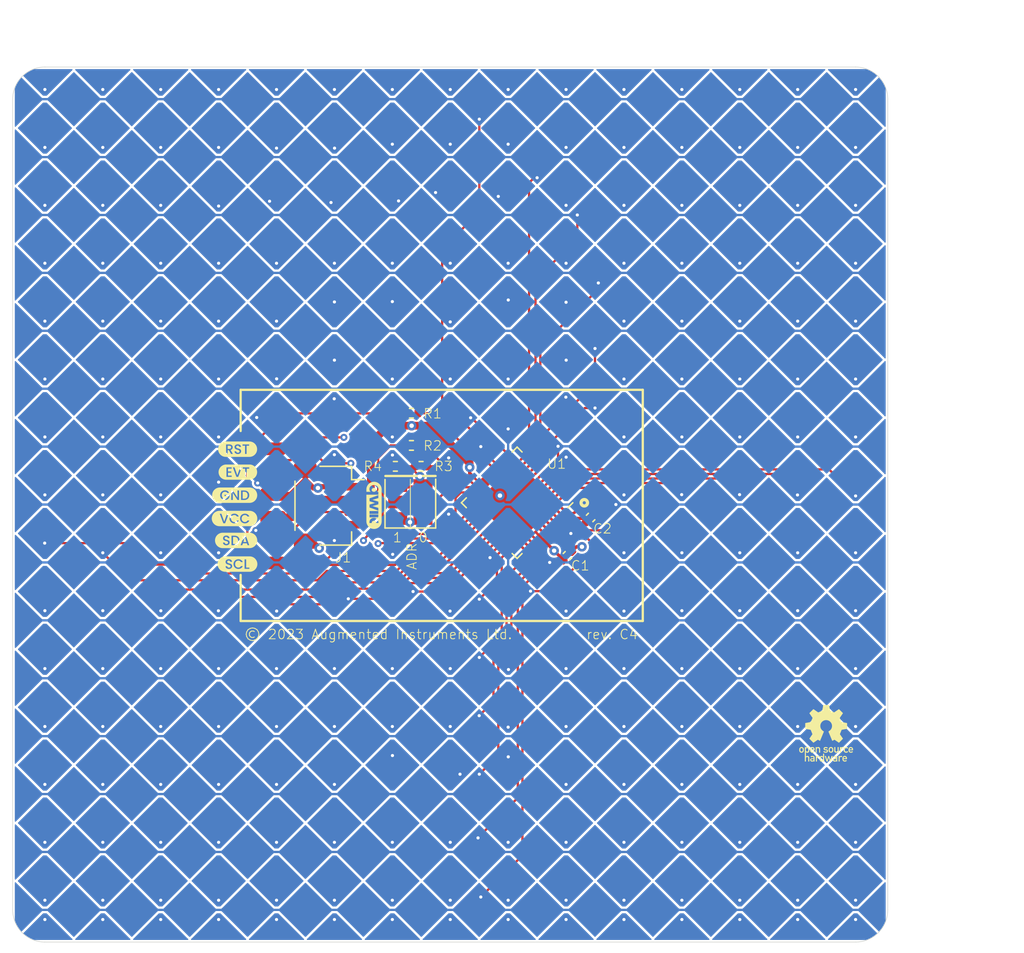
<source format=kicad_pcb>
(kicad_pcb (version 20221018) (generator pcbnew)
  (title_block (title "TRILL-SQUARE") (date "2022-10-21") (rev "C4") (company "BELA / Augmented Instruments Ltd.") (comment 1 "https://bela.io"))
  (layers (0 "F.Cu" signal) (1 "In1.Cu" jumper) (2 "In2.Cu" power) (31 "B.Cu" signal) (34 "B.Paste" user) (35 "F.Paste" user) (36 "B.SilkS" user "B.Silkscreen") (37 "F.SilkS" user "F.Silkscreen") (38 "B.Mask" user) (39 "F.Mask" user) (44 "Edge.Cuts" user))
  (net 0 "")
  (net 1 "GND")
  (net 2 "Net-(U1-(INT)P0[1])")
  (net 3 "Net-(U1-P3[0])")
  (net 4 "Net-(U1-P3[2])")
  (net 5 "Net-(U1-P3[4])")
  (net 6 "Net-(U1-P3[6])")
  (net 7 "Net-(U1-P4[0])")
  (net 8 "Net-(U1-P4[2])")
  (net 9 "Net-(U1-P2[0])")
  (net 10 "Net-(U1-(SDA)P1[5])")
  (net 11 "Net-(U1-P0[7])")
  (net 12 "Net-(U1-P0[5])")
  (net 13 "Net-(U1-(INT)P0[3])")
  (net 14 "Net-(U1-P2[5])")
  (net 15 "Net-(U1-P2[3])")
  (net 16 "Net-(U1-P2[1])")
  (net 17 "Net-(U1-P4[3])")
  (net 18 "Net-(U1-P1[3])")
  (net 19 "/ADDR0")
  (net 20 "/ADDR1")
  (net 21 "/EVENT")
  (net 22 "/XRES")
  (net 23 "Net-(U1-(SCL)P1[7])")
  (net 24 "Net-(U1-P3[1])")
  (net 25 "Net-(U1-P3[3])")
  (net 26 "Net-(U1-P3[5])")
  (net 27 "Net-(U1-P3[7])")
  (net 28 "Net-(U1-P4[1])")
  (net 29 "Net-(U1-P2[7])")
  (net 30 "Net-(U1-P2[2])")
  (net 31 "Net-(U1-P2[4])")
  (net 32 "Net-(U1-P2[6])")
  (net 33 "Net-(U1-P0[0])")
  (net 34 "Net-(U1-P0[2])")
  (net 35 "Net-(U1-P0[4])")
  (net 36 "Net-(U1-P0[6])")
  (net 37 "Net-(U1-(PR{slash}SCL)P1[1])")
  (net 38 "Net-(U1-(PR{slash}SDA)P1[0])")
  (net 40 "/I2C_SDA")
  (net 41 "/I2C_SCL")
  (net 48 "VCC")
  (footprint "TRILL:qwiic_horizontal_SMD" (layer "F.Cu") (at 130.535 84.32 -90)
    (fp_text reference "J1")
    (fp_text value "Conn_01x04_MountingPin")
  )
  (footprint "Resistor_SMD:R_0402_1005Metric" (layer "F.Cu") (at 136.146 81.28)
    (fp_text reference "R4")
    (fp_text value "47k")
  )
  (footprint "Capacitor_SMD:C_0402_1005Metric" (layer "F.Cu") (at 149.73 88.34 45)
    (fp_text reference "C1")
    (fp_text value "0.1u")
  )
  (footprint "Resistor_SMD:R_0402_1005Metric" (layer "F.Cu") (at 138.176 81.28 180)
    (fp_text reference "R3")
    (fp_text value "47k")
  )
  (footprint "Resistor_SMD:R_0402_1005Metric" (layer "F.Cu") (at 137.414 77.089 180)
    (fp_text reference "R1")
    (fp_text value "100")
  )
  (footprint "TRILL:I2C+EVT_RST_Wire_connector_SMD" (layer "F.Cu") (at 126.512947 83.485307)
    (fp_text reference "J2" hide)
    (fp_text value "Conn_01x06_Female")
  )
  (footprint "TRILL:OpenSourceHardware_Logo" (layer "F.Cu") (at 170.1666 102.9022)
    (fp_text reference "G5" hide)
    (fp_text value "OpenSourceHardware_Logo")
  )
  (footprint "Capacitor_SMD:C_0402_1005Metric" (layer "F.Cu") (at 151.5618 85.3186 -135)
    (fp_text reference "C2")
    (fp_text value "2.2n")
  )
  (footprint "TRILL:QFN-48-1EP_6x6mm_P0.4mm_EP4.6x4.6mm" (layer "F.Cu") (at 145.757762 84.156619 -135)
    (fp_text reference "U1")
    (fp_text value "CY8C20666A-24LQXI")
  )
  (footprint "TRILL:TRILL_SQUARE_CapSense" (layer "F.Cu") (at 143.1544 86.4616)
    (fp_text reference "CS1" hide)
    (fp_text value "CapSensePad")
  )
  (footprint "TRILL:SolderJumper-2x3_P1.3mm_Open_Pad1.0x1.5mm" (layer "F.Cu") (at 138.3284 84.1 90)
    (fp_text reference "JP1" hide)
    (fp_text value "Jumper_2x3_Open")
  )
  (footprint "Resistor_SMD:R_0402_1005Metric" (layer "F.Cu") (at 137.414 79.629 180)
    (fp_text reference "R2")
    (fp_text value "100")
  )
  (gr_line (start 123.93 75.24) (end 123.93 78.49) (stroke (width 0.18)) (layer "F.SilkS"))
  (gr_line (start 123.93 93.49) (end 155.68 93.49) (stroke (width 0.18)) (layer "F.SilkS"))
  (gr_line (start 123.93 75.24) (end 155.68 75.24) (stroke (width 0.18)) (layer "F.SilkS"))
  (gr_line (start 123.93 89.856) (end 123.93 93.49) (stroke (width 0.18)) (layer "F.SilkS"))
  (gr_line (start 155.68 93.49) (end 155.68 75.24) (stroke (width 0.18)) (layer "F.SilkS"))
  (gr_arc (start 105.934 52.292) (mid 106.677949 50.495949) (end 108.474 49.752) (stroke (width 0.05)) (layer "Edge.Cuts"))
  (gr_arc (start 108.474 118.84) (mid 106.677949 118.096051) (end 105.934 116.3) (stroke (width 0.05)) (layer "Edge.Cuts"))
  (gr_line (start 175.022 52.292) (end 175.022 116.3) (stroke (width 0.05)) (layer "Edge.Cuts"))
  (gr_arc (start 175.022 116.3) (mid 174.278051 118.096051) (end 172.482 118.84) (stroke (width 0.05)) (layer "Edge.Cuts"))
  (gr_line (start 105.934 116.3) (end 105.934 52.292) (stroke (width 0.05)) (layer "Edge.Cuts"))
  (gr_line (start 172.482 118.84) (end 108.474 118.84) (stroke (width 0.05)) (layer "Edge.Cuts"))
  (gr_line (start 108.474 49.752) (end 172.482 49.752) (stroke (width 0.05)) (layer "Edge.Cuts"))
  (gr_arc (start 172.482 49.752) (mid 174.278051 50.495949) (end 175.022 52.292) (stroke (width 0.05)) (layer "Edge.Cuts"))
  (gr_text "ADR" (at 137.45 88.38 90) (layer "F.SilkS") (effects (font (size 0.75 0.75) (thickness 0.07))))
  (gr_text "rev. ${REVISION}" (at 151.18 94.99) (layer "F.SilkS") (effects (font (size 0.75 0.75) (thickness 0.07)) (justify left bottom)))
  (gr_text "© 2023 Augmented Instruments Ltd." (at 124.18 94.99) (layer "F.SilkS") (effects (font (size 0.75 0.75) (thickness 0.07)) (justify left bottom)))
  (segment (start 130.03 82.99) (end 130.13 82.89) (width 0.4064) (layer "F.Cu") (net 1))
  (segment (start 130.13 82.89) (end 132.905 82.89) (width 0.4064) (layer "F.Cu") (net 1))
  (segment (start 144.400381 83.59) (end 144.468281 83.6579) (width 0.1778) (layer "F.Cu") (net 1))
  (segment (start 149.536727 85.39) (end 149.116519 84.969792) (width 0.1778) (layer "F.Cu") (net 1))
  (segment (start 138.3284 82.9026) (end 138.319 82.912) (width 0.1778) (layer "F.Cu") (net 1))
  (segment (start 137.666 81.676) (end 137.666 81.28) (width 0.1778) (layer "F.Cu") (net 1))
  (segment (start 129.83 87.44) (end 128.855 87.44) (width 0.4064) (layer "F.Cu") (net 1))
  (segment (start 138.3284 82.3384) (end 138.3284 82.9026) (width 0.1778) (layer "F.Cu") (net 1))
  (segment (start 145.757762 83.873777) (end 145.757762 84.156619) (width 0.1778) (layer "F.Cu") (net 1))
  (segment (start 130.03 82.99) (end 129.68 82.99) (width 0.4064) (layer "F.Cu") (net 1))
  (segment (start 136.656 81.28) (end 137.666 81.28) (width 0.1778) (layer "F.Cu") (net 1))
  (segment (start 150.069411 88.000589) (end 150.44 87.63) (width 0.25) (layer "F.Cu") (net 1))
  (segment (start 150.44 87.63) (end 150.876 87.63) (width 0.25) (layer "F.Cu") (net 1))
  (segment (start 150.13 85.39) (end 150.954378 85.39) (width 0.254) (layer "F.Cu") (net 1))
  (segment (start 127.8706 83.4994) (end 126.9222 83.4994) (width 0.4064) (layer "F.Cu") (net 1))
  (segment (start 143.813218 81.929233) (end 145.757762 83.873777) (width 0.1778) (layer "F.Cu") (net 1))
  (segment (start 138.08 82.09) (end 138.3284 82.3384) (width 0.1778) (layer "F.Cu") (net 1))
  (segment (start 150.954378 85.39) (end 151.222389 85.658011) (width 0.254) (layer "F.Cu") (net 1))
  (segment (start 138.319 82.912) (end 136.287 82.912) (width 0.25) (layer "F.Cu") (net 1))
  (segment (start 130.13 87.74) (end 129.83 87.44) (width 0.4064) (layer "F.Cu") (net 1))
  (segment (start 138.08 82.09) (end 137.666 81.676) (width 0.1778) (layer "F.Cu") (net 1))
  (segment (start 129.68 82.99) (end 129.03 82.34) (width 0.4064) (layer "F.Cu") (net 1))
  (segment (start 129.03 81.59) (end 129.03 82.34) (width 0.4064) (layer "F.Cu") (net 1))
  (segment (start 149.116519 84.969792) (end 148.303346 84.156619) (width 0.1778) (layer "F.Cu") (net 1))
  (segment (start 150.13 85.39) (end 149.536727 85.39) (width 0.1778) (layer "F.Cu") (net 1))
  (segment (start 144.468281 83.6579) (end 144.6721 83.6579) (width 0.1778) (layer "F.Cu") (net 1))
  (segment (start 129.03 82.34) (end 127.8706 83.4994) (width 0.4064) (layer "F.Cu") (net 1))
  (via (at 130.03 82.99) (size 0.75) (drill 0.35) (layers "F.Cu" "B.Cu") (net 1))
  (via (at 144.400381 83.59) (size 0.75) (drill 0.35) (layers "F.Cu" "B.Cu") (net 1))
  (via (at 138.08 82.09) (size 0.75) (drill 0.35) (layers "F.Cu" "B.Cu") (net 1))
  (via (at 150.876 87.63) (size 0.75) (drill 0.35) (layers "F.Cu" "B.Cu") (net 1))
  (via (at 130.13 87.74) (size 0.75) (drill 0.35) (layers "F.Cu" "B.Cu") (net 1))
  (segment (start 150.2479 84.9721) (end 149.684513 84.9721) (width 0.1778) (layer "F.Cu") (net 2))
  (segment (start 149.684513 84.9721) (end 149.399362 84.686949) (width 0.1778) (layer "F.Cu") (net 2))
  (segment (start 150.53 84.69) (end 151.612022 84.69) (width 0.254) (layer "F.Cu") (net 2))
  (segment (start 151.612022 84.69) (end 151.901211 84.979189) (width 0.254) (layer "F.Cu") (net 2))
  (segment (start 150.33 84.89) (end 150.53 84.69) (width 0.254) (layer "F.Cu") (net 2))
  (segment (start 150.33 84.89) (end 150.2479 84.9721) (width 0.1778) (layer "F.Cu") (net 2))
  (segment (start 116.93 89.04) (end 118.53 89.04) (width 0.1778) (layer "F.Cu") (net 3))
  (segment (start 129.23 89.74) (end 129.9066 89.0634) (width 0.1778) (layer "F.Cu") (net 3))
  (segment (start 129.9066 89.0634) (end 136.133 89.0634) (width 0.1778) (layer "F.Cu") (net 3))
  (segment (start 115.234 87.344) (end 116.93 89.04) (width 0.1778) (layer "F.Cu") (net 3))
  (segment (start 119.23 89.74) (end 129.23 89.74) (width 0.1778) (layer "F.Cu") (net 3))
  (segment (start 139.542483 88.392) (end 142.681848 85.252635) (width 0.1778) (layer "F.Cu") (net 3))
  (segment (start 136.8044 88.392) (end 139.542483 88.392) (width 0.1778) (layer "F.Cu") (net 3))
  (segment (start 136.133 89.0634) (end 136.8044 88.392) (width 0.1778) (layer "F.Cu") (net 3))
  (segment (start 108.458 87.344) (end 115.234 87.344) (width 0.1778) (layer "F.Cu") (net 3))
  (segment (start 118.53 89.04) (end 119.23 89.74) (width 0.1778) (layer "F.Cu") (net 3))
  (via (at 108.474 110.966) (size 0.55) (drill 0.25) (layers "F.Cu" "B.Cu") (net 3))
  (via (at 108.474 56.102) (size 0.55) (drill 0.25) (layers "F.Cu" "B.Cu") (net 3))
  (via (at 108.474 106.394) (size 0.55) (drill 0.25) (layers "F.Cu" "B.Cu") (net 3))
  (via (at 108.474 65.246) (size 0.55) (drill 0.25) (layers "F.Cu" "B.Cu") (net 3))
  (via (at 108.474 60.674) (size 0.55) (drill 0.25) (layers "F.Cu" "B.Cu") (net 3))
  (via (at 108.458 87.344) (size 0.55) (drill 0.25) (layers "F.Cu" "B.Cu") (net 3))
  (via (at 108.474 92.678) (size 0.55) (drill 0.25) (layers "F.Cu" "B.Cu") (net 3))
  (via (at 108.474 115.538) (size 0.55) (drill 0.25) (layers "F.Cu" "B.Cu") (net 3))
  (via (at 108.474 83.534) (size 0.55) (drill 0.25) (layers "F.Cu" "B.Cu") (net 3))
  (via (at 108.474 51.53) (size 0.55) (drill 0.25) (layers "F.Cu" "B.Cu") (net 3))
  (via (at 108.474 74.39) (size 0.55) (drill 0.25) (layers "F.Cu" "B.Cu") (net 3))
  (via (at 108.474 101.822) (size 0.55) (drill 0.25) (layers "F.Cu" "B.Cu") (net 3))
  (via (at 108.474 78.962) (size 0.55) (drill 0.25) (layers "F.Cu" "B.Cu") (net 3))
  (via (at 108.474 97.25) (size 0.55) (drill 0.25) (layers "F.Cu" "B.Cu") (net 3))
  (via (at 108.474 117.062) (size 0.55) (drill 0.25) (layers "F.Cu" "B.Cu") (net 3))
  (via (at 108.474 69.818) (size 0.55) (drill 0.25) (layers "F.Cu" "B.Cu") (net 3))
  (segment (start 139.701767 88.7984) (end 136.977539 88.7984) (width 0.1778) (layer "F.Cu") (net 4))
  (segment (start 129.990807 90.2752) (end 115.2152 90.2752) (width 0.1778) (layer "F.Cu") (net 4))
  (segment (start 130.726007 89.54) (end 129.990807 90.2752) (width 0.1778) (layer "F.Cu") (net 4))
  (segment (start 136.235939 89.54) (end 130.726007 89.54) (width 0.1778) (layer "F.Cu") (net 4))
  (segment (start 115.2152 90.2752) (end 113.046 88.106) (width 0.1778) (layer "F.Cu") (net 4))
  (segment (start 142.96469 85.535477) (end 139.701767 88.7984) (width 0.1778) (layer "F.Cu") (net 4))
  (segment (start 136.977539 88.7984) (end 136.235939 89.54) (width 0.1778) (layer "F.Cu") (net 4))
  (via (at 113.046 92.678) (size 0.55) (drill 0.25) (layers "F.Cu" "B.Cu") (net 4))
  (via (at 113.046 97.25) (size 0.55) (drill 0.25) (layers "F.Cu" "B.Cu") (net 4))
  (via (at 113.046 117.062) (size 0.55) (drill 0.25) (layers "F.Cu" "B.Cu") (net 4))
  (via (at 113.046 78.962) (size 0.55) (drill 0.25) (layers "F.Cu" "B.Cu") (net 4))
  (via (at 113.046 101.822) (size 0.55) (drill 0.25) (layers "F.Cu" "B.Cu") (net 4))
  (via (at 113.046 56.102) (size 0.55) (drill 0.25) (layers "F.Cu" "B.Cu") (net 4))
  (via (at 113.046 110.966) (size 0.55) (drill 0.25) (layers "F.Cu" "B.Cu") (net 4))
  (via (at 113.046 88.106) (size 0.55) (drill 0.25) (layers "F.Cu" "B.Cu") (net 4))
  (via (at 113.046 74.39) (size 0.55) (drill 0.25) (layers "F.Cu" "B.Cu") (net 4))
  (via (at 113.046 83.534) (size 0.55) (drill 0.25) (layers "F.Cu" "B.Cu") (net 4))
  (via (at 113.046 65.246) (size 0.55) (drill 0.25) (layers "F.Cu" "B.Cu") (net 4))
  (via (at 113.046 115.538) (size 0.55) (drill 0.25) (layers "F.Cu" "B.Cu") (net 4))
  (via (at 113.046 69.818) (size 0.55) (drill 0.25) (layers "F.Cu" "B.Cu") (net 4))
  (via (at 113.046 60.674) (size 0.55) (drill 0.25) (layers "F.Cu" "B.Cu") (net 4))
  (via (at 113.046 106.394) (size 0.55) (drill 0.25) (layers "F.Cu" "B.Cu") (net 4))
  (via (at 113.046 51.53) (size 0.55) (drill 0.25) (layers "F.Cu" "B.Cu") (net 4))
  (segment (start 136.343925 89.94) (end 137.053725 89.2302) (width 0.1778) (layer "F.Cu") (net 5))
  (segment (start 119.3038 91.0082) (end 130.2618 91.0082) (width 0.1778) (layer "F.Cu") (net 5))
  (segment (start 139.835653 89.2302) (end 143.247533 85.81832) (width 0.1778) (layer "F.Cu") (net 5))
  (segment (start 117.6274 92.6846) (end 119.3038 91.0082) (width 0.1778) (layer "F.Cu") (net 5))
  (segment (start 130.2618 91.0082) (end 131.33 89.94) (width 0.1778) (layer "F.Cu") (net 5))
  (segment (start 131.33 89.94) (end 136.343925 89.94) (width 0.1778) (layer "F.Cu") (net 5))
  (segment (start 137.053725 89.2302) (end 139.835653 89.2302) (width 0.1778) (layer "F.Cu") (net 5))
  (via (at 117.618 78.962) (size 0.55) (drill 0.25) (layers "F.Cu" "B.Cu") (net 5))
  (via (at 117.618 117.062) (size 0.55) (drill 0.25) (layers "F.Cu" "B.Cu") (net 5))
  (via (at 117.618 115.538) (size 0.55) (drill 0.25) (layers "F.Cu" "B.Cu") (net 5))
  (via (at 117.618 101.822) (size 0.55) (drill 0.25) (layers "F.Cu" "B.Cu") (net 5))
  (via (at 117.618 56.102) (size 0.55) (drill 0.25) (layers "F.Cu" "B.Cu") (net 5))
  (via (at 117.618 83.534) (size 0.55) (drill 0.25) (layers "F.Cu" "B.Cu") (net 5))
  (via (at 117.618 110.966) (size 0.55) (drill 0.25) (layers "F.Cu" "B.Cu") (net 5))
  (via (at 117.6274 92.6846) (size 0.55) (drill 0.25) (layers "F.Cu" "B.Cu") (net 5))
  (via (at 117.618 69.818) (size 0.55) (drill 0.25) (layers "F.Cu" "B.Cu") (net 5))
  (via (at 117.618 97.25) (size 0.55) (drill 0.25) (layers "F.Cu" "B.Cu") (net 5))
  (via (at 117.618 88.106) (size 0.55) (drill 0.25) (layers "F.Cu" "B.Cu") (net 5))
  (via (at 117.618 65.246) (size 0.55) (drill 0.25) (layers "F.Cu" "B.Cu") (net 5))
  (via (at 117.618 74.39) (size 0.55) (drill 0.25) (layers "F.Cu" "B.Cu") (net 5))
  (via (at 117.618 60.674) (size 0.55) (drill 0.25) (layers "F.Cu" "B.Cu") (net 5))
  (via (at 117.618 51.53) (size 0.55) (drill 0.25) (layers "F.Cu" "B.Cu") (net 5))
  (via (at 117.618 106.394) (size 0.55) (drill 0.25) (layers "F.Cu" "B.Cu") (net 5))
  (segment (start 123.2662 91.5924) (end 130.6776 91.5924) (width 0.1778) (layer "F.Cu") (net 6))
  (segment (start 130.6776 91.5924) (end 131.83 90.44) (width 0.1778) (layer "F.Cu") (net 6))
  (segment (start 137.079111 89.7128) (end 139.918739 89.7128) (width 0.1778) (layer "F.Cu") (net 6))
  (segment (start 122.174 92.6846) (end 123.2662 91.5924) (width 0.1778) (layer "F.Cu") (net 6))
  (segment (start 136.351911 90.44) (end 137.079111 89.7128) (width 0.1778) (layer "F.Cu") (net 6))
  (segment (start 131.83 90.44) (end 136.351911 90.44) (width 0.1778) (layer "F.Cu") (net 6))
  (segment (start 139.918739 89.7128) (end 143.530376 86.101163) (width 0.1778) (layer "F.Cu") (net 6))
  (via (at 122.19 82.53) (size 0.55) (drill 0.25) (layers "F.Cu" "B.Cu") (net 6))
  (via (at 122.19 74.39) (size 0.55) (drill 0.25) (layers "F.Cu" "B.Cu") (net 6))
  (via (at 122.19 106.394) (size 0.55) (drill 0.25) (layers "F.Cu" "B.Cu") (net 6))
  (via (at 122.19 97.25) (size 0.55) (drill 0.25) (layers "F.Cu" "B.Cu") (net 6))
  (via (at 122.19 110.966) (size 0.55) (drill 0.25) (layers "F.Cu" "B.Cu") (net 6))
  (via (at 122.19 117.062) (size 0.55) (drill 0.25) (layers "F.Cu" "B.Cu") (net 6))
  (via (at 122.19 101.822) (size 0.55) (drill 0.25) (layers "F.Cu" "B.Cu") (net 6))
  (via (at 122.19 69.818) (size 0.55) (drill 0.25) (layers "F.Cu" "B.Cu") (net 6))
  (via (at 122.19 60.7314) (size 0.55) (drill 0.25) (layers "F.Cu" "B.Cu") (net 6))
  (via (at 122.19 115.538) (size 0.55) (drill 0.25) (layers "F.Cu" "B.Cu") (net 6))
  (via (at 122.19 51.53) (size 0.55) (drill 0.25) (layers "F.Cu" "B.Cu") (net 6))
  (via (at 122.19 88.106) (size 0.55) (drill 0.25) (layers "F.Cu" "B.Cu") (net 6))
  (via (at 122.19 78.962) (size 0.55) (drill 0.25) (layers "F.Cu" "B.Cu") (net 6))
  (via (at 122.19 56.102) (size 0.55) (drill 0.25) (layers "F.Cu" "B.Cu") (net 6))
  (via (at 122.19 65.246) (size 0.55) (drill 0.25) (layers "F.Cu" "B.Cu") (net 6))
  (via (at 122.174 92.6846) (size 0.55) (drill 0.25) (layers "F.Cu" "B.Cu") (net 6))
  (segment (start 140.103423 90.0938) (end 143.813218 86.384005) (width 0.1778) (layer "F.Cu") (net 7))
  (segment (start 126.7714 92.71) (end 127.3114 92.17) (width 0.1778) (layer "F.Cu") (net 7))
  (segment (start 136.359897 90.94) (end 137.206097 90.0938) (width 0.1778) (layer "F.Cu") (net 7))
  (segment (start 131.23 92.04) (end 131.23 92.036883) (width 0.1778) (layer "F.Cu") (net 7))
  (segment (start 131.1 92.17) (end 131.23 92.04) (width 0.1778) (layer "F.Cu") (net 7))
  (segment (start 132.326883 90.94) (end 136.359897 90.94) (width 0.1778) (layer "F.Cu") (net 7))
  (segment (start 127.3114 92.17) (end 131.1 92.17) (width 0.1778) (layer "F.Cu") (net 7))
  (segment (start 131.23 92.036883) (end 132.326883 90.94) (width 0.1778) (layer "F.Cu") (net 7))
  (segment (start 137.206097 90.0938) (end 140.103423 90.0938) (width 0.1778) (layer "F.Cu") (net 7))
  (via (at 125.126475 86.338414) (size 0.55) (drill 0.25) (layers "F.Cu" "B.Cu") (net 7))
  (via (at 126.762 65.246) (size 0.55) (drill 0.25) (layers "F.Cu" "B.Cu") (net 7))
  (via (at 126.762 101.822) (size 0.55) (drill 0.25) (layers "F.Cu" "B.Cu") (net 7))
  (via (at 126.762 115.538) (size 0.55) (drill 0.25) (layers "F.Cu" "B.Cu") (net 7))
  (via (at 126.762 51.53) (size 0.55) (drill 0.25) (layers "F.Cu" "B.Cu") (net 7))
  (via (at 126.7714 92.71) (size 0.55) (drill 0.25) (layers "F.Cu" "B.Cu") (net 7))
  (via (at 126.7714 74.3712) (size 0.55) (drill 0.25) (layers "F.Cu" "B.Cu") (net 7))
  (via (at 126.762 56.1594) (size 0.55) (drill 0.25) (layers "F.Cu" "B.Cu") (net 7))
  (via (at 126.762 110.966) (size 0.55) (drill 0.25) (layers "F.Cu" "B.Cu") (net 7))
  (via (at 126.762 117.062) (size 0.55) (drill 0.25) (layers "F.Cu" "B.Cu") (net 7))
  (via (at 126.762 69.818) (size 0.55) (drill 0.25) (layers "F.Cu" "B.Cu") (net 7))
  (via (at 126.2126 60.3504) (size 0.55) (drill 0.25) (layers "F.Cu" "B.Cu") (net 7))
  (via (at 126.762 97.25) (size 0.55) (drill 0.25) (layers "F.Cu" "B.Cu") (net 7))
  (via (at 125.1966 77.425) (size 0.55) (drill 0.25) (layers "F.Cu" "B.Cu") (net 7))
  (via (at 125.270337 82.600407) (size 0.55) (drill 0.25) (layers "F.Cu" "B.Cu") (net 7))
  (via (at 126.762 106.394) (size 0.55) (drill 0.25) (layers "F.Cu" "B.Cu") (net 7))
  (segment (start 140.262709 90.5002) (end 144.096061 86.666848) (width 0.1778) (layer "F.Cu") (net 8))
  (segment (start 132.43 91.74) (end 136.0726 91.74) (width 0.1778) (layer "F.Cu") (net 8))
  (segment (start 137.307683 90.5002) (end 140.262709 90.5002) (width 0.1778) (layer "F.Cu") (net 8))
  (segment (start 136.0726 91.74) (end 136.9184 90.8942) (width 0.1778) (layer "F.Cu") (net 8))
  (segment (start 136.9184 90.889483) (end 137.307683 90.5002) (width 0.1778) (layer "F.Cu") (net 8))
  (segment (start 136.9184 90.8942) (end 136.9184 90.889483) (width 0.1778) (layer "F.Cu") (net 8))
  (via (at 131.334 101.822) (size 0.55) (drill 0.25) (layers "F.Cu" "B.Cu") (net 8))
  (via (at 131.328795 87.138795) (size 0.55) (drill 0.25) (layers "F.Cu" "B.Cu") (net 8))
  (via (at 132.43 91.74) (size 0.55) (drill 0.25) (layers "F.Cu" "B.Cu") (net 8))
  (via (at 131.334 115.538) (size 0.55) (drill 0.25) (layers "F.Cu" "B.Cu") (net 8))
  (via (at 131.334 51.53) (size 0.55) (drill 0.25) (layers "F.Cu" "B.Cu") (net 8))
  (via (at 131.334 110.966) (size 0.55) (drill 0.25) (layers "F.Cu" "B.Cu") (net 8))
  (via (at 131.334 68.3006) (size 0.55) (drill 0.25) (layers "F.Cu" "B.Cu") (net 8))
  (via (at 131.334 72.898) (size 0.55) (drill 0.25) (layers "F.Cu" "B.Cu") (net 8))
  (via (at 131.064 60.452) (size 0.55) (drill 0.25) (layers "F.Cu" "B.Cu") (net 8))
  (via (at 131.334 117.062) (size 0.55) (drill 0.25) (layers "F.Cu" "B.Cu") (net 8))
  (via (at 131.318 75.946) (size 0.55) (drill 0.25) (layers "F.Cu" "B.Cu") (net 8))
  (via (at 131.3434 56.1594) (size 0.55) (drill 0.25) (layers "F.Cu" "B.Cu") (net 8))
  (via (at 131.334 97.25) (size 0.55) (drill 0.25) (layers "F.Cu" "B.Cu") (net 8))
  (via (at 131.334 65.246) (size 0.55) (drill 0.25) (layers "F.Cu" "B.Cu") (net 8))
  (via (at 131.33 80.3621) (size 0.55) (drill 0.25) (layers "F.Cu" "B.Cu") (net 8))
  (via (at 131.334 106.394) (size 0.55) (drill 0.25) (layers "F.Cu" "B.Cu") (net 8))
  (segment (start 140.162098 91.166497) (end 144.378904 86.949691) (width 0.1778) (layer "F.Cu") (net 9))
  (segment (start 137.543797 91.166497) (end 140.162098 91.166497) (width 0.1778) (layer "F.Cu") (net 9))
  (via (at 135.906 110.966) (size 0.55) (drill 0.25) (layers "F.Cu" "B.Cu") (net 9))
  (via (at 135.9154 104.1146) (size 0.55) (drill 0.25) (layers "F.Cu" "B.Cu") (net 9))
  (via (at 136.398 60.325) (size 0.55) (drill 0.25) (layers "F.Cu" "B.Cu") (net 9))
  (via (at 135.906 97.25) (size 0.55) (drill 0.25) (layers "F.Cu" "B.Cu") (net 9))
  (via (at 135.906 117.062) (size 0.55) (drill 0.25) (layers "F.Cu" "B.Cu") (net 9))
  (via (at 135.915008 80.389708) (size 0.55) (drill 0.25) (layers "F.Cu" "B.Cu") (net 9))
  (via (at 137.543797 91.166497) (size 0.55) (drill 0.25) (layers "F.Cu" "B.Cu") (net 9))
  (via (at 135.906 65.246) (size 0.55) (drill 0.25) (layers "F.Cu" "B.Cu") (net 9))
  (via (at 135.906 74.39) (size 0.55) (drill 0.25) (layers "F.Cu" "B.Cu") (net 9))
  (via (at 135.906 78.962) (size 0.55) (drill 0.25) (layers "F.Cu" "B.Cu") (net 9))
  (via (at 135.906 68.2752) (size 0.55) (drill 0.25) (layers "F.Cu" "B.Cu") (net 9))
  (via (at 135.934095 88.2299) (size 0.55) (drill 0.25) (layers "F.Cu" "B.Cu") (net 9))
  (via (at 135.906 101.822) (size 0.55) (drill 0.25) (layers "F.Cu" "B.Cu") (net 9))
  (via (at 135.906 115.538) (size 0.55) (drill 0.25) (layers "F.Cu" "B.Cu") (net 9))
  (via (at 135.906 51.53) (size 0.55) (drill 0.25) (layers "F.Cu" "B.Cu") (net 9))
  (via (at 135.906 55.848) (size 0.55) (drill 0.25) (layers "F.Cu" "B.Cu") (net 9))
  (segment (start 142.0876 77.4446) (end 142.157013 77.4446) (width 0.1778) (layer "F.Cu") (net 10))
  (segment (start 142.157013 77.4446) (end 145.227432 80.515019) (width 0.1778) (layer "F.Cu") (net 10))
  (via (at 140.4775 69.8754) (size 0.55) (drill 0.25) (layers "F.Cu" "B.Cu") (net 10))
  (via (at 140.478 51.53) (size 0.55) (drill 0.25) (layers "F.Cu" "B.Cu") (net 10))
  (via (at 142.0876 77.4446) (size 0.55) (drill 0.25) (layers "F.Cu" "B.Cu") (net 10))
  (via (at 140.478 115.538) (size 0.55) (drill 0.25) (layers "F.Cu" "B.Cu") (net 10))
  (via (at 140.478 55.848) (size 0.55) (drill 0.25) (layers "F.Cu" "B.Cu") (net 10))
  (via (at 140.351 80.613) (size 0.55) (drill 0.25) (layers "F.Cu" "B.Cu") (net 10))
  (via (at 140.351 85.058) (size 0.55) (drill 0.25) (layers "F.Cu" "B.Cu") (net 10))
  (via (at 140.478 65.246) (size 0.55) (drill 0.25) (layers "F.Cu" "B.Cu") (net 10))
  (via (at 141.2494 105.5878) (size 0.55) (drill 0.25) (layers "F.Cu" "B.Cu") (net 10))
  (via (at 140.478 97.25) (size 0.55) (drill 0.25) (layers "F.Cu" "B.Cu") (net 10))
  (via (at 140.462 92.71) (size 0.55) (drill 0.25) (layers "F.Cu" "B.Cu") (net 10))
  (via (at 140.478 74.39) (size 0.55) (drill 0.25) (layers "F.Cu" "B.Cu") (net 10))
  (via (at 140.478 117.062) (size 0.55) (drill 0.25) (layers "F.Cu" "B.Cu") (net 10))
  (via (at 140.478 110.966) (size 0.55) (drill 0.25) (layers "F.Cu" "B.Cu") (net 10))
  (via (at 140.478 101.822) (size 0.55) (drill 0.25) (layers "F.Cu" "B.Cu") (net 10))
  (via (at 139.319 59.6646) (size 0.55) (drill 0.25) (layers "F.Cu" "B.Cu") (net 10))
  (segment (start 149.589671 87.14) (end 148.267991 85.81832) (width 0.1778) (layer "F.Cu") (net 11))
  (segment (start 150.63 86.79) (end 150.28 87.14) (width 0.1778) (layer "F.Cu") (net 11))
  (segment (start 151.58 87.24) (end 151.13 86.79) (width 0.1778) (layer "F.Cu") (net 11))
  (segment (start 150.28 87.14) (end 149.589671 87.14) (width 0.1778) (layer "F.Cu") (net 11))
  (segment (start 151.13 86.79) (end 150.63 86.79) (width 0.1778) (layer "F.Cu") (net 11))
  (segment (start 151.58 87.9928) (end 151.58 87.24) (width 0.1778) (layer "F.Cu") (net 11))
  (segment (start 146.8151 91.1352) (end 148.4376 91.1352) (width 0.1778) (layer "F.Cu") (net 11))
  (segment (start 148.4376 91.1352) (end 151.58 87.9928) (width 0.1778) (layer "F.Cu") (net 11))
  (via (at 145.0594 104.2162) (size 0.55) (drill 0.25) (layers "F.Cu" "B.Cu") (net 11))
  (via (at 145.0594 68.1482) (size 0.55) (drill 0.25) (layers "F.Cu" "B.Cu") (net 11))
  (via (at 145.05 115.538) (size 0.55) (drill 0.25) (layers "F.Cu" "B.Cu") (net 11))
  (via (at 145.05 55.848) (size 0.55) (drill 0.25) (layers "F.Cu" "B.Cu") (net 11))
  (via (at 145.05 117.062) (size 0.55) (drill 0.25) (layers "F.Cu" "B.Cu") (net 11))
  (via (at 145.05 65.246) (size 0.55) (drill 0.25) (layers "F.Cu" "B.Cu") (net 11))
  (via (at 145.05 51.53) (size 0.55) (drill 0.25) (layers "F.Cu" "B.Cu") (net 11))
  (via (at 145.05 101.875) (size 0.55) (drill 0.25) (layers "F.Cu" "B.Cu") (net 11))
  (via (at 145.075 97.325) (size 0.55) (drill 0.25) (layers "F.Cu" "B.Cu") (net 11))
  (via (at 145.05 74.39) (size 0.55) (drill 0.25) (layers "F.Cu" "B.Cu") (net 11))
  (via (at 146.8151 91.1352) (size 0.55) (drill 0.25) (layers "F.Cu" "B.Cu") (net 11))
  (via (at 145.05 78.327) (size 0.55) (drill 0.25) (layers "F.Cu" "B.Cu") (net 11))
  (via (at 145.05 110.966) (size 0.55) (drill 0.25) (layers "F.Cu" "B.Cu") (net 11))
  (via (at 144.272 59.9694) (size 0.55) (drill 0.25) (layers "F.Cu" "B.Cu") (net 11))
  (segment (start 145.05 89.7034) (end 145.05 86.582) (width 0.1778) (layer "B.Cu") (net 11))
  (segment (start 146.4818 91.1352) (end 145.05 89.7034) (width 0.1778) (layer "B.Cu") (net 11))
  (segment (start 145.05 80.994) (end 145.05 78.327) (width 0.1778) (layer "B.Cu") (net 11))
  (segment (start 145.05 80.994) (end 145.304 81.248) (width 0.1778) (layer "B.Cu") (net 11))
  (segment (start 145.05 86.582) (end 145.304 86.328) (width 0.1778) (layer "B.Cu") (net 11))
  (segment (start 146.8151 91.1352) (end 146.4818 91.1352) (width 0.1778) (layer "B.Cu") (net 11))
  (segment (start 149.597357 86.582) (end 148.550834 85.535477) (width 0.1778) (layer "F.Cu") (net 12))
  (segment (start 150.003 86.582) (end 149.597357 86.582) (width 0.1778) (layer "F.Cu") (net 12))
  (via (at 149.622 117.062) (size 0.55) (drill 0.25) (layers "F.Cu" "B.Cu") (net 12))
  (via (at 149.622 115.538) (size 0.55) (drill 0.25) (layers "F.Cu" "B.Cu") (net 12))
  (via (at 149.622 101.822) (size 0.55) (drill 0.25) (layers "F.Cu" "B.Cu") (net 12))
  (via (at 149.622 97.25) (size 0.55) (drill 0.25) (layers "F.Cu" "B.Cu") (net 12))
  (via (at 149.622 110.966) (size 0.55) (drill 0.25) (layers "F.Cu" "B.Cu") (net 12))
  (via (at 149.606 75.819) (size 0.55) (drill 0.25) (layers "F.Cu" "B.Cu") (net 12))
  (via (at 149.622 56.102) (size 0.55) (drill 0.25) (layers "F.Cu" "B.Cu") (net 12))
  (via (at 149.6314 72.898) (size 0.55) (drill 0.25) (layers "F.Cu" "B.Cu") (net 12))
  (via (at 149.622 51.53) (size 0.55) (drill 0.25) (layers "F.Cu" "B.Cu") (net 12))
  (via (at 149.622 60.674) (size 0.55) (drill 0.25) (layers "F.Cu" "B.Cu") (net 12))
  (via (at 149.627666 80.55636) (size 0.55) (drill 0.25) (layers "F.Cu" "B.Cu") (net 12))
  (via (at 149.622 65.246) (size 0.55) (drill 0.25) (layers "F.Cu" "B.Cu") (net 12))
  (via (at 149.622 68.326) (size 0.55) (drill 0.25) (layers "F.Cu" "B.Cu") (net 12))
  (via (at 149.622 92.71) (size 0.55) (drill 0.25) (layers "F.Cu" "B.Cu") (net 12))
  (via (at 150.003 86.582) (size 0.55) (drill 0.25) (layers "F.Cu" "B.Cu") (net 12))
  (via (at 149.622 106.394) (size 0.55) (drill 0.25) (layers "F.Cu" "B.Cu") (net 12))
  (segment (start 152.416 86.328) (end 150.765 86.328) (width 0.1778) (layer "F.Cu") (net 13))
  (segment (start 149.590973 86.009932) (end 148.833676 85.252635) (width 0.1778) (layer "F.Cu") (net 13))
  (segment (start 150.340735 86.009932) (end 149.590973 86.009932) (width 0.1778) (layer "F.Cu") (net 13))
  (segment (start 150.765 86.328) (end 150.340735 86.009932) (width 0.1778) (layer "F.Cu") (net 13))
  (segment (start 154.194 88.106) (end 152.416 86.328) (width 0.1778) (layer "F.Cu") (net 13))
  (via (at 154.194 69.818) (size 0.55) (drill 0.25) (layers "F.Cu" "B.Cu") (net 13))
  (via (at 154.194 115.538) (size 0.55) (drill 0.25) (layers "F.Cu" "B.Cu") (net 13))
  (via (at 154.194 83.534) (size 0.55) (drill 0.25) (layers "F.Cu" "B.Cu") (net 13))
  (via (at 154.194 74.39) (size 0.55) (drill 0.25) (layers "F.Cu" "B.Cu") (net 13))
  (via (at 154.194 78.962) (size 0.55) (drill 0.25) (layers "F.Cu" "B.Cu") (net 13))
  (via (at 154.194 60.674) (size 0.55) (drill 0.25) (layers "F.Cu" "B.Cu") (net 13))
  (via (at 154.194 51.53) (size 0.55) (drill 0.25) (layers "F.Cu" "B.Cu") (net 13))
  (via (at 154.194 65.246) (size 0.55) (drill 0.25) (layers "F.Cu" "B.Cu") (net 13))
  (via (at 154.194 56.102) (size 0.55) (drill 0.25) (layers "F.Cu" "B.Cu") (net 13))
  (via (at 154.194 88.106) (size 0.55) (drill 0.25) (layers "F.Cu" "B.Cu") (net 13))
  (via (at 154.194 106.394) (size 0.55) (drill 0.25) (layers "F.Cu" "B.Cu") (net 13))
  (via (at 154.194 97.25) (size 0.55) (drill 0.25) (layers "F.Cu" "B.Cu") (net 13))
  (via (at 154.194 92.71) (size 0.55) (drill 0.25) (layers "F.Cu" "B.Cu") (net 13))
  (via (at 154.194 110.966) (size 0.55) (drill 0.25) (layers "F.Cu" "B.Cu") (net 13))
  (via (at 154.194 117.062) (size 0.55) (drill 0.25) (layers "F.Cu" "B.Cu") (net 13))
  (via (at 154.194 101.822) (size 0.55) (drill 0.25) (layers "F.Cu" "B.Cu") (net 13))
  (segment (start 158.75 83.5152) (end 157.8356 82.6008) (width 0.1778) (layer "F.Cu") (net 14))
  (segment (start 149.293479 82.6008) (end 148.833676 83.060603) (width 0.1778) (layer "F.Cu") (net 14))
  (segment (start 157.8356 82.6008) (end 149.293479 82.6008) (width 0.1778) (layer "F.Cu") (net 14))
  (via (at 158.766 78.962) (size 0.55) (drill 0.25) (layers "F.Cu" "B.Cu") (net 14))
  (via (at 158.766 117.062) (size 0.55) (drill 0.25) (layers "F.Cu" "B.Cu") (net 14))
  (via (at 158.75 83.5152) (size 0.55) (drill 0.25) (layers "F.Cu" "B.Cu") (net 14))
  (via (at 158.766 60.674) (size 0.55) (drill 0.25) (layers "F.Cu" "B.Cu") (net 14))
  (via (at 158.766 56.102) (size 0.55) (drill 0.25) (layers "F.Cu" "B.Cu") (net 14))
  (via (at 158.766 65.246) (size 0.55) (drill 0.25) (layers "F.Cu" "B.Cu") (net 14))
  (via (at 158.766 69.818) (size 0.55) (drill 0.25) (layers "F.Cu" "B.Cu") (net 14))
  (via (at 158.766 115.538) (size 0.55) (drill 0.25) (layers "F.Cu" "B.Cu") (net 14))
  (via (at 158.766 101.822) (size 0.55) (drill 0.25) (layers "F.Cu" "B.Cu") (net 14))
  (via (at 158.766 51.53) (size 0.55) (drill 0.25) (layers "F.Cu" "B.Cu") (net 14))
  (via (at 158.766 74.39) (size 0.55) (drill 0.25) (layers "F.Cu" "B.Cu") (net 14))
  (via (at 158.766 97.25) (size 0.55) (drill 0.25) (layers "F.Cu" "B.Cu") (net 14))
  (via (at 158.766 106.394) (size 0.55) (drill 0.25) (layers "F.Cu" "B.Cu") (net 14))
  (via (at 158.766 88.106) (size 0.55) (drill 0.25) (layers "F.Cu" "B.Cu") (net 14))
  (via (at 158.766 110.966) (size 0.55) (drill 0.25) (layers "F.Cu" "B.Cu") (net 14))
  (via (at 158.766 92.678) (size 0.55) (drill 0.25) (layers "F.Cu" "B.Cu") (net 14))
  (segment (start 162.0484 82.2416) (end 149.086995 82.2416) (width 0.1778) (layer "F.Cu") (net 15))
  (segment (start 149.086995 82.2416) (end 148.550834 82.777761) (width 0.1778) (layer "F.Cu") (net 15))
  (segment (start 163.322 83.5152) (end 162.0484 82.2416) (width 0.1778) (layer "F.Cu") (net 15))
  (via (at 163.338 97.25) (size 0.55) (drill 0.25) (layers "F.Cu" "B.Cu") (net 15))
  (via (at 163.338 56.102) (size 0.55) (drill 0.25) (layers "F.Cu" "B.Cu") (net 15))
  (via (at 163.338 106.394) (size 0.55) (drill 0.25) (layers "F.Cu" "B.Cu") (net 15))
  (via (at 163.338 115.538) (size 0.55) (drill 0.25) (layers "F.Cu" "B.Cu") (net 15))
  (via (at 163.338 92.678) (size 0.55) (drill 0.25) (layers "F.Cu" "B.Cu") (net 15))
  (via (at 163.338 117.062) (size 0.55) (drill 0.25) (layers "F.Cu" "B.Cu") (net 15))
  (via (at 163.338 65.246) (size 0.55) (drill 0.25) (layers "F.Cu" "B.Cu") (net 15))
  (via (at 163.338 69.818) (size 0.55) (drill 0.25) (layers "F.Cu" "B.Cu") (net 15))
  (via (at 163.338 74.39) (size 0.55) (drill 0.25) (layers "F.Cu" "B.Cu") (net 15))
  (via (at 163.322 83.5152) (size 0.55) (drill 0.25) (layers "F.Cu" "B.Cu") (net 15))
  (via (at 163.338 101.822) (size 0.55) (drill 0.25) (layers "F.Cu" "B.Cu") (net 15))
  (via (at 163.338 51.53) (size 0.55) (drill 0.25) (layers "F.Cu" "B.Cu") (net 15))
  (via (at 163.338 88.106) (size 0.55) (drill 0.25) (layers "F.Cu" "B.Cu") (net 15))
  (via (at 163.338 60.674) (size 0.55) (drill 0.25) (layers "F.Cu" "B.Cu") (net 15))
  (via (at 163.338 78.962) (size 0.55) (drill 0.25) (layers "F.Cu" "B.Cu") (net 15))
  (via (at 163.338 110.966) (size 0.55) (drill 0.25) (layers "F.Cu" "B.Cu") (net 15))
  (segment (start 167.894 83.5406) (end 166.2358 81.8824) (width 0.1778) (layer "F.Cu") (net 16))
  (segment (start 148.880509 81.8824) (end 148.267991 82.494918) (width 0.1778) (layer "F.Cu") (net 16))
  (segment (start 166.2358 81.8824) (end 148.880509 81.8824) (width 0.1778) (layer "F.Cu") (net 16))
  (via (at 167.91 117.062) (size 0.55) (drill 0.25) (layers "F.Cu" "B.Cu") (net 16))
  (via (at 167.91 101.822) (size 0.55) (drill 0.25) (layers "F.Cu" "B.Cu") (net 16))
  (via (at 167.91 60.674) (size 0.55) (drill 0.25) (layers "F.Cu" "B.Cu") (net 16))
  (via (at 167.91 88.106) (size 0.55) (drill 0.25) (layers "F.Cu" "B.Cu") (net 16))
  (via (at 167.91 97.25) (size 0.55) (drill 0.25) (layers "F.Cu" "B.Cu") (net 16))
  (via (at 167.91 74.39) (size 0.55) (drill 0.25) (layers "F.Cu" "B.Cu") (net 16))
  (via (at 167.894 83.5406) (size 0.55) (drill 0.25) (layers "F.Cu" "B.Cu") (net 16))
  (via (at 167.91 69.818) (size 0.55) (drill 0.25) (layers "F.Cu" "B.Cu") (net 16))
  (via (at 167.91 110.966) (size 0.55) (drill 0.25) (layers "F.Cu" "B.Cu") (net 16))
  (via (at 167.91 56.102) (size 0.55) (drill 0.25) (layers "F.Cu" "B.Cu") (net 16))
  (via (at 167.91 106.394) (size 0.55) (drill 0.25) (layers "F.Cu" "B.Cu") (net 16))
  (via (at 167.91 51.53) (size 0.55) (drill 0.25) (layers "F.Cu" "B.Cu") (net 16))
  (via (at 167.91 115.538) (size 0.55) (drill 0.25) (layers "F.Cu" "B.Cu") (net 16))
  (via (at 167.91 78.962) (size 0.55) (drill 0.25) (layers "F.Cu" "B.Cu") (net 16))
  (via (at 167.91 65.246) (size 0.55) (drill 0.25) (layers "F.Cu" "B.Cu") (net 16))
  (via (at 167.91 92.678) (size 0.55) (drill 0.25) (layers "F.Cu" "B.Cu") (net 16))
  (segment (start 172.482 83.6168) (end 170.3884 81.5232) (width 0.1778) (layer "F.Cu") (net 17))
  (segment (start 170.3884 81.5232) (end 148.674023 81.5232) (width 0.1778) (layer "F.Cu") (net 17))
  (segment (start 148.674023 81.5232) (end 147.985148 82.212075) (width 0.1778) (layer "F.Cu") (net 17))
  (via (at 172.482 88.106) (size 0.55) (drill 0.25) (layers "F.Cu" "B.Cu") (net 17))
  (via (at 172.482 115.538) (size 0.55) (drill 0.25) (layers "F.Cu" "B.Cu") (net 17))
  (via (at 172.482 97.25) (size 0.55) (drill 0.25) (layers "F.Cu" "B.Cu") (net 17))
  (via (at 172.482 110.966) (size 0.55) (drill 0.25) (layers "F.Cu" "B.Cu") (net 17))
  (via (at 172.482 78.962) (size 0.55) (drill 0.25) (layers "F.Cu" "B.Cu") (net 17))
  (via (at 172.482 106.394) (size 0.55) (drill 0.25) (layers "F.Cu" "B.Cu") (net 17))
  (via (at 172.482 69.818) (size 0.55) (drill 0.25) (layers "F.Cu" "B.Cu") (net 17))
  (via (at 172.482 83.6168) (size 0.55) (drill 0.25) (layers "F.Cu" "B.Cu") (net 17))
  (via (at 172.482 74.39) (size 0.55) (drill 0.25) (layers "F.Cu" "B.Cu") (net 17))
  (via (at 172.482 51.53) (size 0.55) (drill 0.25) (layers "F.Cu" "B.Cu") (net 17))
  (via (at 172.482 117.062) (size 0.55) (drill 0.25) (layers "F.Cu" "B.Cu") (net 17))
  (via (at 172.482 101.822) (size 0.55) (drill 0.25) (layers "F.Cu" "B.Cu") (net 17))
  (via (at 172.482 60.674) (size 0.55) (drill 0.25) (layers "F.Cu" "B.Cu") (net 17))
  (via (at 172.482 92.678) (size 0.55) (drill 0.25) (layers "F.Cu" "B.Cu") (net 17))
  (via (at 172.482 65.246) (size 0.55) (drill 0.25) (layers "F.Cu" "B.Cu") (net 17))
  (via (at 172.482 56.102) (size 0.55) (drill 0.25) (layers "F.Cu" "B.Cu") (net 17))
  (segment (start 142.7734 61.1886) (end 139.8394 64.1226) (width 0.1778) (layer "F.Cu") (net 18))
  (segment (start 142.875 78.74) (end 143.653 79.518) (width 0.1778) (layer "F.Cu") (net 18))
  (segment (start 143.653 80.637643) (end 144.378904 81.363547) (width 0.1778) (layer "F.Cu") (net 18))
  (segment (start 142.4432 78.74) (end 142.875 78.74) (width 0.1778) (layer "F.Cu") (net 18))
  (segment (start 143.653 79.518) (end 143.653 80.637643) (width 0.1778) (layer "F.Cu") (net 18))
  (segment (start 139.8394 76.1362) (end 142.4432 78.74) (width 0.1778) (layer "F.Cu") (net 18))
  (segment (start 139.8394 64.1226) (end 139.8394 76.1362) (width 0.1778) (layer "F.Cu") (net 18))
  (segment (start 142.7734 53.8734) (end 142.7734 61.1886) (width 0.1778) (layer "F.Cu") (net 18))
  (via (at 142.7734 53.8734) (size 0.55) (drill 0.25) (layers "F.Cu" "B.Cu") (net 18))
  (segment (start 134.001 52.292) (end 129.429 52.292) (width 0.1778) (layer "B.Cu") (net 18))
  (segment (start 119.523 52.292) (end 115.713 52.292) (width 0.1778) (layer "B.Cu") (net 18))
  (segment (start 111.141 52.292) (end 110.887 52.038) (width 0.1778) (layer "B.Cu") (net 18))
  (segment (start 160.417 52.292) (end 160.671 52.038) (width 0.1778) (layer "B.Cu") (net 18))
  (segment (start 147.209 52.292) (end 151.273 52.292) (width 0.1778) (layer "B.Cu") (net 18))
  (segment (start 124.857 52.292) (end 124.603 52.038) (width 0.1778) (layer "B.Cu") (net 18))
  (segment (start 124.603 52.038) (end 124.349 52.292) (width 0.1778) (layer "B.Cu") (net 18))
  (segment (start 142.637 53.737) (end 142.637 52.419) (width 0.1778) (layer "B.Cu") (net 18))
  (segment (start 142.256 52.419) (end 142.129 52.292) (width 0.1778) (layer "B.Cu") (net 18))
  (segment (start 146.955 52.038) (end 147.209 52.292) (width 0.1778) (layer "B.Cu") (net 18))
  (segment (start 144.3548 52.292) (end 146.701 52.292) (width 0.1778) (layer "B.Cu") (net 18))
  (segment (start 151.781 52.292) (end 155.845 52.292) (width 0.1778) (layer "B.Cu") (net 18))
  (segment (start 142.637 52.419) (end 142.256 52.419) (width 0.1778) (layer "B.Cu") (net 18))
  (segment (start 115.713 52.292) (end 115.459 52.038) (width 0.1778) (layer "B.Cu") (net 18))
  (segment (start 146.701 52.292) (end 146.955 52.038) (width 0.1778) (layer "B.Cu") (net 18))
  (segment (start 124.349 52.292) (end 120.031 52.292) (width 0.1778) (layer "B.Cu") (net 18))
  (segment (start 155.845 52.292) (end 156.099 52.038) (width 0.1778) (layer "B.Cu") (net 18))
  (segment (start 169.847 52.292) (end 170.069 52.07) (width 0.1778) (layer "B.Cu") (net 18))
  (segment (start 160.671 52.038) (end 160.925 52.292) (width 0.1778) (layer "B.Cu") (net 18))
  (segment (start 142.7734 53.8734) (end 144.3548 52.292) (width 0.1778) (layer "B.Cu") (net 18))
  (segment (start 165.497 52.038) (end 165.751 52.292) (width 0.1778) (layer "B.Cu") (net 18))
  (segment (start 151.273 52.292) (end 151.527 52.038) (width 0.1778) (layer "B.Cu") (net 18))
  (segment (start 138.065 52.292) (end 134.509 52.292) (width 0.1778) (layer "B.Cu") (net 18))
  (segment (start 170.069 52.07) (end 170.291 52.292) (width 0.1778) (layer "B.Cu") (net 18))
  (segment (start 165.751 52.292) (end 169.847 52.292) (width 0.1778) (layer "B.Cu") (net 18))
  (segment (start 134.509 52.292) (end 134.255 52.038) (width 0.1778) (layer "B.Cu") (net 18))
  (segment (start 110.633 52.292) (end 106.569 52.292) (width 0.1778) (layer "B.Cu") (net 18))
  (segment (start 138.319 52.038) (end 138.065 52.292) (width 0.1778) (layer "B.Cu") (net 18))
  (segment (start 156.099 52.038) (end 156.353 52.292) (width 0.1778) (layer "B.Cu") (net 18))
  (segment (start 160.925 52.292) (end 165.243 52.292) (width 0.1778) (layer "B.Cu") (net 18))
  (segment (start 165.243 52.292) (end 165.497 52.038) (width 0.1778) (layer "B.Cu") (net 18))
  (segment (start 129.429 52.292) (end 129.175 52.038) (width 0.1778) (layer "B.Cu") (net 18))
  (segment (start 128.921 52.292) (end 124.857 52.292) (width 0.1778) (layer "B.Cu") (net 18))
  (segment (start 156.353 52.292) (end 160.417 52.292) (width 0.1778) (layer "B.Cu") (net 18))
  (segment (start 142.129 52.292) (end 138.573 52.292) (width 0.1778) (layer "B.Cu") (net 18))
  (segment (start 142.7734 53.8734) (end 142.637 53.737) (width 0.1778) (layer "B.Cu") (net 18))
  (segment (start 110.887 52.038) (end 110.633 52.292) (width 0.1778) (layer "B.Cu") (net 18))
  (segment (start 134.255 52.038) (end 134.001 52.292) (width 0.1778) (layer "B.Cu") (net 18))
  (segment (start 115.205 52.292) (end 111.141 52.292) (width 0.1778) (layer "B.Cu") (net 18))
  (segment (start 151.527 52.038) (end 151.781 52.292) (width 0.1778) (layer "B.Cu") (net 18))
  (segment (start 170.291 52.292) (end 173.879 52.292) (width 0.1778) (layer "B.Cu") (net 18))
  (segment (start 115.459 52.038) (end 115.205 52.292) (width 0.1778) (layer "B.Cu") (net 18))
  (segment (start 138.573 52.292) (end 138.319 52.038) (width 0.1778) (layer "B.Cu") (net 18))
  (segment (start 120.031 52.292) (end 119.777 52.038) (width 0.1778) (layer "B.Cu") (net 18))
  (segment (start 119.777 52.038) (end 119.523 52.292) (width 0.1778) (layer "B.Cu") (net 18))
  (segment (start 129.175 52.038) (end 128.921 52.292) (width 0.1778) (layer "B.Cu") (net 18))
  (segment (start 140.192 82.352) (end 140.192 82.931) (width 0.1778) (layer "F.Cu") (net 19))
  (segment (start 139.258 84.112) (end 140.192 83.178) (width 0.1778) (layer "F.Cu") (net 19))
  (segment (start 141.986559 82.931) (end 142.399005 83.343446) (width 0.1778) (layer "F.Cu") (net 19))
  (segment (start 139.12 81.28) (end 140.192 82.352) (width 0.1778) (layer "F.Cu") (net 19))
  (segment (start 138.319 84.112) (end 139.258 84.112) (width 0.1778) (layer "F.Cu") (net 19))
  (segment (start 140.192 82.931) (end 141.986559 82.931) (width 0.1778) (layer "F.Cu") (net 19))
  (segment (start 140.192 83.178) (end 140.192 82.931) (width 0.1778) (layer "F.Cu") (net 19))
  (segment (start 138.686 81.28) (end 139.12 81.28) (width 0.1778) (layer "F.Cu") (net 19))
  (segment (start 136.287 84.138) (end 136.287 84.112) (width 0.1778) (layer "F.Cu") (net 20))
  (segment (start 135.144 81.772) (end 135.144 84.169) (width 0.1778) (layer "F.Cu") (net 20))
  (segment (start 136.256 84.169) (end 136.287 84.138) (width 0.1778) (layer "F.Cu") (net 20))
  (segment (start 135.144 86.30171) (end 135.46429 86.622) (width 0.1778) (layer "F.Cu") (net 20))
  (segment (start 135.46429 86.622) (end 139.558171 86.622) (width 0.1778) (layer "F.Cu") (net 20))
  (segment (start 140.8963 85.283871) (end 140.8963 83.7737) (width 0.1778) (layer "F.Cu") (net 20))
  (segment (start 140.8963 83.7737) (end 141.33 83.34) (width 0.1778) (layer "F.Cu") (net 20))
  (segment (start 141.829873 83.34) (end 142.116162 83.626289) (width 0.1778) (layer "F.Cu") (net 20))
  (segment (start 135.144 84.169) (end 136.256 84.169) (width 0.1778) (layer "F.Cu") (net 20))
  (segment (start 139.558171 86.622) (end 140.8963 85.283871) (width 0.1778) (layer "F.Cu") (net 20))
  (segment (start 135.636 81.28) (end 135.144 81.772) (width 0.1778) (layer "F.Cu") (net 20))
  (segment (start 135.144 84.169) (end 135.144 86.30171) (width 0.1778) (layer "F.Cu") (net 20))
  (segment (start 141.33 83.34) (end 141.829873 83.34) (width 0.1778) (layer "F.Cu") (net 20))
  (segment (start 127.88 80.79) (end 126.73 80.79) (width 0.1778) (layer "F.Cu") (net 21))
  (segment (start 128.03 80.64) (end 127.88 80.79) (width 0.1778) (layer "F.Cu") (net 21))
  (segment (start 126.73 80.79) (end 126.482947 81.037053) (width 0.1778) (layer "F.Cu") (net 21))
  (segment (start 132.63 81.04) (end 130.58 81.04) (width 0.1778) (layer "F.Cu") (net 21))
  (segment (start 135.2892 86.9812) (end 134.9728 86.6648) (width 0.1778) (layer "F.Cu") (net 21))
  (segment (start 142.116162 84.686949) (end 139.821911 86.9812) (width 0.1778) (layer "F.Cu") (net 21))
  (segment (start 134.9728 86.6648) (end 134.0052 86.6648) (width 0.1778) (layer "F.Cu") (net 21))
  (segment (start 139.821911 86.9812) (end 135.2892 86.9812) (width 0.1778) (layer "F.Cu") (net 21))
  (segment (start 130.18 80.64) (end 128.03 80.64) (width 0.1778) (layer "F.Cu") (net 21))
  (segment (start 126.482947 81.037053) (end 126.482947 81.698707) (width 0.1778) (layer "F.Cu") (net 21))
  (segment (start 134.0052 86.6648) (end 133.63 87.14) (width 0.1778) (layer "F.Cu") (net 21))
  (segment (start 130.58 81.04) (end 130.18 80.64) (width 0.1778) (layer "F.Cu") (net 21))
  (via (at 133.63 87.14) (size 0.55) (drill 0.25) (layers "F.Cu" "B.Cu") (net 21))
  (via (at 132.63 81.04) (size 0.55) (drill 0.25) (layers "F.Cu" "B.Cu") (net 21))
  (segment (start 134.783269 87.377679) (end 134.820548 87.3404) (width 0.1778) (layer "F.Cu") (net 22))
  (segment (start 134.820548 87.3404) (end 136.73068 87.3404) (width 0.1778) (layer "F.Cu") (net 22))
  (segment (start 140.0227 87.3473) (end 142.399005 84.970995) (width 0.1778) (layer "F.Cu") (net 22))
  (segment (start 136.73758 87.3473) (end 140.0227 87.3473) (width 0.1778) (layer "F.Cu") (net 22))
  (segment (start 128.174693 79.895307) (end 126.482947 79.895307) (width 0.1778) (layer "F.Cu") (net 22))
  (segment (start 129.076 78.994) (end 128.174693 79.895307) (width 0.1778) (layer "F.Cu") (net 22))
  (segment (start 136.73068 87.3404) (end 136.73758 87.3473) (width 0.1778) (layer "F.Cu") (net 22))
  (segment (start 132.08 78.994) (end 129.076 78.994) (width 0.1778) (layer "F.Cu") (net 22))
  (segment (start 142.399005 84.970995) (end 142.399005 84.969792) (width 0.1778) (layer "F.Cu") (net 22))
  (via (at 132.08 78.994) (size 0.55) (drill 0.25) (layers "F.Cu" "B.Cu") (net 22))
  (via (at 134.783269 87.377679) (size 0.55) (drill 0.25) (layers "F.Cu" "B.Cu") (net 22))
  (segment (start 146.701 58.896) (end 146.701 80.102111) (width 0.1778) (layer "F.Cu") (net 23))
  (segment (start 146.701 80.102111) (end 146.288092 80.515019) (width 0.1778) (layer "F.Cu") (net 23))
  (segment (start 147.209 58.388) (end 146.701 58.896) (width 0.1778) (layer "F.Cu") (net 23))
  (segment (start 147.336 58.388) (end 147.209 58.388) (width 0.1778) (layer "F.Cu") (net 23))
  (via (at 147.336 58.4962) (size 0.55) (drill 0.25) (layers "F.Cu" "B.Cu") (net 23))
  (segment (start 142.7734 56.642) (end 142.9954 56.864) (width 0.1778) (layer "B.Cu") (net 23))
  (segment (start 138.319 56.61) (end 138.573 56.864) (width 0.1778) (layer "B.Cu") (net 23))
  (segment (start 124.857 56.864) (end 128.921 56.864) (width 0.1778) (layer "B.Cu") (net 23))
  (segment (start 165.497 56.61) (end 165.751 56.864) (width 0.1778) (layer "B.Cu") (net 23))
  (segment (start 148.987 56.864) (end 151.527 56.864) (width 0.1778) (layer "B.Cu") (net 23))
  (segment (start 142.748 56.642) (end 142.7734 56.642) (width 0.1778) (layer "B.Cu") (net 23))
  (segment (start 133.747 56.61) (end 134.001 56.864) (width 0.1778) (layer "B.Cu") (net 23))
  (segment (start 160.671 56.864) (end 160.925 56.61) (width 0.1778) (layer "B.Cu") (net 23))
  (segment (start 129.175 56.61) (end 129.429 56.864) (width 0.1778) (layer "B.Cu") (net 23))
  (segment (start 124.603 56.61) (end 124.857 56.864) (width 0.1778) (layer "B.Cu") (net 23))
  (segment (start 165.751 56.864) (end 169.815 56.864) (width 0.1778) (layer "B.Cu") (net 23))
  (segment (start 151.527 56.864) (end 151.55 56.875) (width 0.1778) (layer "B.Cu") (net 23))
  (segment (start 170.323 56.864) (end 174.133 56.864) (width 0.1778) (layer "B.Cu") (net 23))
  (segment (start 151.55 56.875) (end 152.035 56.864) (width 0.1778) (layer "B.Cu") (net 23))
  (segment (start 165.243 56.864) (end 165.497 56.61) (width 0.1778) (layer "B.Cu") (net 23))
  (segment (start 169.815 56.864) (end 170.069 56.61) (width 0.1778) (layer "B.Cu") (net 23))
  (segment (start 156.099 56.864) (end 156.353 56.61) (width 0.1778) (layer "B.Cu") (net 23))
  (segment (start 156.607 56.864) (end 160.671 56.864) (width 0.1778) (layer "B.Cu") (net 23))
  (segment (start 145.812 56.864) (end 147.336 58.388) (width 0.1778) (layer "B.Cu") (net 23))
  (segment (start 110.887 56.61) (end 111.141 56.864) (width 0.1778) (layer "B.Cu") (net 23))
  (segment (start 147.463 58.388) (end 148.987 56.864) (width 0.1778) (layer "B.Cu") (net 23))
  (segment (start 156.353 56.61) (end 156.607 56.864) (width 0.1778) (layer "B.Cu") (net 23))
  (segment (start 119.523 56.864) (end 119.777 56.61) (width 0.1778) (layer "B.Cu") (net 23))
  (segment (start 119.777 56.61) (end 120.031 56.864) (width 0.1778) (layer "B.Cu") (net 23))
  (segment (start 115.713 56.61) (end 115.967 56.864) (width 0.1778) (layer "B.Cu") (net 23))
  (segment (start 128.921 56.864) (end 129.175 56.61) (width 0.1778) (layer "B.Cu") (net 23))
  (segment (start 142.5514 56.864) (end 142.748 56.6674) (width 0.1778) (layer "B.Cu") (net 23))
  (segment (start 142.748 56.6674) (end 142.748 56.642) (width 0.1778) (layer "B.Cu") (net 23))
  (segment (start 152.035 56.864) (end 156.099 56.864) (width 0.1778) (layer "B.Cu") (net 23))
  (segment (start 115.967 56.864) (end 119.523 56.864) (width 0.1778) (layer "B.Cu") (net 23))
  (segment (start 115.459 56.864) (end 115.713 56.61) (width 0.1778) (layer "B.Cu") (net 23))
  (segment (start 138.065 56.864) (end 138.319 56.61) (width 0.1778) (layer "B.Cu") (net 23))
  (segment (start 129.429 56.864) (end 133.493 56.864) (width 0.1778) (layer "B.Cu") (net 23))
  (segment (start 134.001 56.864) (end 138.065 56.864) (width 0.1778) (layer "B.Cu") (net 23))
  (segment (start 147.336 58.388) (end 147.463 58.388) (width 0.1778) (layer "B.Cu") (net 23))
  (segment (start 106.823 56.864) (end 110.633 56.864) (width 0.1778) (layer "B.Cu") (net 23))
  (segment (start 160.925 56.61) (end 161.179 56.864) (width 0.1778) (layer "B.Cu") (net 23))
  (segment (start 133.493 56.864) (end 133.747 56.61) (width 0.1778) (layer "B.Cu") (net 23))
  (segment (start 124.349 56.864) (end 124.603 56.61) (width 0.1778) (layer "B.Cu") (net 23))
  (segment (start 120.031 56.864) (end 124.349 56.864) (width 0.1778) (layer "B.Cu") (net 23))
  (segment (start 161.179 56.864) (end 165.243 56.864) (width 0.1778) (layer "B.Cu") (net 23))
  (segment (start 138.573 56.864) (end 142.5514 56.864) (width 0.1778) (layer "B.Cu") (net 23))
  (segment (start 142.9954 56.864) (end 145.812 56.864) (width 0.1778) (layer "B.Cu") (net 23))
  (segment (start 111.141 56.864) (end 115.459 56.864) (width 0.1778) (layer "B.Cu") (net 23))
  (segment (start 110.633 56.864) (end 110.887 56.61) (width 0.1778) (layer "B.Cu") (net 23))
  (segment (start 170.069 56.61) (end 170.323 56.864) (width 0.1778) (layer "B.Cu") (net 23))
  (segment (start 146.570935 80.797862) (end 147.209 80.159797) (width 0.1778) (layer "F.Cu") (net 24))
  (segment (start 147.209 80.159797) (end 147.209 66.643) (width 0.1778) (layer "F.Cu") (net 24))
  (segment (start 150.511 63.214) (end 150.511 61.436) (width 0.1778) (layer "F.Cu") (net 24))
  (segment (start 147.209 66.643) (end 150.511 63.214) (width 0.1778) (layer "F.Cu") (net 24))
  (via (at 150.511 61.436) (size 0.55) (drill 0.25) (layers "F.Cu" "B.Cu") (net 24))
  (segment (start 110.633 61.436) (end 106.823 61.436) (width 0.1778) (layer "B.Cu") (net 24))
  (segment (start 141.367 61.436) (end 138.573 61.436) (width 0.1778) (layer "B.Cu") (net 24))
  (segment (start 111.141 61.436) (end 110.887 61.182) (width 0.1778) (layer "B.Cu") (net 24))
  (segment (start 147.463 61.436) (end 150.511 61.436) (width 0.1778) (layer "B.Cu") (net 24))
  (segment (start 119.777 61.436) (end 115.713 61.436) (width 0.1778) (layer "B.Cu") (net 24))
  (segment (start 124.857 61.436) (end 124.603 61.182) (width 0.1778) (layer "B.Cu") (net 24))
  (segment (start 142.764 61.309) (end 144.288 61.309) (width 0.1778) (layer "B.Cu") (net 24))
  (segment (start 115.205 61.436) (end 111.141 61.436) (width 0.1778) (layer "B.Cu") (net 24))
  (segment (start 160.925 61.436) (end 164.989 61.436) (width 0.1778) (layer "B.Cu") (net 24))
  (segment (start 156.607 61.436) (end 160.417 61.436) (width 0.1778) (layer "B.Cu") (net 24))
  (segment (start 138.573 61.436) (end 138.319 61.182) (width 0.1778) (layer "B.Cu") (net 24))
  (segment (start 124.349 61.436) (end 120.285 61.436) (width 0.1778) (layer "B.Cu") (net 24))
  (segment (start 165.497 61.436) (end 169.561 61.436) (width 0.1778) (layer "B.Cu") (net 24))
  (segment (start 133.493 61.436) (end 129.429 61.436) (width 0.1778) (layer "B.Cu") (net 24))
  (segment (start 115.713 61.436) (end 115.459 61.182) (width 0.1778) (layer "B.Cu") (net 24))
  (segment (start 134.001 61.436) (end 133.747 61.182) (width 0.1778) (layer "B.Cu") (net 24))
  (segment (start 160.671 61.182) (end 160.925 61.436) (width 0.1778) (layer "B.Cu") (net 24))
  (segment (start 169.561 61.436) (end 169.815 61.182) (width 0.1778) (layer "B.Cu") (net 24))
  (segment (start 129.175 61.182) (end 128.921 61.436) (width 0.1778) (layer "B.Cu") (net 24))
  (segment (start 165.243 61.182) (end 165.497 61.436) (width 0.1778) (layer "B.Cu") (net 24))
  (segment (start 124.603 61.182) (end 124.349 61.436) (width 0.1778) (layer "B.Cu") (net 24))
  (segment (start 150.511 61.436) (end 156.099 61.436) (width 0.1778) (layer "B.Cu") (net 24))
  (segment (start 138.065 61.436) (end 134.001 61.436) (width 0.1778) (layer "B.Cu") (net 24))
  (segment (start 156.353 61.182) (end 156.607 61.436) (width 0.1778) (layer "B.Cu") (net 24))
  (segment (start 160.417 61.436) (end 160.671 61.182) (width 0.1778) (layer "B.Cu") (net 24))
  (segment (start 169.815 61.182) (end 170.069 61.436) (width 0.1778) (layer "B.Cu") (net 24))
  (segment (start 156.099 61.436) (end 156.353 61.182) (width 0.1778) (layer "B.Cu") (net 24))
  (segment (start 144.415 61.436) (end 146.955 61.436) (width 0.1778) (layer "B.Cu") (net 24))
  (segment (start 138.319 61.182) (end 138.065 61.436) (width 0.1778) (layer "B.Cu") (net 24))
  (segment (start 128.921 61.436) (end 124.857 61.436) (width 0.1778) (layer "B.Cu") (net 24))
  (segment (start 147.209 61.182) (end 147.463 61.436) (width 0.1778) (layer "B.Cu") (net 24))
  (segment (start 133.747 61.182) (end 133.493 61.436) (width 0.1778) (layer "B.Cu") (net 24))
  (segment (start 146.955 61.436) (end 147.209 61.182) (width 0.1778) (layer "B.Cu") (net 24))
  (segment (start 110.887 61.182) (end 110.633 61.436) (width 0.1778) (layer "B.Cu") (net 24))
  (segment (start 129.429 61.436) (end 129.175 61.182) (width 0.1778) (layer "B.Cu") (net 24))
  (segment (start 142.764 61.309) (end 141.494 61.309) (width 0.1778) (layer "B.Cu") (net 24))
  (segment (start 141.494 61.309) (end 141.367 61.436) (width 0.1778) (layer "B.Cu") (net 24))
  (segment (start 120.285 61.436) (end 120.031 61.182) (width 0.1778) (layer "B.Cu") (net 24))
  (segment (start 144.288 61.309) (end 144.415 61.436) (width 0.1778) (layer "B.Cu") (net 24))
  (segment (start 120.031 61.182) (end 119.777 61.436) (width 0.1778) (layer "B.Cu") (net 24))
  (segment (start 164.989 61.436) (end 165.243 61.182) (width 0.1778) (layer "B.Cu") (net 24))
  (segment (start 170.069 61.436) (end 173.879 61.436) (width 0.1778) (layer "B.Cu") (net 24))
  (segment (start 115.459 61.182) (end 115.205 61.436) (width 0.1778) (layer "B.Cu") (net 24))
  (segment (start 152.1714 67.2846) (end 147.59 71.866) (width 0.1778) (layer "F.Cu") (net 25))
  (segment (start 147.59 71.866) (end 147.59 80.344483) (width 0.1778) (layer "F.Cu") (net 25))
  (segment (start 152.1714 66.802) (end 152.1714 67.2846) (width 0.1778) (layer "F.Cu") (net 25))
  (segment (start 147.59 80.344483) (end 146.853778 81.080705) (width 0.1778) (layer "F.Cu") (net 25))
  (via (at 152.1714 66.802) (size 0.55) (drill 0.25) (layers "F.Cu" "B.Cu") (net 25))
  (segment (start 143.1224 66.008) (end 142.9004 65.786) (width 0.1778) (layer "B.Cu") (net 25))
  (segment (start 142.9004 65.786) (end 142.6718 65.786) (width 0.1778) (layer "B.Cu") (net 25))
  (segment (start 156.099 65.754) (end 156.353 66.008) (width 0.1778) (layer "B.Cu") (net 25))
  (segment (start 152.511 66.802) (end 153.305 66.008) (width 0.1778) (layer "B.Cu") (net 25))
  (segment (start 110.887 65.754) (end 110.633 66.008) (width 0.1778) (layer "B.Cu") (net 25))
  (segment (start 111.141 66.008) (end 110.887 65.754) (width 0.1778) (layer "B.Cu") (net 25))
  (segment (start 134.001 66.008) (end 133.747 65.754) (width 0.1778) (layer "B.Cu") (net 25))
  (segment (start 138.319 66.008) (end 134.001 66.008) (width 0.1778) (layer "B.Cu") (net 25))
  (segment (start 147.209 65.754) (end 146.955 66.008) (width 0.1778) (layer "B.Cu") (net 25))
  (segment (start 115.713 66.008) (end 115.459 65.754) (width 0.1778) (layer "B.Cu") (net 25))
  (segment (start 147.463 66.008) (end 147.209 65.754) (width 0.1778) (layer "B.Cu") (net 25))
  (segment (start 160.417 65.754) (end 160.671 66.008) (width 0.1778) (layer "B.Cu") (net 25))
  (segment (start 133.493 66.008) (end 129.429 66.008) (width 0.1778) (layer "B.Cu") (net 25))
  (segment (start 124.857 66.008) (end 124.603 65.754) (width 0.1778) (layer "B.Cu") (net 25))
  (segment (start 138.573 65.754) (end 138.319 66.008) (width 0.1778) (layer "B.Cu") (net 25))
  (segment (start 129.175 65.754) (end 128.921 66.008) (width 0.1778) (layer "B.Cu") (net 25))
  (segment (start 119.777 66.008) (end 115.713 66.008) (width 0.1778) (layer "B.Cu") (net 25))
  (segment (start 155.845 66.008) (end 156.099 65.754) (width 0.1778) (layer "B.Cu") (net 25))
  (segment (start 142.4432 66.0146) (end 138.8336 66.0146) (width 0.1778) (layer "B.Cu") (net 25))
  (segment (start 165.751 66.008) (end 169.561 66.008) (width 0.1778) (layer "B.Cu") (net 25))
  (segment (start 169.815 65.754) (end 170.069 66.008) (width 0.1778) (layer "B.Cu") (net 25))
  (segment (start 152.1714 66.802) (end 151.3774 66.008) (width 0.1778) (layer "B.Cu") (net 25))
  (segment (start 165.497 65.754) (end 165.751 66.008) (width 0.1778) (layer "B.Cu") (net 25))
  (segment (start 151.3774 66.008) (end 147.463 66.008) (width 0.1778) (layer "B.Cu") (net 25))
  (segment (start 110.633 66.008) (end 106.823 66.008) (width 0.1778) (layer "B.Cu") (net 25))
  (segment (start 120.031 65.754) (end 119.777 66.008) (width 0.1778) (layer "B.Cu") (net 25))
  (segment (start 160.163 66.008) (end 160.417 65.754) (width 0.1778) (layer "B.Cu") (net 25))
  (segment (start 120.285 66.008) (end 120.031 65.754) (width 0.1778) (layer "B.Cu") (net 25))
  (segment (start 133.747 65.754) (end 133.493 66.008) (width 0.1778) (layer "B.Cu") (net 25))
  (segment (start 156.353 66.008) (end 160.163 66.008) (width 0.1778) (layer "B.Cu") (net 25))
  (segment (start 124.349 66.008) (end 120.285 66.008) (width 0.1778) (layer "B.Cu") (net 25))
  (segment (start 153.305 66.008) (end 155.845 66.008) (width 0.1778) (layer "B.Cu") (net 25))
  (segment (start 165.243 66.008) (end 165.497 65.754) (width 0.1778) (layer "B.Cu") (net 25))
  (segment (start 115.205 66.008) (end 111.141 66.008) (width 0.1778) (layer "B.Cu") (net 25))
  (segment (start 128.921 66.008) (end 124.857 66.008) (width 0.1778) (layer "B.Cu") (net 25))
  (segment (start 115.459 65.754) (end 115.205 66.008) (width 0.1778) (layer "B.Cu") (net 25))
  (segment (start 152.1714 66.802) (end 152.511 66.802) (width 0.1778) (layer "B.Cu") (net 25))
  (segment (start 124.603 65.754) (end 124.349 66.008) (width 0.1778) (layer "B.Cu") (net 25))
  (segment (start 142.6718 65.786) (end 142.4432 66.0146) (width 0.1778) (layer "B.Cu") (net 25))
  (segment (start 146.955 66.008) (end 143.1224 66.008) (width 0.1778) (layer "B.Cu") (net 25))
  (segment (start 138.8336 66.0146) (end 138.573 65.754) (width 0.1778) (layer "B.Cu") (net 25))
  (segment (start 129.429 66.008) (end 129.175 65.754) (width 0.1778) (layer "B.Cu") (net 25))
  (segment (start 169.561 66.008) (end 169.815 65.754) (width 0.1778) (layer "B.Cu") (net 25))
  (segment (start 170.069 66.008) (end 173.879 66.008) (width 0.1778) (layer "B.Cu") (net 25))
  (segment (start 160.671 66.008) (end 165.243 66.008) (width 0.1778) (layer "B.Cu") (net 25))
  (segment (start 147.13662 81.363547) (end 147.971 80.529167) (width 0.1778) (layer "F.Cu") (net 26))
  (segment (start 147.971 78.6478) (end 151.908 74.7108) (width 0.1778) (layer "F.Cu") (net 26))
  (segment (start 151.908 74.7108) (end 151.908 71.977) (width 0.1778) (layer "F.Cu") (net 26))
  (segment (start 147.971 80.529167) (end 147.971 78.6478) (width 0.1778) (layer "F.Cu") (net 26))
  (via (at 151.908 71.977) (size 0.55) (drill 0.25) (layers "F.Cu" "B.Cu") (net 26))
  (segment (start 150.511 70.58) (end 151.908 71.977) (width 0.1778) (layer "B.Cu") (net 26))
  (segment (start 124.675 70.575) (end 124.349 70.58) (width 0.1778) (layer "B.Cu") (net 26))
  (segment (start 120.285 70.58) (end 120.15 70.575) (width 0.1778) (layer "B.Cu") (net 26))
  (segment (start 143.907 70.58) (end 146.955 70.58) (width 0.1778) (layer "B.Cu") (net 26))
  (segment (start 141.494 70.453) (end 141.367 70.58) (width 0.1778) (layer "B.Cu") (net 26))
  (segment (start 170.069 70.58) (end 173.879 70.58) (width 0.1778) (layer "B.Cu") (net 26))
  (segment (start 160.671 70.58) (end 165.243 70.58) (width 0.1778) (layer "B.Cu") (net 26))
  (segment (start 169.561 70.58) (end 169.875 70.575) (width 0.1778) (layer "B.Cu") (net 26))
  (segment (start 133.747 70.58) (end 133.6 70.575) (width 0.1778) (layer "B.Cu") (net 26))
  (segment (start 156.353 70.58) (end 160.163 70.58) (width 0.1778) (layer "B.Cu") (net 26))
  (segment (start 111.141 70.58) (end 111.05 70.575) (width 0.1778) (layer "B.Cu") (net 26))
  (segment (start 160.163 70.58) (end 160.4 70.575) (width 0.1778) (layer "B.Cu") (net 26))
  (segment (start 128.921 70.58) (end 124.857 70.58) (width 0.1778) (layer "B.Cu") (net 26))
  (segment (start 120.15 70.575) (end 119.95 70.575) (width 0.1778) (layer "B.Cu") (net 26))
  (segment (start 138.45 70.575) (end 138.065 70.58) (width 0.1778) (layer "B.Cu") (net 26))
  (segment (start 151.908 71.977) (end 152.162 71.977) (width 0.1778) (layer "B.Cu") (net 26))
  (segment (start 133.6 70.575) (end 133.239 70.58) (width 0.1778) (layer "B.Cu") (net 26))
  (segment (start 169.875 70.575) (end 170.069 70.58) (width 0.1778) (layer "B.Cu") (net 26))
  (segment (start 111.05 70.575) (end 110.633 70.58) (width 0.1778) (layer "B.Cu") (net 26))
  (segment (start 119.95 70.575) (end 115.713 70.58) (width 0.1778) (layer "B.Cu") (net 26))
  (segment (start 165.243 70.58) (end 165.55 70.575) (width 0.1778) (layer "B.Cu") (net 26))
  (segment (start 142.764 70.453) (end 141.494 70.453) (width 0.1778) (layer "B.Cu") (net 26))
  (segment (start 133.239 70.58) (end 129.429 70.58) (width 0.1778) (layer "B.Cu") (net 26))
  (segment (start 110.633 70.58) (end 106.569 70.58) (width 0.1778) (layer "B.Cu") (net 26))
  (segment (start 147.275 70.55) (end 147.463 70.58) (width 0.1778) (layer "B.Cu") (net 26))
  (segment (start 152.162 71.977) (end 153.559 70.58) (width 0.1778) (layer "B.Cu") (net 26))
  (segment (start 115.713 70.58) (end 115.525 70.575) (width 0.1778) (layer "B.Cu") (net 26))
  (segment (start 138.065 70.58) (end 133.747 70.58) (width 0.1778) (layer "B.Cu") (net 26))
  (segment (start 156.025 70.575) (end 156.353 70.58) (width 0.1778) (layer "B.Cu") (net 26))
  (segment (start 153.559 70.58) (end 155.845 70.58) (width 0.1778) (layer "B.Cu") (net 26))
  (segment (start 129.225 70.575) (end 128.921 70.58) (width 0.1778) (layer "B.Cu") (net 26))
  (segment (start 147.463 70.58) (end 150.511 70.58) (width 0.1778) (layer "B.Cu") (net 26))
  (segment (start 124.349 70.58) (end 120.285 70.58) (width 0.1778) (layer "B.Cu") (net 26))
  (segment (start 115.205 70.58) (end 111.141 70.58) (width 0.1778) (layer "B.Cu") (net 26))
  (segment (start 129.429 70.58) (end 129.225 70.575) (width 0.1778) (layer "B.Cu") (net 26))
  (segment (start 141.367 70.58) (end 138.573 70.58) (width 0.1778) (layer "B.Cu") (net 26))
  (segment (start 146.955 70.58) (end 147.275 70.55) (width 0.1778) (layer "B.Cu") (net 26))
  (segment (start 165.55 70.575) (end 165.751 70.58) (width 0.1778) (layer "B.Cu") (net 26))
  (segment (start 143.78 70.453) (end 143.907 70.58) (width 0.1778) (layer "B.Cu") (net 26))
  (segment (start 138.573 70.58) (end 138.45 70.575) (width 0.1778) (layer "B.Cu") (net 26))
  (segment (start 142.764 70.453) (end 143.78 70.453) (width 0.1778) (layer "B.Cu") (net 26))
  (segment (start 124.857 70.58) (end 124.675 70.575) (width 0.1778) (layer "B.Cu") (net 26))
  (segment (start 160.4 70.575) (end 160.671 70.58) (width 0.1778) (layer "B.Cu") (net 26))
  (segment (start 115.525 70.575) (end 115.205 70.58) (width 0.1778) (layer "B.Cu") (net 26))
  (segment (start 155.845 70.58) (end 156.025 70.575) (width 0.1778) (layer "B.Cu") (net 26))
  (segment (start 165.751 70.58) (end 169.561 70.58) (width 0.1778) (layer "B.Cu") (net 26))
  (segment (start 148.352 79.433096) (end 151.109096 76.676) (width 0.1778) (layer "F.Cu") (net 27))
  (segment (start 151.109096 76.676) (end 151.908 76.676) (width 0.1778) (layer "F.Cu") (net 27))
  (segment (start 147.419463 81.64639) (end 148.352 80.713853) (width 0.1778) (layer "F.Cu") (net 27))
  (segment (start 148.352 80.713853) (end 148.352 79.433096) (width 0.1778) (layer "F.Cu") (net 27))
  (via (at 151.908 76.676) (size 0.55) (drill 0.25) (layers "F.Cu" "B.Cu") (net 27))
  (segment (start 142.891 75.152) (end 139.081 75.152) (width 0.1778) (layer "B.Cu") (net 27))
  (segment (start 129.429 75.152) (end 129.175 74.898) (width 0.1778) (layer "B.Cu") (net 27))
  (segment (start 133.493 75.152) (end 129.429 75.152) (width 0.1778) (layer "B.Cu") (net 27))
  (segment (start 170.175 75.15) (end 170.323 75.152) (width 0.1778) (layer "B.Cu") (net 27))
  (segment (start 152.035 76.422) (end 153.305 75.152) (width 0.1778) (layer "B.Cu") (net 27))
  (segment (start 165.243 75.152) (end 165.6 75.15) (width 0.1778) (layer "B.Cu") (net 27))
  (segment (start 156.099 75.152) (end 156.35 75.15) (width 0.1778) (layer "B.Cu") (net 27))
  (segment (start 124.603 74.898) (end 124.349 75.152) (width 0.1778) (layer "B.Cu") (net 27))
  (segment (start 128.921 75.152) (end 124.857 75.152) (width 0.1778) (layer "B.Cu") (net 27))
  (segment (start 142.891 75.152) (end 146.447 75.152) (width 0.1778) (layer "B.Cu") (net 27))
  (segment (start 120.285 75.152) (end 120.031 74.898) (width 0.1778) (layer "B.Cu") (net 27))
  (segment (start 150.384 75.152) (end 151.908 76.676) (width 0.1778) (layer "B.Cu") (net 27))
  (segment (start 160.417 75.152) (end 160.75 75.15) (width 0.1778) (layer "B.Cu") (net 27))
  (segment (start 169.815 75.152) (end 170.175 75.15) (width 0.1778) (layer "B.Cu") (net 27))
  (segment (start 120.031 74.898) (end 119.777 75.152) (width 0.1778) (layer "B.Cu") (net 27))
  (segment (start 165.751 75.152) (end 169.815 75.152) (width 0.1778) (layer "B.Cu") (net 27))
  (segment (start 124.349 75.152) (end 120.285 75.152) (width 0.1778) (layer "B.Cu") (net 27))
  (segment (start 134.001 75.152) (end 133.747 74.898) (width 0.1778) (layer "B.Cu") (net 27))
  (segment (start 156.607 75.152) (end 160.417 75.152) (width 0.1778) (layer "B.Cu") (net 27))
  (segment (start 156.35 75.15) (end 156.607 75.152) (width 0.1778) (layer "B.Cu") (net 27))
  (segment (start 129.175 74.898) (end 128.921 75.152) (width 0.1778) (layer "B.Cu") (net 27))
  (segment (start 110.633 74.898) (end 110.379 75.152) (width 0.1778) (layer "B.Cu") (net 27))
  (segment (start 153.305 75.152) (end 156.099 75.152) (width 0.1778) (layer "B.Cu") (net 27))
  (segment (start 170.323 75.152) (end 173.879 75.152) (width 0.1778) (layer "B.Cu") (net 27))
  (segment (start 138.827 74.898) (end 138.573 75.152) (width 0.1778) (layer "B.Cu") (net 27))
  (segment (start 146.701 74.898) (end 146.955 75.152) (width 0.1778) (layer "B.Cu") (net 27))
  (segment (start 146.955 75.152) (end 150.384 75.152) (width 0.1778) (layer "B.Cu") (net 27))
  (segment (start 165.6 75.15) (end 165.751 75.152) (width 0.1778) (layer "B.Cu") (net 27))
  (segment (start 115.205 75.152) (end 110.887 75.152) (width 0.1778) (layer "B.Cu") (net 27))
  (segment (start 110.379 75.152) (end 107.077 75.152) (width 0.1778) (layer "B.Cu") (net 27))
  (segment (start 138.573 75.152) (end 134.001 75.152) (width 0.1778) (layer "B.Cu") (net 27))
  (segment (start 160.925 75.15) (end 165.243 75.152) (width 0.1778) (layer "B.Cu") (net 27))
  (segment (start 124.857 75.152) (end 124.603 74.898) (width 0.1778) (layer "B.Cu") (net 27))
  (segment (start 115.713 75.152) (end 115.459 74.898) (width 0.1778) (layer "B.Cu") (net 27))
  (segment (start 160.75 75.15) (end 160.925 75.15) (width 0.1778) (layer "B.Cu") (net 27))
  (segment (start 151.908 76.676) (end 152.035 76.422) (width 0.1778) (layer "B.Cu") (net 27))
  (segment (start 119.777 75.152) (end 115.713 75.152) (width 0.1778) (layer "B.Cu") (net 27))
  (segment (start 115.459 74.898) (end 115.205 75.152) (width 0.1778) (layer "B.Cu") (net 27))
  (segment (start 110.887 75.152) (end 110.633 74.898) (width 0.1778) (layer "B.Cu") (net 27))
  (segment (start 133.747 74.898) (end 133.493 75.152) (width 0.1778) (layer "B.Cu") (net 27))
  (segment (start 146.447 75.152) (end 146.701 74.898) (width 0.1778) (layer "B.Cu") (net 27))
  (segment (start 139.081 75.152) (end 138.827 74.898) (width 0.1778) (layer "B.Cu") (net 27))
  (segment (start 148.989066 80.642473) (end 147.702306 81.929233) (width 0.1778) (layer "F.Cu") (net 28))
  (segment (start 148.9901 79.698113) (end 148.989066 79.699147) (width 0.1778) (layer "F.Cu") (net 28))
  (segment (start 148.989066 79.699147) (end 148.989066 80.642473) (width 0.1778) (layer "F.Cu") (net 28))
  (via (at 148.9901 79.698113) (size 0.55) (drill 0.25) (layers "F.Cu" "B.Cu") (net 28))
  (via (at 142.891 79.724) (size 0.55) (drill 0.25) (layers "F.Cu" "B.Cu") (net 28))
  (segment (start 124.603 79.724) (end 121.301 79.724) (width 0.1778) (layer "B.Cu") (net 28))
  (segment (start 160.5 79.725) (end 160.163 79.724) (width 0.1778) (layer "B.Cu") (net 28))
  (segment (start 124.857 79.47) (end 124.603 79.724) (width 0.1778) (layer "B.Cu") (net 28))
  (segment (start 164.735 79.724) (end 160.671 79.724) (width 0.1778) (layer "B.Cu") (net 28))
  (segment (start 110.887 79.724) (end 106.823 79.724) (width 0.1778) (layer "B.Cu") (net 28))
  (segment (start 151.9428 80.0862) (end 151.8666 80.0862) (width 0.1778) (layer "B.Cu") (net 28))
  (segment (start 121.047 79.47) (end 120.793 79.724) (width 0.1778) (layer "B.Cu") (net 28))
  (segment (start 133.747 79.724) (end 129.937 79.724) (width 0.1778) (layer "B.Cu") (net 28))
  (segment (start 116.221 79.724) (end 115.967 79.47) (width 0.1778) (layer "B.Cu") (net 28))
  (segment (start 151.478513 79.698113) (end 148.9901 79.698113) (width 0.1778) (layer "B.Cu") (net 28))
  (segment (start 129.683 79.47) (end 129.429 79.724) (width 0.1778) (layer "B.Cu") (net 28))
  (segment (start 138.827 79.724) (end 138.573 79.47) (width 0.1778) (layer "B.Cu") (net 28))
  (segment (start 169.307 79.724) (end 165.243 79.724) (width 0.1778) (layer "B.Cu") (net 28))
  (segment (start 115.967 79.47) (end 115.713 79.724) (width 0.1778) (layer "B.Cu") (net 28))
  (segment (start 142.891 79.724) (end 138.827 79.724) (width 0.1778) (layer "B.Cu") (net 28))
  (segment (start 111.395 79.724) (end 111.141 79.47) (width 0.1778) (layer "B.Cu") (net 28))
  (segment (start 152.304 79.725) (end 151.9428 80.0862) (width 0.1778) (layer "B.Cu") (net 28))
  (segment (start 155.336 79.725) (end 152.304 79.725) (width 0.1778) (layer "B.Cu") (net 28))
  (segment (start 169.815 79.724) (end 169.575 79.725) (width 0.1778) (layer "B.Cu") (net 28))
  (segment (start 111.141 79.47) (end 110.887 79.724) (width 0.1778) (layer "B.Cu") (net 28))
  (segment (start 115.713 79.724) (end 111.395 79.724) (width 0.1778) (layer "B.Cu") (net 28))
  (segment (start 160.163 79.724) (end 155.845 79.724) (width 0.1778) (layer "B.Cu") (net 28))
  (segment (start 129.937 79.724) (end 129.683 79.47) (width 0.1778) (layer "B.Cu") (net 28))
  (segment (start 121.301 79.724) (end 121.047 79.47) (width 0.1778) (layer "B.Cu") (net 28))
  (segment (start 120.793 79.724) (end 116.221 79.724) (width 0.1778) (layer "B.Cu") (net 28))
  (segment (start 129.429 79.724) (end 125.111 79.724) (width 0.1778) (layer "B.Cu") (net 28))
  (segment (start 151.8666 80.0862) (end 151.478513 79.698113) (width 0.1778) (layer "B.Cu") (net 28))
  (segment (start 165 79.725) (end 164.735 79.724) (width 0.1778) (layer "B.Cu") (net 28))
  (segment (start 138.319 79.724) (end 134.255 79.724) (width 0.1778) (layer "B.Cu") (net 28))
  (segment (start 155.337 79.724) (end 155.336 79.725) (width 0.1778) (layer "B.Cu") (net 28))
  (segment (start 155.845 79.724) (end 155.6 79.725) (width 0.1778) (layer "B.Cu") (net 28))
  (segment (start 125.111 79.724) (end 124.857 79.47) (width 0.1778) (layer "B.Cu") (net 28))
  (segment (start 173.879 79.724) (end 169.815 79.724) (width 0.1778) (layer "B.Cu") (net 28))
  (segment (start 134.255 79.724) (end 134.001 79.47) (width 0.1778) (layer "B.Cu") (net 28))
  (segment (start 138.573 79.47) (end 138.319 79.724) (width 0.1778) (layer "B.Cu") (net 28))
  (segment (start 155.6 79.725) (end 155.337 79.724) (width 0.1778) (layer "B.Cu") (net 28))
  (segment (start 160.671 79.724) (end 160.5 79.725) (width 0.1778) (layer "B.Cu") (net 28))
  (segment (start 165.243 79.724) (end 165 79.725) (width 0.1778) (layer "B.Cu") (net 28))
  (segment (start 169.575 79.725) (end 169.307 79.724) (width 0.1778) (layer "B.Cu") (net 28))
  (segment (start 134.001 79.47) (end 133.747 79.724) (width 0.1778) (layer "B.Cu") (net 28))
  (segment (start 149.478165 82.9818) (end 149.116519 83.343446) (width 0.1778) (layer "F.Cu") (net 29))
  (segment (start 152.241947 82.9818) (end 149.478165 82.9818) (width 0.1778) (layer "F.Cu") (net 29))
  (segment (start 153.5559 84.295753) (end 152.241947 82.9818) (width 0.1778) (layer "F.Cu") (net 29))
  (via (at 153.5559 84.295753) (size 0.55) (drill 0.25) (layers "F.Cu" "B.Cu") (net 29))
  (segment (start 161.179 84.296) (end 165.497 84.296) (width 0.1778) (layer "B.Cu") (net 29))
  (segment (start 147.209 84.296) (end 144.724 84.296) (width 0.1778) (layer "B.Cu") (net 29))
  (segment (start 115.205 84.296) (end 111.141 84.296) (width 0.1778) (layer "B.Cu") (net 29))
  (segment (start 128.921 84.296) (end 124.857 84.296) (width 0.1778) (layer "B.Cu") (net 29))
  (segment (start 138.319 84.296) (end 138.827 84.296) (width 0.1778) (layer "B.Cu") (net 29))
  (segment (start 165.497 84.296) (end 165.751 84.042) (width 0.1778) (layer "B.Cu") (net 29))
  (segment (start 144.216 84.804) (end 142.129 84.804) (width 0.1778) (layer "B.Cu") (net 29))
  (segment (start 147.55 84.3) (end 147.209 84.296) (width 0.1778) (layer "B.Cu") (net 29))
  (segment (start 153.5559 84.295753) (end 153.556147 84.296) (width 0.1778) (layer "B.Cu") (net 29))
  (segment (start 111.141 84.296) (end 111 84.3) (width 0.1778) (layer "B.Cu") (net 29))
  (segment (start 115.475 84.3) (end 115.205 84.296) (width 0.1778) (layer "B.Cu") (net 29))
  (segment (start 134.001 84.296) (end 133.85 84.3) (width 0.1778) (layer "B.Cu") (net 29))
  (segment (start 147.717 84.296) (end 147.55 84.3) (width 0.1778) (layer "B.Cu") (net 29))
  (segment (start 141.621 84.296) (end 138.319 84.296) (width 0.1778) (layer "B.Cu") (net 29))
  (segment (start 110.633 84.296) (end 106.823 84.296) (width 0.1778) (layer "B.Cu") (net 29))
  (segment (start 160.671 84.296) (end 160.925 84.042) (width 0.1778) (layer "B.Cu") (net 29))
  (segment (start 115.713 84.296) (end 115.475 84.3) (width 0.1778) (layer "B.Cu") (net 29))
  (segment (start 170.069 84.042) (end 170.323 84.296) (width 0.1778) (layer "B.Cu") (net 29))
  (segment (start 142.129 84.804) (end 141.621 84.296) (width 0.1778) (layer "B.Cu") (net 29))
  (segment (start 119.9 84.3) (end 119.875 84.3) (width 0.1778) (layer "B.Cu") (net 29))
  (segment (start 120.285 84.296) (end 119.9 84.3) (width 0.1778) (layer "B.Cu") (net 29))
  (segment (start 124.775 84.275) (end 124.349 84.296) (width 0.1778) (layer "B.Cu") (net 29))
  (segment (start 166.005 84.296) (end 169.815 84.296) (width 0.1778) (layer "B.Cu") (net 29))
  (segment (start 119.875 84.3) (end 119.523 84.296) (width 0.1778) (layer "B.Cu") (net 29))
  (segment (start 160.925 84.042) (end 161.179 84.296) (width 0.1778) (layer "B.Cu") (net 29))
  (segment (start 144.724 84.296) (end 144.216 84.804) (width 0.1778) (layer "B.Cu") (net 29))
  (segment (start 153.5559 84.295753) (end 153.555653 84.296) (width 0.1778) (layer "B.Cu") (net 29))
  (segment (start 119.523 84.296) (end 115.713 84.296) (width 0.1778) (layer "B.Cu") (net 29))
  (segment (start 165.751 84.042) (end 166.005 84.296) (width 0.1778) (layer "B.Cu") (net 29))
  (segment (start 170.323 84.296) (end 174.133 84.296) (width 0.1778) (layer "B.Cu") (net 29))
  (segment (start 169.815 84.296) (end 170.069 84.042) (width 0.1778) (layer "B.Cu") (net 29))
  (segment (start 138.319 84.296) (end 134.001 84.296) (width 0.1778) (layer "B.Cu") (net 29))
  (segment (start 129.429 84.296) (end 129.35 84.3) (width 0.1778) (layer "B.Cu") (net 29))
  (segment (start 156.607 84.296) (end 160.671 84.296) (width 0.1778) (layer "B.Cu") (net 29))
  (segment (start 156.099 84.296) (end 156.353 84.042) (width 0.1778) (layer "B.Cu") (net 29))
  (segment (start 111 84.3) (end 110.633 84.296) (width 0.1778) (layer "B.Cu") (net 29))
  (segment (start 133.85 84.3) (end 133 84.3) (width 0.1778) (layer "B.Cu") (net 29))
  (segment (start 156.353 84.042) (end 156.607 84.296) (width 0.1778) (layer "B.Cu") (net 29))
  (segment (start 138.573 84.042) (end 138.319 84.296) (width 0.1778) (layer "B.Cu") (net 29))
  (segment (start 124.349 84.296) (end 120.285 84.296) (width 0.1778) (layer "B.Cu") (net 29))
  (segment (start 131.969 84.296) (end 129.429 84.296) (width 0.1778) (layer "B.Cu") (net 29))
  (segment (start 153.555653 84.296) (end 147.717 84.296) (width 0.1778) (layer "B.Cu") (net 29))
  (segment (start 153.556147 84.296) (end 156.099 84.296) (width 0.1778) (layer "B.Cu") (net 29))
  (segment (start 124.857 84.296) (end 124.775 84.275) (width 0.1778) (layer "B.Cu") (net 29))
  (segment (start 133 84.3) (end 131.969 84.296) (width 0.1778) (layer "B.Cu") (net 29))
  (segment (start 138.827 84.296) (end 138.573 84.042) (width 0.1778) (layer "B.Cu") (net 29))
  (segment (start 129.35 84.3) (end 128.921 84.296) (width 0.1778) (layer "B.Cu") (net 29))
  (segment (start 143.6194 88.274879) (end 144.661746 87.232533) (width 0.1778) (layer "F.Cu") (net 30))
  (segment (start 143.6194 88.49) (end 143.6194 88.274879) (width 0.1778) (layer "F.Cu") (net 30))
  (via (at 143.6194 88.49) (size 0.55) (drill 0.25) (layers "F.Cu" "B.Cu") (net 30))
  (via (at 148.33 88.868) (size 0.55) (drill 0.25) (layers "F.Cu" "B.Cu") (net 30))
  (segment (start 169.815 88.868) (end 170.069 88.614) (width 0.1778) (layer "B.Cu") (net 30))
  (segment (start 119.777 88.614) (end 119.523 88.868) (width 0.1778) (layer "B.Cu") (net 30))
  (segment (start 115.205 88.868) (end 111.141 88.868) (width 0.1778) (layer "B.Cu") (net 30))
  (segment (start 129.175 88.614) (end 128.921 88.868) (width 0.1778) (layer "B.Cu") (net 30))
  (segment (start 143.6194 88.49) (end 143.2414 88.868) (width 0.1778) (layer "B.Cu") (net 30))
  (segment (start 110.887 88.614) (end 110.633 88.868) (width 0.1778) (layer "B.Cu") (net 30))
  (segment (start 170.069 88.614) (end 170.323 88.868) (width 0.1778) (layer "B.Cu") (net 30))
  (segment (start 124.349 88.868) (end 120.031 88.868) (width 0.1778) (layer "B.Cu") (net 30))
  (segment (start 148.33 88.868) (end 151.527 88.868) (width 0.1778) (layer "B.Cu") (net 30))
  (segment (start 143.2414 88.868) (end 138.573 88.868) (width 0.1778) (layer "B.Cu") (net 30))
  (segment (start 138.573 88.868) (end 138.319 88.614) (width 0.1778) (layer "B.Cu") (net 30))
  (segment (start 138.319 88.614) (end 138.065 88.868) (width 0.1778) (layer "B.Cu") (net 30))
  (segment (start 161.179 88.868) (end 165.497 88.868) (width 0.1778) (layer "B.Cu") (net 30))
  (segment (start 115.713 88.868) (end 115.459 88.614) (width 0.1778) (layer "B.Cu") (net 30))
  (segment (start 133.747 88.614) (end 133.493 88.868) (width 0.1778) (layer "B.Cu") (net 30))
  (segment (start 119.523 88.868) (end 115.713 88.868) (width 0.1778) (layer "B.Cu") (net 30))
  (segment (start 165.497 88.868) (end 165.751 88.614) (width 0.1778) (layer "B.Cu") (net 30))
  (segment (start 115.459 88.614) (end 115.205 88.868) (width 0.1778) (layer "B.Cu") (net 30))
  (segment (start 110.633 88.868) (end 106.823 88.868) (width 0.1778) (layer "B.Cu") (net 30))
  (segment (start 151.781 88.614) (end 152.035 88.868) (width 0.1778) (layer "B.Cu") (net 30))
  (segment (start 156.353 88.868) (end 156.607 88.614) (width 0.1778) (layer "B.Cu") (net 30))
  (segment (start 129.429 88.868) (end 129.175 88.614) (width 0.1778) (layer "B.Cu") (net 30))
  (segment (start 156.607 88.614) (end 156.861 88.868) (width 0.1778) (layer "B.Cu") (net 30))
  (segment (start 160.671 88.868) (end 160.925 88.614) (width 0.1778) (layer "B.Cu") (net 30))
  (segment (start 152.035 88.868) (end 156.353 88.868) (width 0.1778) (layer "B.Cu") (net 30))
  (segment (start 156.861 88.868) (end 160.671 88.868) (width 0.1778) (layer "B.Cu") (net 30))
  (segment (start 133.493 88.868) (end 129.429 88.868) (width 0.1778) (layer "B.Cu") (net 30))
  (segment (start 120.031 88.868) (end 119.777 88.614) (width 0.1778) (layer "B.Cu") (net 30))
  (segment (start 138.065 88.868) (end 134.001 88.868) (width 0.1778) (layer "B.Cu") (net 30))
  (segment (start 165.751 88.614) (end 166.005 88.868) (width 0.1778) (layer "B.Cu") (net 30))
  (segment (start 160.925 88.614) (end 161.179 88.868) (width 0.1778) (layer "B.Cu") (net 30))
  (segment (start 124.857 88.868) (end 124.603 88.614) (width 0.1778) (layer "B.Cu") (net 30))
  (segment (start 166.005 88.868) (end 169.815 88.868) (width 0.1778) (layer "B.Cu") (net 30))
  (segment (start 151.527 88.868) (end 151.781 88.614) (width 0.1778) (layer "B.Cu") (net 30))
  (segment (start 111.141 88.868) (end 110.887 88.614) (width 0.1778) (layer "B.Cu") (net 30))
  (segment (start 134.001 88.868) (end 133.747 88.614) (width 0.1778) (layer "B.Cu") (net 30))
  (segment (start 124.603 88.614) (end 124.349 88.868) (width 0.1778) (layer "B.Cu") (net 30))
  (segment (start 170.323 88.868) (end 174.133 88.868) (width 0.1778) (layer "B.Cu") (net 30))
  (segment (start 128.921 88.868) (end 124.857 88.868) (width 0.1778) (layer "B.Cu") (net 30))
  (segment (start 142.7734 91.7702) (end 144.1642 90.3794) (width 0.1778) (layer "F.Cu") (net 31))
  (segment (start 144.1642 88.295765) (end 144.944589 87.515376) (width 0.1778) (layer "F.Cu") (net 31))
  (segment (start 144.1642 90.3794) (end 144.1642 88.295765) (width 0.1778) (layer "F.Cu") (net 31))
  (via (at 142.7734 91.7702) (size 0.55) (drill 0.25) (layers "F.Cu" "B.Cu") (net 31))
  (segment (start 142.764 93.44) (end 138.573 93.44) (width 0.1778) (layer "B.Cu") (net 31))
  (segment (start 111.649 93.44) (end 111.395 93.186) (width 0.1778) (layer "B.Cu") (net 31))
  (segment (start 160.925 93.44) (end 161.179 93.186) (width 0.1778) (layer "B.Cu") (net 31))
  (segment (start 125.111 93.44) (end 124.857 93.186) (width 0.1778) (layer "B.Cu") (net 31))
  (segment (start 170.323 93.44) (end 174.133 93.44) (width 0.1778) (layer "B.Cu") (net 31))
  (segment (start 151.527 93.44) (end 151.781 93.186) (width 0.1778) (layer "B.Cu") (net 31))
  (segment (start 134.255 93.44) (end 134.001 93.186) (width 0.1778) (layer "B.Cu") (net 31))
  (segment (start 142.7734 91.7702) (end 142.9992 91.7702) (width 0.1778) (layer "B.Cu") (net 31))
  (segment (start 138.573 93.44) (end 138.319 93.186) (width 0.1778) (layer "B.Cu") (net 31))
  (segment (start 161.179 93.186) (end 161.433 93.44) (width 0.1778) (layer "B.Cu") (net 31))
  (segment (start 142.9992 91.7702) (end 144.669 93.44) (width 0.1778) (layer "B.Cu") (net 31))
  (segment (start 124.603 93.44) (end 120.539 93.44) (width 0.1778) (layer "B.Cu") (net 31))
  (segment (start 144.669 93.44) (end 146.701 93.44) (width 0.1778) (layer "B.Cu") (net 31))
  (segment (start 138.319 93.186) (end 138.065 93.44) (width 0.1778) (layer "B.Cu") (net 31))
  (segment (start 170.069 93.186) (end 170.323 93.44) (width 0.1778) (layer "B.Cu") (net 31))
  (segment (start 111.141 93.44) (end 107.331 93.44) (width 0.1778) (layer "B.Cu") (net 31))
  (segment (start 151.781 93.186) (end 152.035 93.44) (width 0.1778) (layer "B.Cu") (net 31))
  (segment (start 134.001 93.186) (end 133.747 93.44) (width 0.1778) (layer "B.Cu") (net 31))
  (segment (start 142.7734 91.7702) (end 142.7734 93.4306) (width 0.1778) (layer "B.Cu") (net 31))
  (segment (start 152.035 93.44) (end 156.099 93.44) (width 0.1778) (layer "B.Cu") (net 31))
  (segment (start 147.209 92.932) (end 148.733 92.932) (width 0.1778) (layer "B.Cu") (net 31))
  (segment (start 111.395 93.186) (end 111.141 93.44) (width 0.1778) (layer "B.Cu") (net 31))
  (segment (start 115.967 93.186) (end 115.713 93.44) (width 0.1778) (layer "B.Cu") (net 31))
  (segment (start 133.747 93.44) (end 129.683 93.44) (width 0.1778) (layer "B.Cu") (net 31))
  (segment (start 129.175 93.44) (end 125.111 93.44) (width 0.1778) (layer "B.Cu") (net 31))
  (segment (start 156.099 93.44) (end 156.353 93.186) (width 0.1778) (layer "B.Cu") (net 31))
  (segment (start 124.857 93.186) (end 124.603 93.44) (width 0.1778) (layer "B.Cu") (net 31))
  (segment (start 120.539 93.44) (end 120.285 93.186) (width 0.1778) (layer "B.Cu") (net 31))
  (segment (start 115.713 93.44) (end 111.649 93.44) (width 0.1778) (layer "B.Cu") (net 31))
  (segment (start 146.701 93.44) (end 147.209 92.932) (width 0.1778) (layer "B.Cu") (net 31))
  (segment (start 156.607 93.44) (end 160.925 93.44) (width 0.1778) (layer "B.Cu") (net 31))
  (segment (start 120.031 93.44) (end 116.221 93.44) (width 0.1778) (layer "B.Cu") (net 31))
  (segment (start 116.221 93.44) (end 115.967 93.186) (width 0.1778) (layer "B.Cu") (net 31))
  (segment (start 156.353 93.186) (end 156.607 93.44) (width 0.1778) (layer "B.Cu") (net 31))
  (segment (start 165.497 93.186) (end 165.751 93.44) (width 0.1778) (layer "B.Cu") (net 31))
  (segment (start 149.241 93.44) (end 151.527 93.44) (width 0.1778) (layer "B.Cu") (net 31))
  (segment (start 120.285 93.186) (end 120.031 93.44) (width 0.1778) (layer "B.Cu") (net 31))
  (segment (start 129.683 93.44) (end 129.429 93.186) (width 0.1778) (layer "B.Cu") (net 31))
  (segment (start 138.065 93.44) (end 134.255 93.44) (width 0.1778) (layer "B.Cu") (net 31))
  (segment (start 165.751 93.44) (end 169.815 93.44) (width 0.1778) (layer "B.Cu") (net 31))
  (segment (start 148.733 92.932) (end 149.241 93.44) (width 0.1778) (layer "B.Cu") (net 31))
  (segment (start 129.429 93.186) (end 129.175 93.44) (width 0.1778) (layer "B.Cu") (net 31))
  (segment (start 142.7734 93.4306) (end 142.764 93.44) (width 0.1778) (layer "B.Cu") (net 31))
  (segment (start 165.243 93.44) (end 165.497 93.186) (width 0.1778) (layer "B.Cu") (net 31))
  (segment (start 161.433 93.44) (end 165.243 93.44) (width 0.1778) (layer "B.Cu") (net 31))
  (segment (start 169.815 93.44) (end 170.069 93.186) (width 0.1778) (layer "B.Cu") (net 31))
  (segment (start 144.542 94.599) (end 144.542 88.483651) (width 0.1778) (layer "F.Cu") (net 32))
  (segment (start 142.7734 96.3676) (end 144.542 94.599) (width 0.1778) (layer "F.Cu") (net 32))
  (segment (start 144.542 88.483651) (end 145.227432 87.798219) (width 0.1778) (layer "F.Cu") (net 32))
  (via (at 142.7734 96.3676) (size 0.55) (drill 0.25) (layers "F.Cu" "B.Cu") (net 32))
  (segment (start 142.7734 98.0026) (end 142.764 98.012) (width 0.1778) (layer "B.Cu") (net 32))
  (segment (start 120.285 98.012) (end 120.031 97.758) (width 0.1778) (layer "B.Cu") (net 32))
  (segment (start 170.577 98.012) (end 174.133 98.012) (width 0.1778) (layer "B.Cu") (net 32))
  (segment (start 170.323 97.758) (end 170.577 98.012) (width 0.1778) (layer "B.Cu") (net 32))
  (segment (start 133.493 98.012) (end 129.429 98.012) (width 0.1778) (layer "B.Cu") (net 32))
  (segment (start 128.921 98.012) (end 125.111 98.012) (width 0.1778) (layer "B.Cu") (net 32))
  (segment (start 152.035 98.012) (end 156.099 98.012) (width 0.1778) (layer "B.Cu") (net 32))
  (segment (start 142.7734 96.3676) (end 142.7734 98.0026) (width 0.1778) (layer "B.Cu") (net 32))
  (segment (start 160.925 97.758) (end 161.179 98.012) (width 0.1778) (layer "B.Cu") (net 32))
  (segment (start 138.573 98.012) (end 138.319 97.758) (width 0.1778) (layer "B.Cu") (net 32))
  (segment (start 151.781 97.758) (end 152.035 98.012) (width 0.1778) (layer "B.Cu") (net 32))
  (segment (start 110.633 98.012) (end 106.823 98.012) (width 0.1778) (layer "B.Cu") (net 32))
  (segment (start 142.764 98.012) (end 138.573 98.012) (width 0.1778) (layer "B.Cu") (net 32))
  (segment (start 147.209 97.758) (end 147.463 98.012) (width 0.1778) (layer "B.Cu") (net 32))
  (segment (start 120.031 97.758) (end 119.777 98.012) (width 0.1778) (layer "B.Cu") (net 32))
  (segment (start 165.243 98.012) (end 165.497 97.758) (width 0.1778) (layer "B.Cu") (net 32))
  (segment (start 142.7734 96.6244) (end 144.161 98.012) (width 0.1778) (layer "B.Cu") (net 32))
  (segment (start 134.001 98.012) (end 133.747 97.758) (width 0.1778) (layer "B.Cu") (net 32))
  (segment (start 156.353 97.758) (end 156.607 98.012) (width 0.1778) (layer "B.Cu") (net 32))
  (segment (start 160.671 98.012) (end 160.925 97.758) (width 0.1778) (layer "B.Cu") (net 32))
  (segment (start 138.319 97.758) (end 138.065 98.012) (width 0.1778) (layer "B.Cu") (net 32))
  (segment (start 125.111 98.012) (end 124.857 97.758) (width 0.1778) (layer "B.Cu") (net 32))
  (segment (start 144.161 98.012) (end 146.955 98.012) (width 0.1778) (layer "B.Cu") (net 32))
  (segment (start 165.497 97.758) (end 165.751 98.012) (width 0.1778) (layer "B.Cu") (net 32))
  (segment (start 124.603 98.012) (end 120.285 98.012) (width 0.1778) (layer "B.Cu") (net 32))
  (segment (start 156.099 98.012) (end 156.353 97.758) (width 0.1778) (layer "B.Cu") (net 32))
  (segment (start 165.751 98.012) (end 170.069 98.012) (width 0.1778) (layer "B.Cu") (net 32))
  (segment (start 129.175 97.758) (end 128.921 98.012) (width 0.1778) (layer "B.Cu") (net 32))
  (segment (start 110.887 97.758) (end 110.633 98.012) (width 0.1778) (layer "B.Cu") (net 32))
  (segment (start 138.065 98.012) (end 134.001 98.012) (width 0.1778) (layer "B.Cu") (net 32))
  (segment (start 142.7734 96.3676) (end 142.7734 96.6244) (width 0.1778) (layer "B.Cu") (net 32))
  (segment (start 129.429 98.012) (end 129.175 97.758) (width 0.1778) (layer "B.Cu") (net 32))
  (segment (start 111.141 98.012) (end 110.887 97.758) (width 0.1778) (layer "B.Cu") (net 32))
  (segment (start 146.955 98.012) (end 147.209 97.758) (width 0.1778) (layer "B.Cu") (net 32))
  (segment (start 147.463 98.012) (end 151.527 98.012) (width 0.1778) (layer "B.Cu") (net 32))
  (segment (start 119.777 98.012) (end 115.713 98.012) (width 0.1778) (layer "B.Cu") (net 32))
  (segment (start 161.179 98.012) (end 165.243 98.012) (width 0.1778) (layer "B.Cu") (net 32))
  (segment (start 115.713 98.012) (end 115.459 97.758) (width 0.1778) (layer "B.Cu") (net 32))
  (segment (start 133.747 97.758) (end 133.493 98.012) (width 0.1778) (layer "B.Cu") (net 32))
  (segment (start 115.205 98.012) (end 111.141 98.012) (width 0.1778) (layer "B.Cu") (net 32))
  (segment (start 115.459 97.758) (end 115.205 98.012) (width 0.1778) (layer "B.Cu") (net 32))
  (segment (start 151.527 98.012) (end 151.781 97.758) (width 0.1778) (layer "B.Cu") (net 32))
  (segment (start 170.069 98.012) (end 170.323 97.758) (width 0.1778) (layer "B.Cu") (net 32))
  (segment (start 156.607 98.012) (end 160.671 98.012) (width 0.1778) (layer "B.Cu") (net 32))
  (segment (start 124.857 97.758) (end 124.603 98.012) (width 0.1778) (layer "B.Cu") (net 32))
  (segment (start 146.532035 88.042162) (end 146.288092 87.798219) (width 0.1778) (layer "F.Cu") (net 33))
  (segment (start 144.923 94.963986) (end 144.923 89.997) (width 0.1778) (layer "F.Cu") (net 33))
  (segment (start 146.532035 88.387965) (end 146.532035 88.042162) (width 0.1778) (layer "F.Cu") (net 33))
  (segment (start 143.891 99.838) (end 143.891 95.995986) (width 0.1778) (layer "F.Cu") (net 33))
  (segment (start 144.923 89.997) (end 146.532035 88.387965) (width 0.1778) (layer "F.Cu") (net 33))
  (segment (start 142.764 100.965) (end 143.891 99.838) (width 0.1778) (layer "F.Cu") (net 33))
  (segment (start 143.891 95.995986) (end 144.923 94.963986) (width 0.1778) (layer "F.Cu") (net 33))
  (via (at 142.764 100.965) (size 0.55) (drill 0.25) (layers "F.Cu" "B.Cu") (net 33))
  (segment (start 125.111 102.584) (end 124.857 102.33) (width 0.1778) (layer "B.Cu") (net 33))
  (segment (start 144.383 102.584) (end 146.955 102.584) (width 0.1778) (layer "B.Cu") (net 33))
  (segment (start 115.459 102.584) (end 115.205 102.33) (width 0.1778) (layer "B.Cu") (net 33))
  (segment (start 160.671 102.584) (end 160.925 102.33) (width 0.1778) (layer "B.Cu") (net 33))
  (segment (start 111.141 102.584) (end 110.887 102.33) (width 0.1778) (layer "B.Cu") (net 33))
  (segment (start 147.209 102.33) (end 147.463 102.584) (width 0.1778) (layer "B.Cu") (net 33))
  (segment (start 152.035 102.584) (end 156.353 102.584) (width 0.1778) (layer "B.Cu") (net 33))
  (segment (start 138.573 102.584) (end 138.319 102.33) (width 0.1778) (layer "B.Cu") (net 33))
  (segment (start 120.285 102.584) (end 120.031 102.33) (width 0.1778) (layer "B.Cu") (net 33))
  (segment (start 142.764 100.965) (end 141.145 102.584) (width 0.1778) (layer "B.Cu") (net 33))
  (segment (start 165.497 102.584) (end 165.751 102.33) (width 0.1778) (layer "B.Cu") (net 33))
  (segment (start 156.353 102.584) (end 156.607 102.33) (width 0.1778) (layer "B.Cu") (net 33))
  (segment (start 115.205 102.33) (end 114.951 102.584) (width 0.1778) (layer "B.Cu") (net 33))
  (segment (start 133.747 102.33) (end 133.493 102.584) (width 0.1778) (layer "B.Cu") (net 33))
  (segment (start 156.607 102.33) (end 156.861 102.584) (width 0.1778) (layer "B.Cu") (net 33))
  (segment (start 161.179 102.584) (end 165.497 102.584) (width 0.1778) (layer "B.Cu") (net 33))
  (segment (start 142.764 100.965) (end 144.383 102.584) (width 0.1778) (layer "B.Cu") (net 33))
  (segment (start 110.633 102.584) (end 107.077 102.584) (width 0.1778) (layer "B.Cu") (net 33))
  (segment (start 120.031 102.33) (end 119.777 102.584) (width 0.1778) (layer "B.Cu") (net 33))
  (segment (start 146.955 102.584) (end 147.209 102.33) (width 0.1778) (layer "B.Cu") (net 33))
  (segment (start 141.145 102.584) (end 138.573 102.584) (width 0.1778) (layer "B.Cu") (net 33))
  (segment (start 124.857 102.33) (end 124.603 102.584) (width 0.1778) (layer "B.Cu") (net 33))
  (segment (start 138.319 102.33) (end 138.065 102.584) (width 0.1778) (layer "B.Cu") (net 33))
  (segment (start 165.751 102.33) (end 166.005 102.584) (width 0.1778) (layer "B.Cu") (net 33))
  (segment (start 114.951 102.584) (end 111.141 102.584) (width 0.1778) (layer "B.Cu") (net 33))
  (segment (start 138.065 102.584) (end 134.001 102.584) (width 0.1778) (layer "B.Cu") (net 33))
  (segment (start 166.005 102.584) (end 169.815 102.584) (width 0.1778) (layer "B.Cu") (net 33))
  (segment (start 129.683 102.584) (end 129.429 102.33) (width 0.1778) (layer "B.Cu") (net 33))
  (segment (start 170.069 102.33) (end 170.323 102.584) (width 0.1778) (layer "B.Cu") (net 33))
  (segment (start 110.887 102.33) (end 110.633 102.584) (width 0.1778) (layer "B.Cu") (net 33))
  (segment (start 129.175 102.584) (end 125.111 102.584) (width 0.1778) (layer "B.Cu") (net 33))
  (segment (start 151.781 102.33) (end 152.035 102.584) (width 0.1778) (layer "B.Cu") (net 33))
  (segment (start 156.861 102.584) (end 160.671 102.584) (width 0.1778) (layer "B.Cu") (net 33))
  (segment (start 160.925 102.33) (end 161.179 102.584) (width 0.1778) (layer "B.Cu") (net 33))
  (segment (start 147.463 102.584) (end 151.527 102.584) (width 0.1778) (layer "B.Cu") (net 33))
  (segment (start 151.527 102.584) (end 151.781 102.33) (width 0.1778) (layer "B.Cu") (net 33))
  (segment (start 133.493 102.584) (end 129.683 102.584) (width 0.1778) (layer "B.Cu") (net 33))
  (segment (start 119.777 102.584) (end 115.459 102.584) (width 0.1778) (layer "B.Cu") (net 33))
  (segment (start 134.001 102.584) (end 133.747 102.33) (width 0.1778) (layer "B.Cu") (net 33))
  (segment (start 129.429 102.33) (end 129.175 102.584) (width 0.1778) (layer "B.Cu") (net 33))
  (segment (start 170.323 102.584) (end 173.879 102.584) (width 0.1778) (layer "B.Cu") (net 33))
  (segment (start 169.815 102.584) (end 170.069 102.33) (width 0.1778) (layer "B.Cu") (net 33))
  (segment (start 124.603 102.584) (end 120.285 102.584) (width 0.1778) (layer "B.Cu") (net 33))
  (segment (start 144.272 96.122972) (end 145.304 95.090972) (width 0.1778) (layer "F.Cu") (net 34))
  (segment (start 145.304 95.090972) (end 145.304 90.463669) (width 0.1778) (layer "F.Cu") (net 34))
  (segment (start 146.891235 88.876434) (end 146.891235 87.835676) (width 0.1778) (layer "F.Cu") (net 34))
  (segment (start 142.7734 105.5878) (end 144.272 104.0892) (width 0.1778) (layer "F.Cu") (net 34))
  (segment (start 146.891235 87.835676) (end 146.570935 87.515376) (width 0.1778) (layer "F.Cu") (net 34))
  (segment (start 145.304 90.463669) (end 146.891235 88.876434) (width 0.1778) (layer "F.Cu") (net 34))
  (segment (start 144.272 104.0892) (end 144.272 96.122972) (width 0.1778) (layer "F.Cu") (net 34))
  (via (at 142.7734 105.5878) (size 0.55) (drill 0.25) (layers "F.Cu" "B.Cu") (net 34))
  (segment (start 115.459 107.156) (end 111.649 107.156) (width 0.1778) (layer "B.Cu") (net 34))
  (segment (start 169.307 106.902) (end 169.561 107.156) (width 0.1778) (layer "B.Cu") (net 34))
  (segment (start 156.099 107.156) (end 156.353 106.902) (width 0.1778) (layer "B.Cu") (net 34))
  (segment (start 120.285 107.156) (end 120.031 106.902) (width 0.1778) (layer "B.Cu") (net 34))
  (segment (start 138.319 107.156) (end 134.255 107.156) (width 0.1778) (layer "B.Cu") (net 34))
  (segment (start 151.781 106.902) (end 152.035 107.156) (width 0.1778) (layer "B.Cu") (net 34))
  (segment (start 119.777 107.156) (end 115.967 107.156) (width 0.1778) (layer "B.Cu") (net 34))
  (segment (start 151.527 107.156) (end 151.781 106.902) (width 0.1778) (layer "B.Cu") (net 34))
  (segment (start 143.145 105.886) (end 143.0716 105.886) (width 0.1778) (layer "B.Cu") (net 34))
  (segment (start 144.415 107.156) (end 146.955 107.156) (width 0.1778) (layer "B.Cu") (net 34))
  (segment (start 143.0716 105.886) (end 142.7734 105.5878) (width 0.1778) (layer "B.Cu") (net 34))
  (segment (start 160.671 107.156) (end 160.925 106.902) (width 0.1778) (layer "B.Cu") (net 34))
  (segment (start 115.713 106.902) (end 115.459 107.156) (width 0.1778) (layer "B.Cu") (net 34))
  (segment (start 156.607 107.156) (end 160.671 107.156) (width 0.1778) (layer "B.Cu") (net 34))
  (segment (start 169.053 107.156) (end 169.307 106.902) (width 0.1778) (layer "B.Cu") (net 34))
  (segment (start 166.005 107.156) (end 169.053 107.156) (width 0.1778) (layer "B.Cu") (net 34))
  (segment (start 152.035 107.156) (end 156.099 107.156) (width 0.1778) (layer "B.Cu") (net 34))
  (segment (start 161.179 107.156) (end 165.497 107.156) (width 0.1778) (layer "B.Cu") (net 34))
  (segment (start 124.349 107.156) (end 120.285 107.156) (width 0.1778) (layer "B.Cu") (net 34))
  (segment (start 138.827 107.156) (end 138.573 106.902) (width 0.1778) (layer "B.Cu") (net 34))
  (segment (start 146.955 107.156) (end 147.209 106.902) (width 0.1778) (layer "B.Cu") (net 34))
  (segment (start 111.649 107.156) (end 111.395 106.902) (width 0.1778) (layer "B.Cu") (net 34))
  (segment (start 160.925 106.902) (end 161.179 107.156) (width 0.1778) (layer "B.Cu") (net 34))
  (segment (start 111.395 106.902) (end 111.141 107.156) (width 0.1778) (layer "B.Cu") (net 34))
  (segment (start 120.031 106.902) (end 119.777 107.156) (width 0.1778) (layer "B.Cu") (net 34))
  (segment (start 165.497 107.156) (end 165.751 106.902) (width 0.1778) (layer "B.Cu") (net 34))
  (segment (start 156.353 106.902) (end 156.607 107.156) (width 0.1778) (layer "B.Cu") (net 34))
  (segment (start 142.764 106.267) (end 143.145 105.886) (width 0.1778) (layer "B.Cu") (net 34))
  (segment (start 165.751 106.902) (end 166.005 107.156) (width 0.1778) (layer "B.Cu") (net 34))
  (segment (start 129.683 107.156) (end 129.429 106.902) (width 0.1778) (layer "B.Cu") (net 34))
  (segment (start 138.573 106.902) (end 138.319 107.156) (width 0.1778) (layer "B.Cu") (net 34))
  (segment (start 115.967 107.156) (end 115.713 106.902) (width 0.1778) (layer "B.Cu") (net 34))
  (segment (start 134.001 106.902) (end 133.747 107.156) (width 0.1778) (layer "B.Cu") (net 34))
  (segment (start 169.561 107.156) (end 174.133 107.156) (width 0.1778) (layer "B.Cu") (net 34))
  (segment (start 124.857 107.156) (end 124.603 106.902) (width 0.1778) (layer "B.Cu") (net 34))
  (segment (start 133.747 107.156) (end 129.683 107.156) (width 0.1778) (layer "B.Cu") (net 34))
  (segment (start 142.764 107.156) (end 138.827 107.156) (width 0.1778) (layer "B.Cu") (net 34))
  (segment (start 111.141 107.156) (end 107.331 107.156) (width 0.1778) (layer "B.Cu") (net 34))
  (segment (start 129.175 107.156) (end 124.857 107.156) (width 0.1778) (layer "B.Cu") (net 34))
  (segment (start 142.764 107.156) (end 142.764 106.267) (width 0.1778) (layer "B.Cu") (net 34))
  (segment (start 129.429 106.902) (end 129.175 107.156) (width 0.1778) (layer "B.Cu") (net 34))
  (segment (start 143.145 105.886) (end 144.415 107.156) (width 0.1778) (layer "B.Cu") (net 34))
  (segment (start 147.209 106.902) (end 147.463 107.156) (width 0.1778) (layer "B.Cu") (net 34))
  (segment (start 134.255 107.156) (end 134.001 106.902) (width 0.1778) (layer "B.Cu") (net 34))
  (segment (start 124.603 106.902) (end 124.349 107.156) (width 0.1778) (layer "B.Cu") (net 34))
  (segment (start 147.463 107.156) (end 151.527 107.156) (width 0.1778) (layer "B.Cu") (net 34))
  (segment (start 142.6718 110.617) (end 142.6718 110.5916) (width 0.1778) (layer "F.Cu") (net 35))
  (segment (start 147.3708 87.749555) (end 146.853778 87.232533) (width 0.1778) (layer "F.Cu") (net 35))
  (segment (start 145.812 90.519) (end 147.3708 88.9602) (width 0.1778) (layer "F.Cu") (net 35))
  (segment (start 145.812 107.4514) (end 145.812 90.519) (width 0.1778) (layer "F.Cu") (net 35))
  (segment (start 142.6718 110.5916) (end 145.812 107.4514) (width 0.1778) (layer "F.Cu") (net 35))
  (segment (start 147.3708 88.9602) (end 147.3708 87.749555) (width 0.1778) (layer "F.Cu") (net 35))
  (via (at 142.6718 110.617) (size 0.55) (drill 0.25) (layers "F.Cu" "B.Cu") (net 35))
  (segment (start 147.209 111.474) (end 147.463 111.728) (width 0.1778) (layer "B.Cu") (net 35))
  (segment (start 125.365 111.728) (end 125.111 111.474) (width 0.1778) (layer "B.Cu") (net 35))
  (segment (start 155.591 111.728) (end 155.975 111.725) (width 0.1778) (layer "B.Cu") (net 35))
  (segment (start 129.175 111.474) (end 128.921 111.728) (width 0.1778) (layer "B.Cu") (net 35))
  (segment (start 119.777 111.728) (end 115.967 111.728) (width 0.1778) (layer "B.Cu") (net 35))
  (segment (start 142.6718 110.617) (end 143.7828 111.728) (width 0.1778) (layer "B.Cu") (net 35))
  (segment (start 160.163 111.728) (end 160.417 111.474) (width 0.1778) (layer "B.Cu") (net 35))
  (segment (start 147.463 111.728) (end 151.527 111.728) (width 0.1778) (layer "B.Cu") (net 35))
  (segment (start 152.035 111.725) (end 152.289 111.728) (width 0.1778) (layer "B.Cu") (net 35))
  (segment (start 111.141 111.728) (end 110.887 111.474) (width 0.1778) (layer "B.Cu") (net 35))
  (segment (start 142.6718 110.617) (end 141.5608 111.728) (width 0.1778) (layer "B.Cu") (net 35))
  (segment (start 156.099 111.728) (end 160.163 111.728) (width 0.1778) (layer "B.Cu") (net 35))
  (segment (start 129.429 111.728) (end 129.175 111.474) (width 0.1778) (layer "B.Cu") (net 35))
  (segment (start 151.875 111.725) (end 152.035 111.725) (width 0.1778) (layer "B.Cu") (net 35))
  (segment (start 155.975 111.725) (end 156.099 111.728) (width 0.1778) (layer "B.Cu") (net 35))
  (segment (start 110.887 111.474) (end 110.633 111.728) (width 0.1778) (layer "B.Cu") (net 35))
  (segment (start 134.001 111.728) (end 133.747 111.474) (width 0.1778) (layer "B.Cu") (net 35))
  (segment (start 143.7828 111.728) (end 146.955 111.728) (width 0.1778) (layer "B.Cu") (net 35))
  (segment (start 125.111 111.474) (end 124.857 111.728) (width 0.1778) (layer "B.Cu") (net 35))
  (segment (start 138.319 111.728) (end 134.001 111.728) (width 0.1778) (layer "B.Cu") (net 35))
  (segment (start 115.713 111.474) (end 115.459 111.728) (width 0.1778) (layer "B.Cu") (net 35))
  (segment (start 110.633 111.728) (end 107.077 111.728) (width 0.1778) (layer "B.Cu") (net 35))
  (segment (start 124.857 111.728) (end 120.285 111.728) (width 0.1778) (layer "B.Cu") (net 35))
  (segment (start 128.921 111.728) (end 125.365 111.728) (width 0.1778) (layer "B.Cu") (net 35))
  (segment (start 133.747 111.474) (end 133.493 111.728) (width 0.1778) (layer "B.Cu") (net 35))
  (segment (start 115.967 111.728) (end 115.713 111.474) (width 0.1778) (layer "B.Cu") (net 35))
  (segment (start 120.285 111.728) (end 120.031 111.474) (width 0.1778) (layer "B.Cu") (net 35))
  (segment (start 138.573 111.474) (end 138.319 111.728) (width 0.1778) (layer "B.Cu") (net 35))
  (segment (start 141.5608 111.728) (end 138.827 111.728) (width 0.1778) (layer "B.Cu") (net 35))
  (segment (start 146.955 111.728) (end 147.209 111.474) (width 0.1778) (layer "B.Cu") (net 35))
  (segment (start 120.031 111.474) (end 119.777 111.728) (width 0.1778) (layer "B.Cu") (net 35))
  (segment (start 152.289 111.728) (end 155.591 111.728) (width 0.1778) (layer "B.Cu") (net 35))
  (segment (start 165.497 111.728) (end 165.751 111.474) (width 0.1778) (layer "B.Cu") (net 35))
  (segment (start 166.005 111.728) (end 169.561 111.728) (width 0.1778) (layer "B.Cu") (net 35))
  (segment (start 169.561 111.728) (end 169.815 111.474) (width 0.1778) (layer "B.Cu") (net 35))
  (segment (start 169.815 111.474) (end 170.069 111.728) (width 0.1778) (layer "B.Cu") (net 35))
  (segment (start 151.527 111.728) (end 151.875 111.725) (width 0.1778) (layer "B.Cu") (net 35))
  (segment (start 133.493 111.728) (end 129.429 111.728) (width 0.1778) (layer "B.Cu") (net 35))
  (segment (start 170.069 111.728) (end 174.133 111.728) (width 0.1778) (layer "B.Cu") (net 35))
  (segment (start 138.827 111.728) (end 138.573 111.474) (width 0.1778) (layer "B.Cu") (net 35))
  (segment (start 160.671 111.728) (end 165.497 111.728) (width 0.1778) (layer "B.Cu") (net 35))
  (segment (start 165.751 111.474) (end 166.005 111.728) (width 0.1778) (layer "B.Cu") (net 35))
  (segment (start 160.417 111.474) (end 160.671 111.728) (width 0.1778) (layer "B.Cu") (net 35))
  (segment (start 115.459 111.728) (end 111.141 111.728) (width 0.1778) (layer "B.Cu") (net 35))
  (segment (start 146.177 90.789) (end 146.177 111.998) (width 0.1778) (layer "F.Cu") (net 36))
  (segment (start 147.73 89.236) (end 146.177 90.789) (width 0.1778) (layer "F.Cu") (net 36))
  (segment (start 147.73 87.557673) (end 147.73 89.236) (width 0.1778) (layer "F.Cu") (net 36))
  (segment (start 147.13662 86.964293) (end 147.73 87.557673) (width 0.1778) (layer "F.Cu") (net 36))
  (segment (start 146.177 111.998) (end 142.891 115.284) (width 0.1778) (layer "F.Cu") (net 36))
  (segment (start 147.13662 86.949691) (end 147.13662 86.964293) (width 0.1778) (layer "F.Cu") (net 36))
  (via (at 142.891 115.284) (size 0.55) (drill 0.25) (layers "F.Cu" "B.Cu") (net 36))
  (segment (start 151.527 116.3) (end 151.781 116.046) (width 0.1778) (layer "B.Cu") (net 36))
  (segment (start 124.603 116.046) (end 124.349 116.3) (width 0.1778) (layer "B.Cu") (net 36))
  (segment (start 134.255 116.3) (end 134.001 116.046) (width 0.1778) (layer "B.Cu") (net 36))
  (segment (start 141.748 116.173) (end 141.621 116.3) (width 0.1778) (layer "B.Cu") (net 36))
  (segment (start 120.285 116.3) (end 120.031 116.046) (width 0.1778) (layer "B.Cu") (net 36))
  (segment (start 147.463 116.3) (end 151.527 116.3) (width 0.1778) (layer "B.Cu") (net 36))
  (segment (start 110.633 116.3) (end 106.823 116.3) (width 0.1778) (layer "B.Cu") (net 36))
  (segment (start 115.459 116.046) (end 115.205 116.3) (width 0.1778) (layer "B.Cu") (net 36))
  (segment (start 165.751 116.3) (end 169.815 116.3) (width 0.1778) (layer "B.Cu") (net 36))
  (segment (start 165.243 116.3) (end 165.497 116.046) (width 0.1778) (layer "B.Cu") (net 36))
  (segment (start 134.001 116.046) (end 133.747 116.3) (width 0.1778) (layer "B.Cu") (net 36))
  (segment (start 124.857 116.3) (end 124.603 116.046) (width 0.1778) (layer "B.Cu") (net 36))
  (segment (start 139.081 116.3) (end 138.827 116.046) (width 0.1778) (layer "B.Cu") (net 36))
  (segment (start 160.671 116.3) (end 160.925 116.046) (width 0.1778) (layer "B.Cu") (net 36))
  (segment (start 115.205 116.3) (end 111.141 116.3) (width 0.1778) (layer "B.Cu") (net 36))
  (segment (start 165.497 116.046) (end 165.751 116.3) (width 0.1778) (layer "B.Cu") (net 36))
  (segment (start 111.141 116.3) (end 110.887 116.046) (width 0.1778) (layer "B.Cu") (net 36))
  (segment (start 170.323 116.3) (end 173.625 116.3) (width 0.1778) (layer "B.Cu") (net 36))
  (segment (start 142.637 115.538) (end 142.891 115.284) (width 0.1778) (layer "B.Cu") (net 36))
  (segment (start 161.179 116.3) (end 165.243 116.3) (width 0.1778) (layer "B.Cu") (net 36))
  (segment (start 138.573 116.3) (end 134.255 116.3) (width 0.1778) (layer "B.Cu") (net 36))
  (segment (start 170.069 116.046) (end 170.323 116.3) (width 0.1778) (layer "B.Cu") (net 36))
  (segment (start 156.353 116.046) (end 156.607 116.3) (width 0.1778) (layer "B.Cu") (net 36))
  (segment (start 156.607 116.3) (end 160.671 116.3) (width 0.1778) (layer "B.Cu") (net 36))
  (segment (start 141.621 116.3) (end 139.081 116.3) (width 0.1778) (layer "B.Cu") (net 36))
  (segment (start 152.035 116.3) (end 156.099 116.3) (width 0.1778) (layer "B.Cu") (net 36))
  (segment (start 147.209 116.046) (end 147.463 116.3) (width 0.1778) (layer "B.Cu") (net 36))
  (segment (start 142.637 116.173) (end 142.637 115.538) (width 0.1778) (layer "B.Cu") (net 36))
  (segment (start 142.637 116.173) (end 141.748 116.173) (width 0.1778) (layer "B.Cu") (net 36))
  (segment (start 124.349 116.3) (end 120.285 116.3) (width 0.1778) (layer "B.Cu") (net 36))
  (segment (start 144.161 116.3) (end 146.955 116.3) (width 0.1778) (layer "B.Cu") (net 36))
  (segment (start 142.891 115.284) (end 143.145 115.284) (width 0.1778) (layer "B.Cu") (net 36))
  (segment (start 169.815 116.3) (end 170.069 116.046) (width 0.1778) (layer "B.Cu") (net 36))
  (segment (start 120.031 116.046) (end 119.777 116.3) (width 0.1778) (layer "B.Cu") (net 36))
  (segment (start 119.777 116.3) (end 115.713 116.3) (width 0.1778) (layer "B.Cu") (net 36))
  (segment (start 160.925 116.046) (end 161.179 116.3) (width 0.1778) (layer "B.Cu") (net 36))
  (segment (start 156.099 116.3) (end 156.353 116.046) (width 0.1778) (layer "B.Cu") (net 36))
  (segment (start 110.887 116.046) (end 110.633 116.3) (width 0.1778) (layer "B.Cu") (net 36))
  (segment (start 133.747 116.3) (end 129.429 116.3) (width 0.1778) (layer "B.Cu") (net 36))
  (segment (start 151.781 116.046) (end 152.035 116.3) (width 0.1778) (layer "B.Cu") (net 36))
  (segment (start 115.713 116.3) (end 115.459 116.046) (width 0.1778) (layer "B.Cu") (net 36))
  (segment (start 128.921 116.3) (end 124.857 116.3) (width 0.1778) (layer "B.Cu") (net 36))
  (segment (start 146.955 116.3) (end 147.209 116.046) (width 0.1778) (layer "B.Cu") (net 36))
  (segment (start 129.429 116.3) (end 129.175 116.046) (width 0.1778) (layer "B.Cu") (net 36))
  (segment (start 129.175 116.046) (end 128.921 116.3) (width 0.1778) (layer "B.Cu") (net 36))
  (segment (start 143.145 115.284) (end 144.161 116.3) (width 0.1778) (layer "B.Cu") (net 36))
  (segment (start 138.827 116.046) (end 138.573 116.3) (width 0.1778) (layer "B.Cu") (net 36))
  (segment (start 142.935671 80.486) (end 144.096061 81.64639) (width 0.1778) (layer "F.Cu") (net 37))
  (segment (start 137.924 77.089) (end 139.0255 77.089) (width 0.1778) (layer "F.Cu") (net 37))
  (segment (start 139.0255 77.089) (end 142.4225 80.486) (width 0.1778) (layer "F.Cu") (net 37))
  (segment (start 142.4225 80.486) (end 142.935671 80.486) (width 0.1778) (layer "F.Cu") (net 37))
  (segment (start 137.924 79.629) (end 138.43 79.629) (width 0.1778) (layer "F.Cu") (net 38))
  (segment (start 141.409245 81.788) (end 142.681848 83.060603) (width 0.1778) (layer "F.Cu") (net 38))
  (segment (start 140.589 81.788) (end 141.409245 81.788) (width 0.1778) (layer "F.Cu") (net 38))
  (segment (start 138.43 79.629) (end 140.589 81.788) (width 0.1778) (layer "F.Cu") (net 38))
  (segment (start 128.13 86.24) (end 126.73 86.24) (width 0.1778) (layer "F.Cu") (net 40))
  (segment (start 135.772599 79.629) (end 134.7848 80.616799) (width 0.1778) (layer "F.Cu") (net 40))
  (segment (start 136.904 79.629) (end 135.772599 79.629) (width 0.1778) (layer "F.Cu") (net 40))
  (segment (start 134.08 84.89) (end 129.48 84.89) (width 0.1778) (layer "F.Cu") (net 40))
  (segment (start 134.7848 80.616799) (end 134.7848 84.1852) (width 0.1778) (layer "F.Cu") (net 40))
  (segment (start 129.48 84.89) (end 128.13 86.24) (width 0.1778) (layer "F.Cu") (net 40))
  (segment (start 134.7848 84.1852) (end 134.08 84.89) (width 0.1778) (layer "F.Cu") (net 40))
  (segment (start 126.73 86.24) (end 126.482947 86.487053) (width 0.1778) (layer "F.Cu") (net 40))
  (segment (start 126.482947 86.487053) (end 126.482947 87.108907) (width 0.1778) (layer "F.Cu") (net 40))
  (segment (start 132.905 85.89) (end 132.905 86.465707) (width 0.1778) (layer "F.Cu") (net 41))
  (segment (start 132.905 86.465707) (end 130.830707 88.54) (width 0.1778) (layer "F.Cu") (net 41))
  (segment (start 136.8947 77.0983) (end 127.3717 77.0983) (width 0.1778) (layer "F.Cu") (net 41))
  (segment (start 128.257693 88.912307) (end 126.482947 88.912307) (width 0.1778) (layer "F.Cu") (net 41))
  (segment (start 136.904 77.089) (end 136.8947 77.0983) (width 0.1778) (layer "F.Cu") (net 41))
  (segment (start 125.3996 88.9096) (end 127.3714 88.9096) (width 0.1778) (layer "F.Cu") (net 41))
  (segment (start 128.63 88.54) (end 128.257693 88.912307) (width 0.1778) (layer "F.Cu") (net 41))
  (segment (start 124.46 87.97) (end 125.3996 88.9096) (width 0.1778) (layer "F.Cu") (net 41))
  (segment (start 127.3717 77.0983) (end 124.46 80.01) (width 0.1778) (layer "F.Cu") (net 41))
  (segment (start 124.46 80.01) (end 124.46 87.97) (width 0.1778) (layer "F.Cu") (net 41))
  (segment (start 130.830707 88.54) (end 128.63 88.54) (width 0.1778) (layer "F.Cu") (net 41))
  (segment (start 142.0114 81.8214) (end 142.0114 81.3562) (width 0.254) (layer "F.Cu") (net 48))
  (segment (start 137.299799 85.69) (end 136.665 85.69) (width 0.1778) (layer "F.Cu") (net 48))
  (segment (start 147.419463 86.666848) (end 147.78 87.027385) (width 0.1778) (layer "F.Cu") (net 48))
  (segment (start 137.941 85.69) (end 138.319 85.312) (width 0.1778) (layer "F.Cu") (net 48))
  (segment (start 148.68 87.94) (end 149.390589 88.650589) (width 0.25) (layer "F.Cu") (net 48))
  (segment (start 147.78 87.027385) (end 147.78 87.04) (width 0.1778) (layer "F.Cu") (net 48))
  (segment (start 137.43 78.073) (end 135.586554 78.073) (width 0.6096) (layer "F.Cu") (net 48))
  (segment (start 136.665 85.69) (end 136.287 85.312) (width 0.1778) (layer "F.Cu") (net 48))
  (segment (start 134.2097 83.4003) (end 133.699 83.911) (width 0.6096) (layer "F.Cu") (net 48))
  (segment (start 133.699 83.911) (end 129.359 83.911) (width 0.6096) (layer "F.Cu") (net 48))
  (segment (start 127.964493 85.305507) (end 126.482947 85.305507) (width 0.6096) (layer "F.Cu") (net 48))
  (segment (start 137.299799 85.69) (end 137.941 85.69) (width 0.1778) (layer "F.Cu") (net 48))
  (segment (start 142.38 82.19) (end 142.0114 81.8214) (width 0.254) (layer "F.Cu") (net 48))
  (segment (start 135.586554 78.073) (end 134.2097 79.449854) (width 0.6096) (layer "F.Cu") (net 48))
  (segment (start 129.359 83.911) (end 127.964493 85.305507) (width 0.6096) (layer "F.Cu") (net 48))
  (segment (start 139.04575 78.073) (end 142.0114 81.03865) (width 0.6096) (layer "F.Cu") (net 48))
  (segment (start 142.96469 82.77469) (end 142.96469 82.777761) (width 0.1778) (layer "F.Cu") (net 48))
  (segment (start 142.0114 81.03865) (end 142.0114 81.3562) (width 0.6096) (layer "F.Cu") (net 48))
  (segment (start 137.43 78.073) (end 139.04575 78.073) (width 0.6096) (layer "F.Cu") (net 48))
  (segment (start 149.390589 88.650589) (end 149.390589 88.679411) (width 0.25) (layer "F.Cu") (net 48))
  (segment (start 134.2097 79.449854) (end 134.2097 83.4003) (width 0.6096) (layer "F.Cu") (net 48))
  (segment (start 142.38 82.19) (end 142.96469 82.77469) (width 0.1778) (layer "F.Cu") (net 48))
  (segment (start 148.68 87.94) (end 147.78 87.04) (width 0.25) (layer "F.Cu") (net 48))
  (via (at 137.299799 85.69) (size 0.75) (drill 0.35) (layers "F.Cu" "B.Cu") (net 48))
  (via (at 142.0114 81.3562) (size 0.75) (drill 0.35) (layers "F.Cu" "B.Cu") (net 48))
  (via (at 137.43 78.073) (size 0.75) (drill 0.35) (layers "F.Cu" "B.Cu") (net 48))
  (via (at 148.68 87.94) (size 0.75) (drill 0.35) (layers "F.Cu" "B.Cu") (net 48))
  (zone (net 26) (net_name "Net-(U1-P3[5])") (layer "B.Cu") (priority 6) (connect_pads (clearance 0.000001)) (min_thickness 0.0889) (fill yes (thermal_gap 0.2278) (thermal_bridge_width 0.2278))
    (polygon (pts (xy 172.353724 70.58) (xy 170.196 72.737724) (xy 168.038276 70.58) (xy 170.196 68.422276)))
  )
  (zone (net 24) (net_name "Net-(U1-P3[1])") (layer "B.Cu") (priority 6) (connect_pads (clearance 0.000001)) (min_thickness 0.0889) (fill yes (thermal_gap 0.2278) (thermal_bridge_width 0.2278))
    (polygon (pts (xy 131.205724 61.436) (xy 129.048 63.593724) (xy 126.890276 61.436) (xy 129.048 59.278276)))
  )
  (zone (net 13) (net_name "Net-(U1-(INT)P0[3])") (layer "B.Cu") (priority 6) (connect_pads (clearance 0.000001)) (min_thickness 0.0889) (fill yes (thermal_gap 0.2278) (thermal_bridge_width 0.2278))
    (polygon (pts (xy 156.351724 77.438) (xy 154.194 79.595724) (xy 152.036276 77.438) (xy 154.194 75.280276)))
  )
  (zone (net 12) (net_name "Net-(U1-P0[5])") (layer "B.Cu") (priority 6) (connect_pads (clearance 0.000001)) (min_thickness 0.0889) (fill yes (thermal_gap 0.2278) (thermal_bridge_width 0.2278))
    (polygon (pts (xy 151.779724 82.01) (xy 149.622 84.167724) (xy 147.464276 82.01) (xy 149.622 79.852276)))
  )
  (zone (net 27) (net_name "Net-(U1-P3[7])") (layer "B.Cu") (priority 6) (connect_pads (clearance 0.000001)) (min_thickness 0.0889) (fill yes (thermal_gap 0.2278) (thermal_bridge_width 0.2278))
    (polygon (pts (xy 112.917724 75.152) (xy 110.76 77.309724) (xy 108.602276 75.152) (xy 110.76 72.994276)))
  )
  (zone (net 35) (net_name "Net-(U1-P0[4])") (layer "B.Cu") (priority 6) (connect_pads (clearance 0.000001)) (min_thickness 0.0889) (fill yes (thermal_gap 0.2278) (thermal_bridge_width 0.2278))
    (polygon (pts (xy 167.781724 111.728) (xy 165.624 113.885724) (xy 163.466276 111.728) (xy 165.624 109.570276)))
  )
  (zone (net 11) (net_name "Net-(U1-P0[7])") (layer "B.Cu") (priority 6) (connect_pads (clearance 0.000001)) (min_thickness 0.0889) (fill yes (thermal_gap 0.2278) (thermal_bridge_width 0.2278))
    (polygon (pts (xy 147.207724 104.87) (xy 145.05 107.027724) (xy 142.892276 104.87) (xy 145.05 102.712276)))
  )
  (zone (net 7) (net_name "Net-(U1-P4[0])") (layer "B.Cu") (priority 6) (connect_pads (clearance 0.000001)) (min_thickness 0.0889) (fill yes (thermal_gap 0.2278) (thermal_bridge_width 0.2278))
    (polygon (pts (xy 128.919724 68.294) (xy 126.762 70.451724) (xy 124.604276 68.294) (xy 126.762 66.136276)))
  )
  (zone (net 26) (net_name "Net-(U1-P3[5])") (layer "B.Cu") (priority 6) (connect_pads (clearance 0.000001)) (min_thickness 0.0889) (fill yes (thermal_gap 0.2278) (thermal_bridge_width 0.2278))
    (polygon (pts (xy 174.8569 72.826624) (xy 172.610276 70.58) (xy 174.8569 68.333376)))
  )
  (zone (net 7) (net_name "Net-(U1-P4[0])") (layer "B.Cu") (priority 6) (connect_pads (clearance 0.000001)) (min_thickness 0.0889) (fill yes (thermal_gap 0.2278) (thermal_bridge_width 0.2278))
    (polygon (pts (xy 128.919724 82.01) (xy 126.762 84.167724) (xy 124.604276 82.01) (xy 126.762 79.852276)))
  )
  (zone (net 16) (net_name "Net-(U1-P2[1])") (layer "B.Cu") (priority 6) (connect_pads (clearance 0.000001)) (min_thickness 0.0889) (fill yes (thermal_gap 0.2278) (thermal_bridge_width 0.2278))
    (polygon (pts (xy 170.067724 82.01) (xy 167.91 84.167724) (xy 165.752276 82.01) (xy 167.91 79.852276)))
  )
  (zone (net 30) (net_name "Net-(U1-P2[2])") (layer "B.Cu") (priority 6) (connect_pads (clearance 0.000001)) (min_thickness 0.0889) (fill yes (thermal_gap 0.2278) (thermal_bridge_width 0.2278))
    (polygon (pts (xy 172.353724 88.868) (xy 170.196 91.025724) (xy 168.038276 88.868) (xy 170.196 86.710276)))
  )
  (zone (net 35) (net_name "Net-(U1-P0[4])") (layer "B.Cu") (priority 6) (connect_pads (clearance 0.000001)) (min_thickness 0.0889) (fill yes (thermal_gap 0.2278) (thermal_bridge_width 0.2278))
    (polygon (pts (xy 140.349724 111.728) (xy 138.192 113.885724) (xy 136.034276 111.728) (xy 138.192 109.570276)))
  )
  (zone (net 27) (net_name "Net-(U1-P3[7])") (layer "B.Cu") (priority 6) (connect_pads (clearance 0.000001)) (min_thickness 0.0889) (fill yes (thermal_gap 0.2278) (thermal_bridge_width 0.2278))
    (polygon (pts (xy 158.637724 75.152) (xy 156.48 77.309724) (xy 154.322276 75.152) (xy 156.48 72.994276)))
  )
  (zone (net 17) (net_name "Net-(U1-P4[3])") (layer "B.Cu") (priority 6) (connect_pads (clearance 0.000001)) (min_thickness 0.0889) (fill yes (thermal_gap 0.2278) (thermal_bridge_width 0.2278))
    (polygon (pts (xy 174.639724 104.87) (xy 172.482 107.027724) (xy 170.324276 104.87) (xy 172.482 102.712276)))
  )
  (zone (net 24) (net_name "Net-(U1-P3[1])") (layer "B.Cu") (priority 6) (connect_pads (clearance 0.000001)) (min_thickness 0.0889) (fill yes (thermal_gap 0.2278) (thermal_bridge_width 0.2278))
    (polygon (pts (xy 135.777724 61.436) (xy 133.62 63.593724) (xy 131.462276 61.436) (xy 133.62 59.278276)))
  )
  (zone (net 10) (net_name "Net-(U1-(SDA)P1[5])") (layer "B.Cu") (priority 6) (connect_pads (clearance 0.000001)) (min_thickness 0.0889) (fill yes (thermal_gap 0.2278) (thermal_bridge_width 0.2278))
    (polygon (pts (xy 142.635724 82.01) (xy 140.478 84.167724) (xy 138.320276 82.01) (xy 140.478 79.852276)))
  )
  (zone (net 13) (net_name "Net-(U1-(INT)P0[3])") (layer "B.Cu") (priority 6) (connect_pads (clearance 0.000001)) (min_thickness 0.0889) (fill yes (thermal_gap 0.2278) (thermal_bridge_width 0.2278))
    (polygon (pts (xy 156.351724 86.582) (xy 154.194 88.739724) (xy 152.036276 86.582) (xy 154.194 84.424276)))
  )
  (zone (net 36) (net_name "Net-(U1-P0[6])") (layer "B.Cu") (priority 6) (connect_pads (clearance 0.000001)) (min_thickness 0.0889) (fill yes (thermal_gap 0.2278) (thermal_bridge_width 0.2278))
    (polygon (pts (xy 154.065724 116.3) (xy 151.908 118.457724) (xy 149.750276 116.3) (xy 151.908 114.142276)))
  )
  (zone (net 35) (net_name "Net-(U1-P0[4])") (layer "B.Cu") (priority 6) (connect_pads (clearance 0.000001)) (min_thickness 0.0889) (fill yes (thermal_gap 0.2278) (thermal_bridge_width 0.2278))
    (polygon (pts (xy 126.633724 111.728) (xy 124.476 113.885724) (xy 122.318276 111.728) (xy 124.476 109.570276)))
  )
  (zone (net 31) (net_name "Net-(U1-P2[4])") (layer "B.Cu") (priority 6) (connect_pads (clearance 0.000001)) (min_thickness 0.0889) (fill yes (thermal_gap 0.2278) (thermal_bridge_width 0.2278))
    (polygon (pts (xy 167.781724 93.44) (xy 165.624 95.597724) (xy 163.466276 93.44) (xy 165.624 91.282276)))
  )
  (zone (net 30) (net_name "Net-(U1-P2[2])") (layer "B.Cu") (priority 6) (connect_pads (clearance 0.000001)) (min_thickness 0.0889) (fill yes (thermal_gap 0.2278) (thermal_bridge_width 0.2278))
    (polygon (pts (xy 131.205724 88.868) (xy 129.048 91.025724) (xy 126.890276 88.868) (xy 129.048 86.710276)))
  )
  (zone (net 18) (net_name "Net-(U1-P1[3])") (layer "B.Cu") (priority 6) (connect_pads (clearance 0.000001)) (min_thickness 0.0889) (fill yes (thermal_gap 0.2278) (thermal_bridge_width 0.2278))
    (polygon (pts (xy 122.061724 52.292) (xy 119.904 54.449724) (xy 117.746276 52.292) (xy 119.904 50.134276)))
  )
  (zone (net 23) (net_name "Net-(U1-(SCL)P1[7])") (layer "B.Cu") (priority 6) (connect_pads (clearance 0.000001)) (min_thickness 0.0889) (fill yes (thermal_gap 0.2278) (thermal_bridge_width 0.2278))
    (polygon (pts (xy 117.489724 56.864) (xy 115.332 59.021724) (xy 113.174276 56.864) (xy 115.332 54.706276)))
  )
  (zone (net 32) (net_name "Net-(U1-P2[6])") (layer "B.Cu") (priority 6) (connect_pads (clearance 0.000001)) (min_thickness 0.0889) (fill yes (thermal_gap 0.2278) (thermal_bridge_width 0.2278))
    (polygon (pts (xy 135.777724 98.012) (xy 133.62 100.169724) (xy 131.462276 98.012) (xy 133.62 95.854276)))
  )
  (zone (net 32) (net_name "Net-(U1-P2[6])") (layer "B.Cu") (priority 6) (connect_pads (clearance 0.000001)) (min_thickness 0.0889) (fill yes (thermal_gap 0.2278) (thermal_bridge_width 0.2278))
    (polygon (pts (xy 117.489724 98.012) (xy 115.332 100.169724) (xy 113.174276 98.012) (xy 115.332 95.854276)))
  )
  (zone (net 23) (net_name "Net-(U1-(SCL)P1[7])") (layer "B.Cu") (priority 6) (connect_pads (clearance 0.000001)) (min_thickness 0.0889) (fill yes (thermal_gap 0.2278) (thermal_bridge_width 0.2278))
    (polygon (pts (xy 174.8569 59.110624) (xy 172.610276 56.864) (xy 174.8569 54.617376)))
  )
  (zone (net 8) (net_name "Net-(U1-P4[2])") (layer "B.Cu") (priority 6) (connect_pads (clearance 0.000001)) (min_thickness 0.0889) (fill yes (thermal_gap 0.2278) (thermal_bridge_width 0.2278))
    (polygon (pts (xy 133.491724 59.15) (xy 131.334 61.307724) (xy 129.176276 59.15) (xy 131.334 56.992276)))
  )
  (zone (net 13) (net_name "Net-(U1-(INT)P0[3])") (layer "B.Cu") (priority 6) (connect_pads (clearance 0.000001)) (min_thickness 0.0889) (fill yes (thermal_gap 0.2278) (thermal_bridge_width 0.2278))
    (polygon (pts (xy 156.351724 68.294) (xy 154.194 70.451724) (xy 152.036276 68.294) (xy 154.194 66.136276)))
  )
  (zone (net 28) (net_name "Net-(U1-P4[1])") (layer "B.Cu") (priority 6) (connect_pads (clearance 0.000001)) (min_thickness 0.0889) (fill yes (thermal_gap 0.2278) (thermal_bridge_width 0.2278))
    (polygon (pts (xy 117.489724 79.724) (xy 115.332 81.881724) (xy 113.174276 79.724) (xy 115.332 77.566276)))
  )
  (zone (net 15) (net_name "Net-(U1-P2[3])") (layer "B.Cu") (priority 6) (connect_pads (clearance 0.000001)) (min_thickness 0.0889) (fill yes (thermal_gap 0.2278) (thermal_bridge_width 0.2278))
    (polygon (pts (xy 165.495724 109.442) (xy 163.338 111.599724) (xy 161.180276 109.442) (xy 163.338 107.284276)))
  )
  (zone (net 25) (net_name "Net-(U1-P3[3])") (layer "B.Cu") (priority 6) (connect_pads (clearance 0.000001)) (min_thickness 0.0889) (fill yes (thermal_gap 0.2278) (thermal_bridge_width 0.2278))
    (polygon (pts (xy 112.917724 66.008) (xy 110.76 68.165724) (xy 108.602276 66.008) (xy 110.76 63.850276)))
  )
  (zone (net 27) (net_name "Net-(U1-P3[7])") (layer "B.Cu") (priority 6) (connect_pads (clearance 0.000001)) (min_thickness 0.0889) (fill yes (thermal_gap 0.2278) (thermal_bridge_width 0.2278))
    (polygon (pts (xy 163.209724 75.152) (xy 161.052 77.309724) (xy 158.894276 75.152) (xy 161.052 72.994276)))
  )
  (zone (net 33) (net_name "Net-(U1-P0[0])") (layer "B.Cu") (priority 6) (connect_pads (clearance 0.000001)) (min_thickness 0.0889) (fill yes (thermal_gap 0.2278) (thermal_bridge_width 0.2278))
    (polygon (pts (xy 108.345724 102.584) (xy 106.0991 104.830624) (xy 106.0991 100.337376)))
  )
  (zone (net 12) (net_name "Net-(U1-P0[5])") (layer "B.Cu") (priority 6) (connect_pads (clearance 0.000001)) (min_thickness 0.0889) (fill yes (thermal_gap 0.2278) (thermal_bridge_width 0.2278))
    (polygon (pts (xy 151.779724 91.154) (xy 149.622 93.311724) (xy 147.464276 91.154) (xy 149.622 88.996276)))
  )
  (zone (net 32) (net_name "Net-(U1-P2[6])") (layer "B.Cu") (priority 6) (connect_pads (clearance 0.000001)) (min_thickness 0.0889) (fill yes (thermal_gap 0.2278) (thermal_bridge_width 0.2278))
    (polygon (pts (xy 154.065724 98.012) (xy 151.908 100.169724) (xy 149.750276 98.012) (xy 151.908 95.854276)))
  )
  (zone (net 30) (net_name "Net-(U1-P2[2])") (layer "B.Cu") (priority 6) (connect_pads (clearance 0.000001)) (min_thickness 0.0889) (fill yes (thermal_gap 0.2278) (thermal_bridge_width 0.2278))
    (polygon (pts (xy 158.637724 88.868) (xy 156.48 91.025724) (xy 154.322276 88.868) (xy 156.48 86.710276)))
  )
  (zone (net 6) (net_name "Net-(U1-P3[6])") (layer "B.Cu") (priority 6) (connect_pads (clearance 0.000001)) (min_thickness 0.0889) (fill yes (thermal_gap 0.2278) (thermal_bridge_width 0.2278))
    (polygon (pts (xy 124.347724 100.298) (xy 122.19 102.455724) (xy 120.032276 100.298) (xy 122.19 98.140276)))
  )
  (zone (net 27) (net_name "Net-(U1-P3[7])") (layer "B.Cu") (priority 6) (connect_pads (clearance 0.000001)) (min_thickness 0.0889) (fill yes (thermal_gap 0.2278) (thermal_bridge_width 0.2278))
    (polygon (pts (xy 144.921724 75.152) (xy 142.764 77.309724) (xy 140.606276 75.152) (xy 142.764 72.994276)))
  )
  (zone (net 10) (net_name "Net-(U1-(SDA)P1[5])") (layer "B.Cu") (priority 6) (connect_pads (clearance 0.000001)) (min_thickness 0.0889) (fill yes (thermal_gap 0.2278) (thermal_bridge_width 0.2278))
    (polygon (pts (xy 142.635724 72.866) (xy 140.478 75.023724) (xy 138.320276 72.866) (xy 140.478 70.708276)))
  )
  (zone (net 6) (net_name "Net-(U1-P3[6])") (layer "B.Cu") (priority 6) (connect_pads (clearance 0.000001)) (min_thickness 0.0889) (fill yes (thermal_gap 0.2278) (thermal_bridge_width 0.2278))
    (polygon (pts (xy 124.347724 54.578) (xy 122.19 56.735724) (xy 120.032276 54.578) (xy 122.19 52.420276)))
  )
  (zone (net 24) (net_name "Net-(U1-P3[1])") (layer "B.Cu") (priority 6) (connect_pads (clearance 0.000001)) (min_thickness 0.0889) (fill yes (thermal_gap 0.2278) (thermal_bridge_width 0.2278))
    (polygon (pts (xy 117.489724 61.436) (xy 115.332 63.593724) (xy 113.174276 61.436) (xy 115.332 59.278276)))
  )
  (zone (net 23) (net_name "Net-(U1-(SCL)P1[7])") (layer "B.Cu") (priority 6) (connect_pads (clearance 0.000001)) (min_thickness 0.0889) (fill yes (thermal_gap 0.2278) (thermal_bridge_width 0.2278))
    (polygon (pts (xy 112.917724 56.864) (xy 110.76 59.021724) (xy 108.602276 56.864) (xy 110.76 54.706276)))
  )
  (zone (net 11) (net_name "Net-(U1-P0[7])") (layer "B.Cu") (priority 6) (connect_pads (clearance 0.000001)) (min_thickness 0.0889) (fill yes (thermal_gap 0.2278) (thermal_bridge_width 0.2278))
    (polygon (pts (xy 145.05 52.163724) (xy 142.803376 49.9171) (xy 147.296624 49.9171)))
  )
  (zone (net 27) (net_name "Net-(U1-P3[7])") (layer "B.Cu") (priority 6) (connect_pads (clearance 0.000001)) (min_thickness 0.0889) (fill yes (thermal_gap 0.2278) (thermal_bridge_width 0.2278))
    (polygon (pts (xy 167.781724 75.152) (xy 165.624 77.309724) (xy 163.466276 75.152) (xy 165.624 72.994276)))
  )
  (zone (net 36) (net_name "Net-(U1-P0[6])") (layer "B.Cu") (priority 6) (connect_pads (clearance 0.000001)) (min_thickness 0.0889) (fill yes (thermal_gap 0.2278) (thermal_bridge_width 0.2278))
    (polygon (pts (xy 126.633724 116.3) (xy 124.476 118.457724) (xy 122.318276 116.3) (xy 124.476 114.142276)))
  )
  (zone (net 34) (net_name "Net-(U1-P0[2])") (layer "B.Cu") (priority 6) (connect_pads (clearance 0.000001)) (min_thickness 0.0889) (fill yes (thermal_gap 0.2278) (thermal_bridge_width 0.2278))
    (polygon (pts (xy 158.637724 107.156) (xy 156.48 109.313724) (xy 154.322276 107.156) (xy 156.48 104.998276)))
  )
  (zone (net 33) (net_name "Net-(U1-P0[0])") (layer "B.Cu") (priority 6) (connect_pads (clearance 0.000001)) (min_thickness 0.0889) (fill yes (thermal_gap 0.2278) (thermal_bridge_width 0.2278))
    (polygon (pts (xy 135.777724 102.584) (xy 133.62 104.741724) (xy 131.462276 102.584) (xy 133.62 100.426276)))
  )
  (zone (net 7) (net_name "Net-(U1-P4[0])") (layer "B.Cu") (priority 6) (connect_pads (clearance 0.000001)) (min_thickness 0.0889) (fill yes (thermal_gap 0.2278) (thermal_bridge_width 0.2278))
    (polygon (pts (xy 128.919724 54.578) (xy 126.762 56.735724) (xy 124.604276 54.578) (xy 126.762 52.420276)))
  )
  (zone (net 7) (net_name "Net-(U1-P4[0])") (layer "B.Cu") (priority 6) (connect_pads (clearance 0.000001)) (min_thickness 0.0889) (fill yes (thermal_gap 0.2278) (thermal_bridge_width 0.2278))
    (polygon (pts (xy 128.919724 91.154) (xy 126.762 93.311724) (xy 124.604276 91.154) (xy 126.762 88.996276)))
  )
  (zone (net 33) (net_name "Net-(U1-P0[0])") (layer "B.Cu") (priority 6) (connect_pads (clearance 0.000001)) (min_thickness 0.0889) (fill yes (thermal_gap 0.2278) (thermal_bridge_width 0.2278))
    (polygon (pts (xy 167.781724 102.584) (xy 165.624 104.741724) (xy 163.466276 102.584) (xy 165.624 100.426276)))
  )
  (zone (net 11) (net_name "Net-(U1-P0[7])") (layer "B.Cu") (priority 6) (connect_pads (clearance 0.000001)) (min_thickness 0.0889) (fill yes (thermal_gap 0.2278) (thermal_bridge_width 0.2278))
    (polygon (pts (xy 147.207724 72.866) (xy 145.05 75.023724) (xy 142.892276 72.866) (xy 145.05 70.708276)))
  )
  (zone (net 36) (net_name "Net-(U1-P0[6])") (layer "B.Cu") (priority 6) (connect_pads (clearance 0.000001)) (min_thickness 0.0889) (fill yes (thermal_gap 0.2278) (thermal_bridge_width 0.2278))
    (polygon (pts (xy 158.637724 116.3) (xy 156.48 118.457724) (xy 154.322276 116.3) (xy 156.48 114.142276)))
  )
  (zone (net 25) (net_name "Net-(U1-P3[3])") (layer "B.Cu") (priority 6) (connect_pads (clearance 0.000001)) (min_thickness 0.0889) (fill yes (thermal_gap 0.2278) (thermal_bridge_width 0.2278))
    (polygon (pts (xy 154.065724 66.008) (xy 151.908 68.165724) (xy 149.750276 66.008) (xy 151.908 63.850276)))
  )
  (zone (net 3) (net_name "Net-(U1-P3[0])") (layer "B.Cu") (priority 6) (connect_pads (clearance 0.000001)) (min_thickness 0.0889) (fill yes (thermal_gap 0.2278) (thermal_bridge_width 0.2278))
    (polygon (pts (xy 110.720624 118.6749) (xy 106.227376 118.6749) (xy 108.474 116.428276)))
  )
  (zone (net 14) (net_name "Net-(U1-P2[5])") (layer "B.Cu") (priority 6) (connect_pads (clearance 0.000001)) (min_thickness 0.0889) (fill yes (thermal_gap 0.2278) (thermal_bridge_width 0.2278))
    (polygon (pts (xy 160.923724 82.01) (xy 158.766 84.167724) (xy 156.608276 82.01) (xy 158.766 79.852276)))
  )
  (zone (net 10) (net_name "Net-(U1-(SDA)P1[5])") (layer "B.Cu") (priority 6) (connect_pads (clearance 0.000001)) (min_thickness 0.0889) (fill yes (thermal_gap 0.2278) (thermal_bridge_width 0.2278))
    (polygon (pts (xy 142.635724 100.298) (xy 140.478 102.455724) (xy 138.320276 100.298) (xy 140.478 98.140276)))
  )
  (zone (net 14) (net_name "Net-(U1-P2[5])") (layer "B.Cu") (priority 6) (connect_pads (clearance 0.000001)) (min_thickness 0.0889) (fill yes (thermal_gap 0.2278) (thermal_bridge_width 0.2278))
    (polygon (pts (xy 160.923724 68.294) (xy 158.766 70.451724) (xy 156.608276 68.294) (xy 158.766 66.136276)))
  )
  (zone (net 28) (net_name "Net-(U1-P4[1])") (layer "B.Cu") (priority 6) (connect_pads (clearance 0.000001)) (min_thickness 0.0889) (fill yes (thermal_gap 0.2278) (thermal_bridge_width 0.2278))
    (polygon (pts (xy 158.637724 79.724) (xy 156.48 81.881724) (xy 154.322276 79.724) (xy 156.48 77.566276)))
  )
  (zone (net 18) (net_name "Net-(U1-P1[3])") (layer "B.Cu") (priority 6) (connect_pads (clearance 0.000001)) (min_thickness 0.0889) (fill yes (thermal_gap 0.2278) (thermal_bridge_width 0.2278))
    (polygon (pts (xy 144.921724 52.292) (xy 142.764 54.449724) (xy 140.606276 52.292) (xy 142.764 50.134276)))
  )
  (zone (net 12) (net_name "Net-(U1-P0[5])") (layer "B.Cu") (priority 6) (connect_pads (clearance 0.000001)) (min_thickness 0.0889) (fill yes (thermal_gap 0.2278) (thermal_bridge_width 0.2278))
    (polygon (pts (xy 151.779724 59.15) (xy 149.622 61.307724) (xy 147.464276 59.15) (xy 149.622 56.992276)))
  )
  (zone (net 3) (net_name "Net-(U1-P3[0])") (layer "B.Cu") (priority 6) (connect_pads (clearance 0.000001)) (min_thickness 0.0889) (fill yes (thermal_gap 0.2278) (thermal_bridge_width 0.2278))
    (polygon (pts (xy 110.631724 59.15) (xy 108.474 61.307724) (xy 106.316276 59.15) (xy 108.474 56.992276)))
  )
  (zone (net 12) (net_name "Net-(U1-P0[5])") (layer "B.Cu") (priority 6) (connect_pads (clearance 0.000001)) (min_thickness 0.0889) (fill yes (thermal_gap 0.2278) (thermal_bridge_width 0.2278))
    (polygon (pts (xy 151.779724 109.442) (xy 149.622 111.599724) (xy 147.464276 109.442) (xy 149.622 107.284276)))
  )
  (zone (net 25) (net_name "Net-(U1-P3[3])") (layer "B.Cu") (priority 6) (connect_pads (clearance 0.000001)) (min_thickness 0.0889) (fill yes (thermal_gap 0.2278) (thermal_bridge_width 0.2278))
    (polygon (pts (xy 163.209724 66.008) (xy 161.052 68.165724) (xy 158.894276 66.008) (xy 161.052 63.850276)))
  )
  (zone (net 4) (net_name "Net-(U1-P3[2])") (layer "B.Cu") (priority 6) (connect_pads (clearance 0.000001)) (min_thickness 0.0889) (fill yes (thermal_gap 0.2278) (thermal_bridge_width 0.2278))
    (polygon (pts (xy 115.203724 100.298) (xy 113.046 102.455724) (xy 110.888276 100.298) (xy 113.046 98.140276)))
  )
  (zone (net 27) (net_name "Net-(U1-P3[7])") (layer "B.Cu") (priority 6) (connect_pads (clearance 0.000001)) (min_thickness 0.0889) (fill yes (thermal_gap 0.2278) (thermal_bridge_width 0.2278))
    (polygon (pts (xy 174.8569 77.398624) (xy 172.610276 75.152) (xy 174.8569 72.905376)))
  )
  (zone (net 9) (net_name "Net-(U1-P2[0])") (layer "B.Cu") (priority 6) (connect_pads (clearance 0.000001)) (min_thickness 0.0889) (fill yes (thermal_gap 0.2278) (thermal_bridge_width 0.2278))
    (polygon (pts (xy 138.063724 77.438) (xy 135.906 79.595724) (xy 133.748276 77.438) (xy 135.906 75.280276)))
  )
  (zone (net 10) (net_name "Net-(U1-(SDA)P1[5])") (layer "B.Cu") (priority 6) (connect_pads (clearance 0.000001)) (min_thickness 0.0889) (fill yes (thermal_gap 0.2278) (thermal_bridge_width 0.2278))
    (polygon (pts (xy 140.478 52.163724) (xy 138.231376 49.9171) (xy 142.724624 49.9171)))
  )
  (zone (net 36) (net_name "Net-(U1-P0[6])") (layer "B.Cu") (priority 6) (connect_pads (clearance 0.000001)) (min_thickness 0.0889) (fill yes (thermal_gap 0.2278) (thermal_bridge_width 0.2278))
    (polygon (pts (xy 163.209724 116.3) (xy 161.052 118.457724) (xy 158.894276 116.3) (xy 161.052 114.142276)))
  )
  (zone (net 16) (net_name "Net-(U1-P2[1])") (layer "B.Cu") (priority 6) (connect_pads (clearance 0.000001)) (min_thickness 0.0889) (fill yes (thermal_gap 0.2278) (thermal_bridge_width 0.2278))
    (polygon (pts (xy 170.156624 118.6749) (xy 165.663376 118.6749) (xy 167.91 116.428276)))
  )
  (zone (net 13) (net_name "Net-(U1-(INT)P0[3])") (layer "B.Cu") (priority 6) (connect_pads (clearance 0.000001)) (min_thickness 0.0889) (fill yes (thermal_gap 0.2278) (thermal_bridge_width 0.2278))
    (polygon (pts (xy 156.351724 59.15) (xy 154.194 61.307724) (xy 152.036276 59.15) (xy 154.194 56.992276)))
  )
  (zone (net 24) (net_name "Net-(U1-P3[1])") (layer "B.Cu") (priority 6) (connect_pads (clearance 0.000001)) (min_thickness 0.0889) (fill yes (thermal_gap 0.2278) (thermal_bridge_width 0.2278))
    (polygon (pts (xy 149.493724 61.436) (xy 147.336 63.593724) (xy 145.178276 61.436) (xy 147.336 59.278276)))
  )
  (zone (net 18) (net_name "Net-(U1-P1[3])") (layer "B.Cu") (priority 6) (connect_pads (clearance 0.000001)) (min_thickness 0.0889) (fill yes (thermal_gap 0.2278) (thermal_bridge_width 0.2278))
    (polygon (pts (xy 158.637724 52.292) (xy 156.48 54.449724) (xy 154.322276 52.292) (xy 156.48 50.134276)))
  )
  (zone (net 10) (net_name "Net-(U1-(SDA)P1[5])") (layer "B.Cu") (priority 6) (connect_pads (clearance 0.000001)) (min_thickness 0.0889) (fill yes (thermal_gap 0.2278) (thermal_bridge_width 0.2278))
    (polygon (pts (xy 142.635724 63.722) (xy 140.478 65.879724) (xy 138.320276 63.722) (xy 140.478 61.564276)))
  )
  (zone (net 28) (net_name "Net-(U1-P4[1])") (layer "B.Cu") (priority 6) (connect_pads (clearance 0.000001)) (min_thickness 0.0889) (fill yes (thermal_gap 0.2278) (thermal_bridge_width 0.2278))
    (polygon (pts (xy 163.209724 79.724) (xy 161.052 81.881724) (xy 158.894276 79.724) (xy 161.052 77.566276)))
  )
  (zone (net 23) (net_name "Net-(U1-(SCL)P1[7])") (layer "B.Cu") (priority 6) (connect_pads (clearance 0.000001)) (min_thickness 0.0889) (fill yes (thermal_gap 0.2278) (thermal_bridge_width 0.2278))
    (polygon (pts (xy 154.065724 56.864) (xy 151.908 59.021724) (xy 149.750276 56.864) (xy 151.908 54.706276)))
  )
  (zone (net 4) (net_name "Net-(U1-P3[2])") (layer "B.Cu") (priority 6) (connect_pads (clearance 0.000001)) (min_thickness 0.0889) (fill yes (thermal_gap 0.2278) (thermal_bridge_width 0.2278))
    (polygon (pts (xy 115.203724 63.722) (xy 113.046 65.879724) (xy 110.888276 63.722) (xy 113.046 61.564276)))
  )
  (zone (net 14) (net_name "Net-(U1-P2[5])") (layer "B.Cu") (priority 6) (connect_pads (clearance 0.000001)) (min_thickness 0.0889) (fill yes (thermal_gap 0.2278) (thermal_bridge_width 0.2278))
    (polygon (pts (xy 160.923724 77.438) (xy 158.766 79.595724) (xy 156.608276 77.438) (xy 158.766 75.280276)))
  )
  (zone (net 35) (net_name "Net-(U1-P0[4])") (layer "B.Cu") (priority 6) (connect_pads (clearance 0.000001)) (min_thickness 0.0889) (fill yes (thermal_gap 0.2278) (thermal_bridge_width 0.2278))
    (polygon (pts (xy 154.065724 111.728) (xy 151.908 113.885724) (xy 149.750276 111.728) (xy 151.908 109.570276)))
  )
  (zone (net 30) (net_name "Net-(U1-P2[2])") (layer "B.Cu") (priority 6) (connect_pads (clearance 0.000001)) (min_thickness 0.0889) (fill yes (thermal_gap 0.2278) (thermal_bridge_width 0.2278))
    (polygon (pts (xy 167.781724 88.868) (xy 165.624 91.025724) (xy 163.466276 88.868) (xy 165.624 86.710276)))
  )
  (zone (net 34) (net_name "Net-(U1-P0[2])") (layer "B.Cu") (priority 6) (connect_pads (clearance 0.000001)) (min_thickness 0.0889) (fill yes (thermal_gap 0.2278) (thermal_bridge_width 0.2278))
    (polygon (pts (xy 117.489724 107.156) (xy 115.332 109.313724) (xy 113.174276 107.156) (xy 115.332 104.998276)))
  )
  (zone (net 9) (net_name "Net-(U1-P2[0])") (layer "B.Cu") (priority 6) (connect_pads (clearance 0.000001)) (min_thickness 0.0889) (fill yes (thermal_gap 0.2278) (thermal_bridge_width 0.2278))
    (polygon (pts (xy 138.063724 72.866) (xy 135.906 75.023724) (xy 133.748276 72.866) (xy 135.906 70.708276)))
  )
  (zone (net 5) (net_name "Net-(U1-P3[4])") (layer "B.Cu") (priority 6) (connect_pads (clearance 0.000001)) (min_thickness 0.0889) (fill yes (thermal_gap 0.2278) (thermal_bridge_width 0.2278))
    (polygon (pts (xy 119.775724 86.582) (xy 117.618 88.739724) (xy 115.460276 86.582) (xy 117.618 84.424276)))
  )
  (zone (net 28) (net_name "Net-(U1-P4[1])") (layer "B.Cu") (priority 6) (connect_pads (clearance 0.000001)) (min_thickness 0.0889) (fill yes (thermal_gap 0.2278) (thermal_bridge_width 0.2278))
    (polygon (pts (xy 126.633724 79.724) (xy 124.476 81.881724) (xy 122.318276 79.724) (xy 124.476 77.566276)))
  )
  (zone (net 9) (net_name "Net-(U1-P2[0])") (layer "B.Cu") (priority 6) (connect_pads (clearance 0.000001)) (min_thickness 0.0889) (fill yes (thermal_gap 0.2278) (thermal_bridge_width 0.2278))
    (polygon (pts (xy 138.063724 86.582) (xy 135.906 88.739724) (xy 133.748276 86.582) (xy 135.906 84.424276)))
  )
  (zone (net 27) (net_name "Net-(U1-P3[7])") (layer "B.Cu") (priority 6) (connect_pads (clearance 0.000001)) (min_thickness 0.0889) (fill yes (thermal_gap 0.2278) (thermal_bridge_width 0.2278))
    (polygon (pts (xy 154.065724 75.152) (xy 151.908 77.309724) (xy 149.750276 75.152) (xy 151.908 72.994276)))
  )
  (zone (net 29) (net_name "Net-(U1-P2[7])") (layer "B.Cu") (priority 6) (connect_pads (clearance 0.000001)) (min_thickness 0.0889) (fill yes (thermal_gap 0.2278) (thermal_bridge_width 0.2278))
    (polygon (pts (xy 154.065724 84.296) (xy 151.908 86.453724) (xy 149.750276 84.296) (xy 151.908 82.138276)))
  )
  (zone (net 6) (net_name "Net-(U1-P3[6])") (layer "B.Cu") (priority 6) (connect_pads (clearance 0.000001)) (min_thickness 0.0889) (fill yes (thermal_gap 0.2278) (thermal_bridge_width 0.2278))
    (polygon (pts (xy 124.347724 86.582) (xy 122.19 88.739724) (xy 120.032276 86.582) (xy 122.19 84.424276)))
  )
  (zone (net 10) (net_name "Net-(U1-(SDA)P1[5])") (layer "B.Cu") (priority 6) (connect_pads (clearance 0.000001)) (min_thickness 0.0889) (fill yes (thermal_gap 0.2278) (thermal_bridge_width 0.2278))
    (polygon (pts (xy 142.635724 95.726) (xy 140.478 97.883724) (xy 138.320276 95.726) (xy 140.478 93.568276)))
  )
  (zone (net 7) (net_name "Net-(U1-P4[0])") (layer "B.Cu") (priority 6) (connect_pads (clearance 0.000001)) (min_thickness 0.0889) (fill yes (thermal_gap 0.2278) (thermal_bridge_width 0.2278))
    (polygon (pts (xy 128.919724 59.15) (xy 126.762 61.307724) (xy 124.604276 59.15) (xy 126.762 56.992276)))
  )
  (zone (net 12) (net_name "Net-(U1-P0[5])") (layer "B.Cu") (priority 6) (connect_pads (clearance 0.000001)) (min_thickness 0.0889) (fill yes (thermal_gap 0.2278) (thermal_bridge_width 0.2278))
    (polygon (pts (xy 151.779724 104.87) (xy 149.622 107.027724) (xy 147.464276 104.87) (xy 149.622 102.712276)))
  )
  (zone (net 8) (net_name "Net-(U1-P4[2])") (layer "B.Cu") (priority 6) (connect_pads (clearance 0.000001)) (min_thickness 0.0889) (fill yes (thermal_gap 0.2278) (thermal_bridge_width 0.2278))
    (polygon (pts (xy 131.334 52.163724) (xy 129.087376 49.9171) (xy 133.580624 49.9171)))
  )
  (zone (net 25) (net_name "Net-(U1-P3[3])") (layer "B.Cu") (priority 6) (connect_pads (clearance 0.000001)) (min_thickness 0.0889) (fill yes (thermal_gap 0.2278) (thermal_bridge_width 0.2278))
    (polygon (pts (xy 117.489724 66.008) (xy 115.332 68.165724) (xy 113.174276 66.008) (xy 115.332 63.850276)))
  )
  (zone (net 9) (net_name "Net-(U1-P2[0])") (layer "B.Cu") (priority 6) (connect_pads (clearance 0.000001)) (min_thickness 0.0889) (fill yes (thermal_gap 0.2278) (thermal_bridge_width 0.2278))
    (polygon (pts (xy 138.063724 109.442) (xy 135.906 111.599724) (xy 133.748276 109.442) (xy 135.906 107.284276)))
  )
  (zone (net 17) (net_name "Net-(U1-P4[3])") (layer "B.Cu") (priority 6) (connect_pads (clearance 0.000001)) (min_thickness 0.0889) (fill yes (thermal_gap 0.2278) (thermal_bridge_width 0.2278))
    (polygon (pts (xy 174.639724 68.294) (xy 172.482 70.451724) (xy 170.324276 68.294) (xy 172.482 66.136276)))
  )
  (zone (net 35) (net_name "Net-(U1-P0[4])") (layer "B.Cu") (priority 6) (connect_pads (clearance 0.000001)) (min_thickness 0.0889) (fill yes (thermal_gap 0.2278) (thermal_bridge_width 0.2278))
    (polygon (pts (xy 172.353724 111.728) (xy 170.196 113.885724) (xy 168.038276 111.728) (xy 170.196 109.570276)))
  )
  (zone (net 15) (net_name "Net-(U1-P2[3])") (layer "B.Cu") (priority 6) (connect_pads (clearance 0.000001)) (min_thickness 0.0889) (fill yes (thermal_gap 0.2278) (thermal_bridge_width 0.2278))
    (polygon (pts (xy 165.584624 118.6749) (xy 161.091376 118.6749) (xy 163.338 116.428276)))
  )
  (zone (net 10) (net_name "Net-(U1-(SDA)P1[5])") (layer "B.Cu") (priority 6) (connect_pads (clearance 0.000001)) (min_thickness 0.0889) (fill yes (thermal_gap 0.2278) (thermal_bridge_width 0.2278))
    (polygon (pts (xy 142.635724 91.154) (xy 140.478 93.311724) (xy 138.320276 91.154) (xy 140.478 88.996276)))
  )
  (zone (net 36) (net_name "Net-(U1-P0[6])") (layer "B.Cu") (priority 6) (connect_pads (clearance 0.000001)) (min_thickness 0.0889) (fill yes (thermal_gap 0.2278) (thermal_bridge_width 0.2278))
    (polygon (pts (xy 135.777724 116.3) (xy 133.62 118.457724) (xy 131.462276 116.3) (xy 133.62 114.142276)))
  )
  (zone (net 9) (net_name "Net-(U1-P2[0])") (layer "B.Cu") (priority 6) (connect_pads (clearance 0.000001)) (min_thickness 0.0889) (fill yes (thermal_gap 0.2278) (thermal_bridge_width 0.2278))
    (polygon (pts (xy 138.063724 82.01) (xy 135.906 84.167724) (xy 133.748276 82.01) (xy 135.906 79.852276)))
  )
  (zone (net 11) (net_name "Net-(U1-P0[7])") (layer "B.Cu") (priority 6) (connect_pads (clearance 0.000001)) (min_thickness 0.0889) (fill yes (thermal_gap 0.2278) (thermal_bridge_width 0.2278))
    (polygon (pts (xy 147.207724 95.726) (xy 145.05 97.883724) (xy 142.892276 95.726) (xy 145.05 93.568276)))
  )
  (zone (net 32) (net_name "Net-(U1-P2[6])") (layer "B.Cu") (priority 6) (connect_pads (clearance 0.000001)) (min_thickness 0.0889) (fill yes (thermal_gap 0.2278) (thermal_bridge_width 0.2278))
    (polygon (pts (xy 158.637724 98.012) (xy 156.48 100.169724) (xy 154.322276 98.012) (xy 156.48 95.854276)))
  )
  (zone (net 29) (net_name "Net-(U1-P2[7])") (layer "B.Cu") (priority 6) (connect_pads (clearance 0.000001)) (min_thickness 0.0889) (fill yes (thermal_gap 0.2278) (thermal_bridge_width 0.2278))
    (polygon (pts (xy 144.921724 84.296) (xy 142.764 86.453724) (xy 140.606276 84.296) (xy 142.764 82.138276)))
  )
  (zone (net 28) (net_name "Net-(U1-P4[1])") (layer "B.Cu") (priority 6) (connect_pads (clearance 0.000001)) (min_thickness 0.0889) (fill yes (thermal_gap 0.2278) (thermal_bridge_width 0.2278))
    (polygon (pts (xy 108.345724 79.724) (xy 106.0991 81.970624) (xy 106.0991 77.477376)))
  )
  (zone (net 26) (net_name "Net-(U1-P3[5])") (layer "B.Cu") (priority 6) (connect_pads (clearance 0.000001)) (min_thickness 0.0889) (fill yes (thermal_gap 0.2278) (thermal_bridge_width 0.2278))
    (polygon (pts (xy 108.345724 70.58) (xy 106.0991 72.826624) (xy 106.0991 68.333376)))
  )
  (zone (net 13) (net_name "Net-(U1-(INT)P0[3])") (layer "B.Cu") (priority 6) (connect_pads (clearance 0.000001)) (min_thickness 0.0889) (fill yes (thermal_gap 0.2278) (thermal_bridge_width 0.2278))
    (polygon (pts (xy 154.194 52.163724) (xy 151.947376 49.9171) (xy 156.440624 49.9171)))
  )
  (zone (net 12) (net_name "Net-(U1-P0[5])") (layer "B.Cu") (priority 6) (connect_pads (clearance 0.000001)) (min_thickness 0.0889) (fill yes (thermal_gap 0.2278) (thermal_bridge_width 0.2278))
    (polygon (pts (xy 151.779724 54.578) (xy 149.622 56.735724) (xy 147.464276 54.578) (xy 149.622 52.420276)))
  )
  (zone (net 3) (net_name "Net-(U1-P3[0])") (layer "B.Cu") (priority 6) (connect_pads (clearance 0.000001)) (min_thickness 0.0889) (fill yes (thermal_gap 0.2278) (thermal_bridge_width 0.2278))
    (polygon (pts (xy 110.631724 95.726) (xy 108.474 97.883724) (xy 106.316276 95.726) (xy 108.474 93.568276)))
  )
  (zone (net 7) (net_name "Net-(U1-P4[0])") (layer "B.Cu") (priority 6) (connect_pads (clearance 0.000001)) (min_thickness 0.0889) (fill yes (thermal_gap 0.2278) (thermal_bridge_width 0.2278))
    (polygon (pts (xy 128.919724 114.014) (xy 126.762 116.171724) (xy 124.604276 114.014) (xy 126.762 111.856276)))
  )
  (zone (net 5) (net_name "Net-(U1-P3[4])") (layer "B.Cu") (priority 6) (connect_pads (clearance 0.000001)) (min_thickness 0.0889) (fill yes (thermal_gap 0.2278) (thermal_bridge_width 0.2278))
    (polygon (pts (xy 119.775724 109.442) (xy 117.618 111.599724) (xy 115.460276 109.442) (xy 117.618 107.284276)))
  )
  (zone (net 3) (net_name "Net-(U1-P3[0])") (layer "B.Cu") (priority 6) (connect_pads (clearance 0.000001)) (min_thickness 0.0889) (fill yes (thermal_gap 0.2278) (thermal_bridge_width 0.2278))
    (polygon (pts (xy 110.631724 82.01) (xy 108.474 84.167724) (xy 106.316276 82.01) (xy 108.474 79.852276)))
  )
  (zone (net 8) (net_name "Net-(U1-P4[2])") (layer "B.Cu") (priority 6) (connect_pads (clearance 0.000001)) (min_thickness 0.0889) (fill yes (thermal_gap 0.2278) (thermal_bridge_width 0.2278))
    (polygon (pts (xy 133.491724 68.294) (xy 131.334 70.451724) (xy 129.176276 68.294) (xy 131.334 66.136276)))
  )
  (zone (net 3) (net_name "Net-(U1-P3[0])") (layer "B.Cu") (priority 6) (connect_pads (clearance 0.000001)) (min_thickness 0.0889) (fill yes (thermal_gap 0.2278) (thermal_bridge_width 0.2278))
    (polygon (pts (xy 110.631724 100.298) (xy 108.474 102.455724) (xy 106.316276 100.298) (xy 108.474 98.140276)))
  )
  (zone (net 29) (net_name "Net-(U1-P2[7])") (layer "B.Cu") (priority 6) (connect_pads (clearance 0.000001)) (min_thickness 0.0889) (fill yes (thermal_gap 0.2278) (thermal_bridge_width 0.2278))
    (polygon (pts (xy 108.345724 84.296) (xy 106.0991 86.542624) (xy 106.0991 82.049376)))
  )
  (zone (net 31) (net_name "Net-(U1-P2[4])") (layer "B.Cu") (priority 6) (connect_pads (clearance 0.000001)) (min_thickness 0.0889) (fill yes (thermal_gap 0.2278) (thermal_bridge_width 0.2278))
    (polygon (pts (xy 140.349724 93.44) (xy 138.192 95.597724) (xy 136.034276 93.44) (xy 138.192 91.282276)))
  )
  (zone (net 8) (net_name "Net-(U1-P4[2])") (layer "B.Cu") (priority 6) (connect_pads (clearance 0.000001)) (min_thickness 0.0889) (fill yes (thermal_gap 0.2278) (thermal_bridge_width 0.2278))
    (polygon (pts (xy 133.491724 63.722) (xy 131.334 65.879724) (xy 129.176276 63.722) (xy 131.334 61.564276)))
  )
  (zone (net 24) (net_name "Net-(U1-P3[1])") (layer "B.Cu") (priority 6) (connect_pads (clearance 0.000001)) (min_thickness 0.0889) (fill yes (thermal_gap 0.2278) (thermal_bridge_width 0.2278))
    (polygon (pts (xy 174.8569 63.682624) (xy 172.610276 61.436) (xy 174.8569 59.189376)))
  )
  (zone (net 36) (net_name "Net-(U1-P0[6])") (layer "B.Cu") (priority 6) (connect_pads (clearance 0.000001)) (min_thickness 0.0889) (fill yes (thermal_gap 0.2278) (thermal_bridge_width 0.2278))
    (polygon (pts (xy 167.781724 116.3) (xy 165.624 118.457724) (xy 163.466276 116.3) (xy 165.624 114.142276)))
  )
  (zone (net 15) (net_name "Net-(U1-P2[3])") (layer "B.Cu") (priority 6) (connect_pads (clearance 0.000001)) (min_thickness 0.0889) (fill yes (thermal_gap 0.2278) (thermal_bridge_width 0.2278))
    (polygon (pts (xy 165.495724 100.298) (xy 163.338 102.455724) (xy 161.180276 100.298) (xy 163.338 98.140276)))
  )
  (zone (net 17) (net_name "Net-(U1-P4[3])") (layer "B.Cu") (priority 6) (connect_pads (clearance 0.000001)) (min_thickness 0.0889) (fill yes (thermal_gap 0.2278) (thermal_bridge_width 0.2278))
    (polygon (pts (xy 174.639724 63.722) (xy 172.482 65.879724) (xy 170.324276 63.722) (xy 172.482 61.564276)))
  )
  (zone (net 17) (net_name "Net-(U1-P4[3])") (layer "B.Cu") (priority 6) (connect_pads (clearance 0.000001)) (min_thickness 0.0889) (fill yes (thermal_gap 0.2278) (thermal_bridge_width 0.2278))
    (polygon (pts (xy 174.728624 118.6749) (xy 170.235376 118.6749) (xy 172.482 116.428276)))
  )
  (zone (net 35) (net_name "Net-(U1-P0[4])") (layer "B.Cu") (priority 6) (connect_pads (clearance 0.000001)) (min_thickness 0.0889) (fill yes (thermal_gap 0.2278) (thermal_bridge_width 0.2278))
    (polygon (pts (xy 149.493724 111.728) (xy 147.336 113.885724) (xy 145.178276 111.728) (xy 147.336 109.570276)))
  )
  (zone (net 17) (net_name "Net-(U1-P4[3])") (layer "B.Cu") (priority 6) (connect_pads (clearance 0.000001)) (min_thickness 0.0889) (fill yes (thermal_gap 0.2278) (thermal_bridge_width 0.2278))
    (polygon (pts (xy 174.639724 54.578) (xy 172.482 56.735724) (xy 170.324276 54.578) (xy 172.482 52.420276)))
  )
  (zone (net 29) (net_name "Net-(U1-P2[7])") (layer "B.Cu") (priority 6) (connect_pads (clearance 0.000001)) (min_thickness 0.0889) (fill yes (thermal_gap 0.2278) (thermal_bridge_width 0.2278))
    (polygon (pts (xy 172.353724 84.296) (xy 170.196 86.453724) (xy 168.038276 84.296) (xy 170.196 82.138276)))
  )
  (zone (net 30) (net_name "Net-(U1-P2[2])") (layer "B.Cu") (priority 6) (connect_pads (clearance 0.000001)) (min_thickness 0.0889) (fill yes (thermal_gap 0.2278) (thermal_bridge_width 0.2278))
    (polygon (pts (xy 174.8569 91.114624) (xy 172.610276 88.868) (xy 174.8569 86.621376)))
  )
  (zone (net 5) (net_name "Net-(U1-P3[4])") (layer "B.Cu") (priority 6) (connect_pads (clearance 0.000001)) (min_thickness 0.0889) (fill yes (thermal_gap 0.2278) (thermal_bridge_width 0.2278))
    (polygon (pts (xy 117.618 52.163724) (xy 115.371376 49.9171) (xy 119.864624 49.9171)))
  )
  (zone (net 12) (net_name "Net-(U1-P0[5])") (layer "B.Cu") (priority 6) (connect_pads (clearance 0.000001)) (min_thickness 0.0889) (fill yes (thermal_gap 0.2278) (thermal_bridge_width 0.2278))
    (polygon (pts (xy 149.622 52.163724) (xy 147.375376 49.9171) (xy 151.868624 49.9171)))
  )
  (zone (net 12) (net_name "Net-(U1-P0[5])") (layer "B.Cu") (priority 6) (connect_pads (clearance 0.000001)) (min_thickness 0.0889) (fill yes (thermal_gap 0.2278) (thermal_bridge_width 0.2278))
    (polygon (pts (xy 151.779724 72.866) (xy 149.622 75.023724) (xy 147.464276 72.866) (xy 149.622 70.708276)))
  )
  (zone (net 33) (net_name "Net-(U1-P0[0])") (layer "B.Cu") (priority 6) (connect_pads (clearance 0.000001)) (min_thickness 0.0889) (fill yes (thermal_gap 0.2278) (thermal_bridge_width 0.2278))
    (polygon (pts (xy 174.8569 104.830624) (xy 172.610276 102.584) (xy 174.8569 100.337376)))
  )
  (zone (net 13) (net_name "Net-(U1-(INT)P0[3])") (layer "B.Cu") (priority 6) (connect_pads (clearance 0.000001)) (min_thickness 0.0889) (fill yes (thermal_gap 0.2278) (thermal_bridge_width 0.2278))
    (polygon (pts (xy 156.351724 54.578) (xy 154.194 56.735724) (xy 152.036276 54.578) (xy 154.194 52.420276)))
  )
  (zone (net 15) (net_name "Net-(U1-P2[3])") (layer "B.Cu") (priority 6) (connect_pads (clearance 0.000001)) (min_thickness 0.0889) (fill yes (thermal_gap 0.2278) (thermal_bridge_width 0.2278))
    (polygon (pts (xy 165.495724 86.582) (xy 163.338 88.739724) (xy 161.180276 86.582) (xy 163.338 84.424276)))
  )
  (zone (net 23) (net_name "Net-(U1-(SCL)P1[7])") (layer "B.Cu") (priority 6) (connect_pads (clearance 0.000001)) (min_thickness 0.0889) (fill yes (thermal_gap 0.2278) (thermal_bridge_width 0.2278))
    (polygon (pts (xy 131.205724 56.864) (xy 129.048 59.021724) (xy 126.890276 56.864) (xy 129.048 54.706276)))
  )
  (zone (net 23) (net_name "Net-(U1-(SCL)P1[7])") (layer "B.Cu") (priority 6) (connect_pads (clearance 0.000001)) (min_thickness 0.0889) (fill yes (thermal_gap 0.2278) (thermal_bridge_width 0.2278))
    (polygon (pts (xy 158.637724 56.864) (xy 156.48 59.021724) (xy 154.322276 56.864) (xy 156.48 54.706276)))
  )
  (zone (net 17) (net_name "Net-(U1-P4[3])") (layer "B.Cu") (priority 6) (connect_pads (clearance 0.000001)) (min_thickness 0.0889) (fill yes (thermal_gap 0.2278) (thermal_bridge_width 0.2278))
    (polygon (pts (xy 174.639724 100.298) (xy 172.482 102.455724) (xy 170.324276 100.298) (xy 172.482 98.140276)))
  )
  (zone (net 11) (net_name "Net-(U1-P0[7])") (layer "B.Cu") (priority 6) (connect_pads (clearance 0.000001)) (min_thickness 0.0889) (fill yes (thermal_gap 0.2278) (thermal_bridge_width 0.2278))
    (polygon (pts (xy 147.207724 82.01) (xy 145.05 84.167724) (xy 142.892276 82.01) (xy 145.05 79.852276)))
  )
  (zone (net 6) (net_name "Net-(U1-P3[6])") (layer "B.Cu") (priority 6) (connect_pads (clearance 0.000001)) (min_thickness 0.0889) (fill yes (thermal_gap 0.2278) (thermal_bridge_width 0.2278))
    (polygon (pts (xy 124.347724 82.01) (xy 122.19 84.167724) (xy 120.032276 82.01) (xy 122.19 79.852276)))
  )
  (zone (net 29) (net_name "Net-(U1-P2[7])") (layer "B.Cu") (priority 6) (connect_pads (clearance 0.000001)) (min_thickness 0.0889) (fill yes (thermal_gap 0.2278) (thermal_bridge_width 0.2278))
    (polygon (pts (xy 140.349724 84.296) (xy 138.192 86.453724) (xy 136.034276 84.296) (xy 138.192 82.138276)))
  )
  (zone (net 34) (net_name "Net-(U1-P0[2])") (layer "B.Cu") (priority 6) (connect_pads (clearance 0.000001)) (min_thickness 0.0889) (fill yes (thermal_gap 0.2278) (thermal_bridge_width 0.2278))
    (polygon (pts (xy 172.353724 107.156) (xy 170.196 109.313724) (xy 168.038276 107.156) (xy 170.196 104.998276)))
  )
  (zone (net 11) (net_name "Net-(U1-P0[7])") (layer "B.Cu") (priority 6) (connect_pads (clearance 0.000001)) (min_thickness 0.0889) (fill yes (thermal_gap 0.2278) (thermal_bridge_width 0.2278))
    (polygon (pts (xy 147.296624 118.6749) (xy 142.803376 118.6749) (xy 145.05 116.428276)))
  )
  (zone (net 33) (net_name "Net-(U1-P0[0])") (layer "B.Cu") (priority 6) (connect_pads (clearance 0.000001)) (min_thickness 0.0889) (fill yes (thermal_gap 0.2278) (thermal_bridge_width 0.2278))
    (polygon (pts (xy 144.921724 102.584) (xy 142.764 104.741724) (xy 140.606276 102.584) (xy 142.764 100.426276)))
  )
  (zone (net 24) (net_name "Net-(U1-P3[1])") (layer "B.Cu") (priority 6) (connect_pads (clearance 0.000001)) (min_thickness 0.0889) (fill yes (thermal_gap 0.2278) (thermal_bridge_width 0.2278))
    (polygon (pts (xy 144.921724 61.436) (xy 142.764 63.593724) (xy 140.606276 61.436) (xy 142.764 59.278276)))
  )
  (zone (net 35) (net_name "Net-(U1-P0[4])") (layer "B.Cu") (priority 6) (connect_pads (clearance 0.000001)) (min_thickness 0.0889) (fill yes (thermal_gap 0.2278) (thermal_bridge_width 0.2278))
    (polygon (pts (xy 174.8569 113.974624) (xy 172.610276 111.728) (xy 174.8569 109.481376)))
  )
  (zone (net 32) (net_name "Net-(U1-P2[6])") (layer "B.Cu") (priority 6) (connect_pads (clearance 0.000001)) (min_thickness 0.0889) (fill yes (thermal_gap 0.2278) (thermal_bridge_width 0.2278))
    (polygon (pts (xy 140.349724 98.012) (xy 138.192 100.169724) (xy 136.034276 98.012) (xy 138.192 95.854276)))
  )
  (zone (net 17) (net_name "Net-(U1-P4[3])") (layer "B.Cu") (priority 6) (connect_pads (clearance 0.000001)) (min_thickness 0.0889) (fill yes (thermal_gap 0.2278) (thermal_bridge_width 0.2278))
    (polygon (pts (xy 174.639724 59.15) (xy 172.482 61.307724) (xy 170.324276 59.15) (xy 172.482 56.992276)))
  )
  (zone (net 36) (net_name "Net-(U1-P0[6])") (layer "B.Cu") (priority 6) (connect_pads (clearance 0.000001)) (min_thickness 0.0889) (fill yes (thermal_gap 0.2278) (thermal_bridge_width 0.2278))
    (polygon (pts (xy 117.489724 116.3) (xy 115.332 118.457724) (xy 113.174276 116.3) (xy 115.332 114.142276)))
  )
  (zone (net 32) (net_name "Net-(U1-P2[6])") (layer "B.Cu") (priority 6) (connect_pads (clearance 0.000001)) (min_thickness 0.0889) (fill yes (thermal_gap 0.2278) (thermal_bridge_width 0.2278))
    (polygon (pts (xy 122.061724 98.012) (xy 119.904 100.169724) (xy 117.746276 98.012) (xy 119.904 95.854276)))
  )
  (zone (net 11) (net_name "Net-(U1-P0[7])") (layer "B.Cu") (priority 6) (connect_pads (clearance 0.000001)) (min_thickness 0.0889) (fill yes (thermal_gap 0.2278) (thermal_bridge_width 0.2278))
    (polygon (pts (xy 147.207724 59.15) (xy 145.05 61.307724) (xy 142.892276 59.15) (xy 145.05 56.992276)))
  )
  (zone (net 18) (net_name "Net-(U1-P1[3])") (layer "B.Cu") (priority 6) (connect_pads (clearance 0.000001)) (min_thickness 0.0889) (fill yes (thermal_gap 0.2278) (thermal_bridge_width 0.2278))
    (polygon (pts (xy 154.065724 52.292) (xy 151.908 54.449724) (xy 149.750276 52.292) (xy 151.908 50.134276)))
  )
  (zone (net 32) (net_name "Net-(U1-P2[6])") (layer "B.Cu") (priority 6) (connect_pads (clearance 0.000001)) (min_thickness 0.0889) (fill yes (thermal_gap 0.2278) (thermal_bridge_width 0.2278))
    (polygon (pts (xy 108.345724 98.012) (xy 106.0991 100.258624) (xy 106.0991 95.765376)))
  )
  (zone (net 12) (net_name "Net-(U1-P0[5])") (layer "B.Cu") (priority 6) (connect_pads (clearance 0.000001)) (min_thickness 0.0889) (fill yes (thermal_gap 0.2278) (thermal_bridge_width 0.2278))
    (polygon (pts (xy 151.779724 100.298) (xy 149.622 102.455724) (xy 147.464276 100.298) (xy 149.622 98.140276)))
  )
  (zone (net 4) (net_name "Net-(U1-P3[2])") (layer "B.Cu") (priority 6) (connect_pads (clearance 0.000001)) (min_thickness 0.0889) (fill yes (thermal_gap 0.2278) (thermal_bridge_width 0.2278))
    (polygon (pts (xy 115.203724 82.01) (xy 113.046 84.167724) (xy 110.888276 82.01) (xy 113.046 79.852276)))
  )
  (zone (net 25) (net_name "Net-(U1-P3[3])") (layer "B.Cu") (priority 6) (connect_pads (clearance 0.000001)) (min_thickness 0.0889) (fill yes (thermal_gap 0.2278) (thermal_bridge_width 0.2278))
    (polygon (pts (xy 108.345724 66.008) (xy 106.0991 68.254624) (xy 106.0991 63.761376)))
  )
  (zone (net 34) (net_name "Net-(U1-P0[2])") (layer "B.Cu") (priority 6) (connect_pads (clearance 0.000001)) (min_thickness 0.0889) (fill yes (thermal_gap 0.2278) (thermal_bridge_width 0.2278))
    (polygon (pts (xy 112.917724 107.156) (xy 110.76 109.313724) (xy 108.602276 107.156) (xy 110.76 104.998276)))
  )
  (zone (net 27) (net_name "Net-(U1-P3[7])") (layer "B.Cu") (priority 6) (connect_pads (clearance 0.000001)) (min_thickness 0.0889) (fill yes (thermal_gap 0.2278) (thermal_bridge_width 0.2278))
    (polygon (pts (xy 172.353724 75.152) (xy 170.196 77.309724) (xy 168.038276 75.152) (xy 170.196 72.994276)))
  )
  (zone (net 26) (net_name "Net-(U1-P3[5])") (layer "B.Cu") (priority 6) (connect_pads (clearance 0.000001)) (min_thickness 0.0889) (fill yes (thermal_gap 0.2278) (thermal_bridge_width 0.2278))
    (polygon (pts (xy 167.781724 70.58) (xy 165.624 72.737724) (xy 163.466276 70.58) (xy 165.624 68.422276)))
  )
  (zone (net 14) (net_name "Net-(U1-P2[5])") (layer "B.Cu") (priority 6) (connect_pads (clearance 0.000001)) (min_thickness 0.0889) (fill yes (thermal_gap 0.2278) (thermal_bridge_width 0.2278))
    (polygon (pts (xy 160.923724 114.014) (xy 158.766 116.171724) (xy 156.608276 114.014) (xy 158.766 111.856276)))
  )
  (zone (net 25) (net_name "Net-(U1-P3[3])") (layer "B.Cu") (priority 6) (connect_pads (clearance 0.000001)) (min_thickness 0.0889) (fill yes (thermal_gap 0.2278) (thermal_bridge_width 0.2278))
    (polygon (pts (xy 135.777724 66.008) (xy 133.62 68.165724) (xy 131.462276 66.008) (xy 133.62 63.850276)))
  )
  (zone (net 27) (net_name "Net-(U1-P3[7])") (layer "B.Cu") (priority 6) (connect_pads (clearance 0.000001)) (min_thickness 0.0889) (fill yes (thermal_gap 0.2278) (thermal_bridge_width 0.2278))
    (polygon (pts (xy 135.777724 75.152) (xy 133.62 77.309724) (xy 131.462276 75.152) (xy 133.62 72.994276)))
  )
  (zone (net 23) (net_name "Net-(U1-(SCL)P1[7])") (layer "B.Cu") (priority 6) (connect_pads (clearance 0.000001)) (min_thickness 0.0889) (fill yes (thermal_gap 0.2278) (thermal_bridge_width 0.2278))
    (polygon (pts (xy 144.921724 56.864) (xy 142.764 59.021724) (xy 140.606276 56.864) (xy 142.764 54.706276)))
  )
  (zone (net 28) (net_name "Net-(U1-P4[1])") (layer "B.Cu") (priority 6) (connect_pads (clearance 0.000001)) (min_thickness 0.0889) (fill yes (thermal_gap 0.2278) (thermal_bridge_width 0.2278))
    (polygon (pts (xy 167.781724 79.724) (xy 165.624 81.881724) (xy 163.466276 79.724) (xy 165.624 77.566276)))
  )
  (zone (net 5) (net_name "Net-(U1-P3[4])") (layer "B.Cu") (priority 6) (connect_pads (clearance 0.000001)) (min_thickness 0.0889) (fill yes (thermal_gap 0.2278) (thermal_bridge_width 0.2278))
    (polygon (pts (xy 119.775724 82.01) (xy 117.618 84.167724) (xy 115.460276 82.01) (xy 117.618 79.852276)))
  )
  (zone (net 18) (net_name "Net-(U1-P1[3])") (layer "B.Cu") (priority 6) (connect_pads (clearance 0.000001)) (min_thickness 0.0889) (fill yes (thermal_gap 0.2278) (thermal_bridge_width 0.2278))
    (polygon (pts (xy 131.205724 52.292) (xy 129.048 54.449724) (xy 126.890276 52.292) (xy 129.048 50.134276)))
  )
  (zone (net 31) (net_name "Net-(U1-P2[4])") (layer "B.Cu") (priority 6) (connect_pads (clearance 0.000001)) (min_thickness 0.0889) (fill yes (thermal_gap 0.2278) (thermal_bridge_width 0.2278))
    (polygon (pts (xy 149.493724 93.44) (xy 147.336 95.597724) (xy 145.178276 93.44) (xy 147.336 91.282276)))
  )
  (zone (net 29) (net_name "Net-(U1-P2[7])") (layer "B.Cu") (priority 6) (connect_pads (clearance 0.000001)) (min_thickness 0.0889) (fill yes (thermal_gap 0.2278) (thermal_bridge_width 0.2278))
    (polygon (pts (xy 174.8569 86.542624) (xy 172.610276 84.296) (xy 174.8569 82.049376)))
  )
  (zone (net 14) (net_name "Net-(U1-P2[5])") (layer "B.Cu") (priority 6) (connect_pads (clearance 0.000001)) (min_thickness 0.0889) (fill yes (thermal_gap 0.2278) (thermal_bridge_width 0.2278))
    (polygon (pts (xy 160.923724 63.722) (xy 158.766 65.879724) (xy 156.608276 63.722) (xy 158.766 61.564276)))
  )
  (zone (net 35) (net_name "Net-(U1-P0[4])") (layer "B.Cu") (priority 6) (connect_pads (clearance 0.000001)) (min_thickness 0.0889) (fill yes (thermal_gap 0.2278) (thermal_bridge_width 0.2278))
    (polygon (pts (xy 117.489724 111.728) (xy 115.332 113.885724) (xy 113.174276 111.728) (xy 115.332 109.570276)))
  )
  (zone (net 32) (net_name "Net-(U1-P2[6])") (layer "B.Cu") (priority 6) (connect_pads (clearance 0.000001)) (min_thickness 0.0889) (fill yes (thermal_gap 0.2278) (thermal_bridge_width 0.2278))
    (polygon (pts (xy 174.8569 100.258624) (xy 172.610276 98.012) (xy 174.8569 95.765376)))
  )
  (zone (net 30) (net_name "Net-(U1-P2[2])") (layer "B.Cu") (priority 6) (connect_pads (clearance 0.000001)) (min_thickness 0.0889) (fill yes (thermal_gap 0.2278) (thermal_bridge_width 0.2278))
    (polygon (pts (xy 112.917724 88.868) (xy 110.76 91.025724) (xy 108.602276 88.868) (xy 110.76 86.710276)))
  )
  (zone (net 26) (net_name "Net-(U1-P3[5])") (layer "B.Cu") (priority 6) (connect_pads (clearance 0.000001)) (min_thickness 0.0889) (fill yes (thermal_gap 0.2278) (thermal_bridge_width 0.2278))
    (polygon (pts (xy 131.205724 70.58) (xy 129.048 72.737724) (xy 126.890276 70.58) (xy 129.048 68.422276)))
  )
  (zone (net 34) (net_name "Net-(U1-P0[2])") (layer "B.Cu") (priority 6) (connect_pads (clearance 0.000001)) (min_thickness 0.0889) (fill yes (thermal_gap 0.2278) (thermal_bridge_width 0.2278))
    (polygon (pts (xy 163.209724 107.156) (xy 161.052 109.313724) (xy 158.894276 107.156) (xy 161.052 104.998276)))
  )
  (zone (net 31) (net_name "Net-(U1-P2[4])") (layer "B.Cu") (priority 6) (connect_pads (clearance 0.000001)) (min_thickness 0.0889) (fill yes (thermal_gap 0.2278) (thermal_bridge_width 0.2278))
    (polygon (pts (xy 126.633724 93.44) (xy 124.476 95.597724) (xy 122.318276 93.44) (xy 124.476 91.282276)))
  )
  (zone (net 11) (net_name "Net-(U1-P0[7])") (layer "B.Cu") (priority 6) (connect_pads (clearance 0.000001)) (min_thickness 0.0889) (fill yes (thermal_gap 0.2278) (thermal_bridge_width 0.2278))
    (polygon (pts (xy 147.207724 109.442) (xy 145.05 111.599724) (xy 142.892276 109.442) (xy 145.05 107.284276)))
  )
  (zone (net 12) (net_name "Net-(U1-P0[5])") (layer "B.Cu") (priority 6) (connect_pads (clearance 0.000001)) (min_thickness 0.0889) (fill yes (thermal_gap 0.2278) (thermal_bridge_width 0.2278))
    (polygon (pts (xy 151.779724 86.582) (xy 149.622 88.739724) (xy 147.464276 86.582) (xy 149.622 84.424276)))
  )
  (zone (net 9) (net_name "Net-(U1-P2[0])") (layer "B.Cu") (priority 6) (connect_pads (clearance 0.000001)) (min_thickness 0.0889) (fill yes (thermal_gap 0.2278) (thermal_bridge_width 0.2278))
    (polygon (pts (xy 135.906 52.163724) (xy 133.659376 49.9171) (xy 138.152624 49.9171)))
  )
  (zone (net 14) (net_name "Net-(U1-P2[5])") (layer "B.Cu") (priority 6) (connect_pads (clearance 0.000001)) (min_thickness 0.0889) (fill yes (thermal_gap 0.2278) (thermal_bridge_width 0.2278))
    (polygon (pts (xy 160.923724 95.726) (xy 158.766 97.883724) (xy 156.608276 95.726) (xy 158.766 93.568276)))
  )
  (zone (net 6) (net_name "Net-(U1-P3[6])") (layer "B.Cu") (priority 6) (connect_pads (clearance 0.000001)) (min_thickness 0.0889) (fill yes (thermal_gap 0.2278) (thermal_bridge_width 0.2278))
    (polygon (pts (xy 124.436624 118.6749) (xy 119.943376 118.6749) (xy 122.19 116.428276)))
  )
  (zone (net 13) (net_name "Net-(U1-(INT)P0[3])") (layer "B.Cu") (priority 6) (connect_pads (clearance 0.000001)) (min_thickness 0.0889) (fill yes (thermal_gap 0.2278) (thermal_bridge_width 0.2278))
    (polygon (pts (xy 156.351724 114.014) (xy 154.194 116.171724) (xy 152.036276 114.014) (xy 154.194 111.856276)))
  )
  (zone (net 11) (net_name "Net-(U1-P0[7])") (layer "B.Cu") (priority 6) (connect_pads (clearance 0.000001)) (min_thickness 0.0889) (fill yes (thermal_gap 0.2278) (thermal_bridge_width 0.2278))
    (polygon (pts (xy 147.207724 114.014) (xy 145.05 116.171724) (xy 142.892276 114.014) (xy 145.05 111.856276)))
  )
  (zone (net 28) (net_name "Net-(U1-P4[1])") (layer "B.Cu") (priority 6) (connect_pads (clearance 0.000001)) (min_thickness 0.0889) (fill yes (thermal_gap 0.2278) (thermal_bridge_width 0.2278))
    (polygon (pts (xy 144.921724 79.724) (xy 142.764 81.881724) (xy 140.606276 79.724) (xy 142.764 77.566276)))
  )
  (zone (net 8) (net_name "Net-(U1-P4[2])") (layer "B.Cu") (priority 6) (connect_pads (clearance 0.000001)) (min_thickness 0.0889) (fill yes (thermal_gap 0.2278) (thermal_bridge_width 0.2278))
    (polygon (pts (xy 133.491724 100.298) (xy 131.334 102.455724) (xy 129.176276 100.298) (xy 131.334 98.140276)))
  )
  (zone (net 5) (net_name "Net-(U1-P3[4])") (layer "B.Cu") (priority 6) (connect_pads (clearance 0.000001)) (min_thickness 0.0889) (fill yes (thermal_gap 0.2278) (thermal_bridge_width 0.2278))
    (polygon (pts (xy 119.864624 118.6749) (xy 115.371376 118.6749) (xy 117.618 116.428276)))
  )
  (zone (net 33) (net_name "Net-(U1-P0[0])") (layer "B.Cu") (priority 6) (connect_pads (clearance 0.000001)) (min_thickness 0.0889) (fill yes (thermal_gap 0.2278) (thermal_bridge_width 0.2278))
    (polygon (pts (xy 163.209724 102.584) (xy 161.052 104.741724) (xy 158.894276 102.584) (xy 161.052 100.426276)))
  )
  (zone (net 36) (net_name "Net-(U1-P0[6])") (layer "B.Cu") (priority 6) (connect_pads (clearance 0.000001)) (min_thickness 0.0889) (fill yes (thermal_gap 0.2278) (thermal_bridge_width 0.2278))
    (polygon (pts (xy 108.345724 116.3) (xy 106.0991 118.546624) (xy 106.0991 114.053376)))
  )
  (zone (net 35) (net_name "Net-(U1-P0[4])") (layer "B.Cu") (priority 6) (connect_pads (clearance 0.000001)) (min_thickness 0.0889) (fill yes (thermal_gap 0.2278) (thermal_bridge_width 0.2278))
    (polygon (pts (xy 122.061724 111.728) (xy 119.904 113.885724) (xy 117.746276 111.728) (xy 119.904 109.570276)))
  )
  (zone (net 3) (net_name "Net-(U1-P3[0])") (layer "B.Cu") (priority 6) (connect_pads (clearance 0.000001)) (min_thickness 0.0889) (fill yes (thermal_gap 0.2278) (thermal_bridge_width 0.2278))
    (polygon (pts (xy 110.631724 86.582) (xy 108.474 88.739724) (xy 106.316276 86.582) (xy 108.474 84.424276)))
  )
  (zone (net 25) (net_name "Net-(U1-P3[3])") (layer "B.Cu") (priority 6) (connect_pads (clearance 0.000001)) (min_thickness 0.0889) (fill yes (thermal_gap 0.2278) (thermal_bridge_width 0.2278))
    (polygon (pts (xy 144.921724 66.008) (xy 142.764 68.165724) (xy 140.606276 66.008) (xy 142.764 63.850276)))
  )
  (zone (net 26) (net_name "Net-(U1-P3[5])") (layer "B.Cu") (priority 6) (connect_pads (clearance 0.000001)) (min_thickness 0.0889) (fill yes (thermal_gap 0.2278) (thermal_bridge_width 0.2278))
    (polygon (pts (xy 122.061724 70.58) (xy 119.904 72.737724) (xy 117.746276 70.58) (xy 119.904 68.422276)))
  )
  (zone (net 34) (net_name "Net-(U1-P0[2])") (layer "B.Cu") (priority 6) (connect_pads (clearance 0.000001)) (min_thickness 0.0889) (fill yes (thermal_gap 0.2278) (thermal_bridge_width 0.2278))
    (polygon (pts (xy 126.633724 107.156) (xy 124.476 109.313724) (xy 122.318276 107.156) (xy 124.476 104.998276)))
  )
  (zone (net 35) (net_name "Net-(U1-P0[4])") (layer "B.Cu") (priority 6) (connect_pads (clearance 0.000001)) (min_thickness 0.0889) (fill yes (thermal_gap 0.2278) (thermal_bridge_width 0.2278))
    (polygon (pts (xy 131.205724 111.728) (xy 129.048 113.885724) (xy 126.890276 111.728) (xy 129.048 109.570276)))
  )
  (zone (net 28) (net_name "Net-(U1-P4[1])") (layer "B.Cu") (priority 6) (connect_pads (clearance 0.000001)) (min_thickness 0.0889) (fill yes (thermal_gap 0.2278) (thermal_bridge_width 0.2278))
    (polygon (pts (xy 140.349724 79.724) (xy 138.192 81.881724) (xy 136.034276 79.724) (xy 138.192 77.566276)))
  )
  (zone (net 16) (net_name "Net-(U1-P2[1])") (layer "B.Cu") (priority 6) (connect_pads (clearance 0.000001)) (min_thickness 0.0889) (fill yes (thermal_gap 0.2278) (thermal_bridge_width 0.2278))
    (polygon (pts (xy 170.067724 104.87) (xy 167.91 107.027724) (xy 165.752276 104.87) (xy 167.91 102.712276)))
  )
  (zone (net 26) (net_name "Net-(U1-P3[5])") (layer "B.Cu") (priority 6) (connect_pads (clearance 0.000001)) (min_thickness 0.0889) (fill yes (thermal_gap 0.2278) (thermal_bridge_width 0.2278))
    (polygon (pts (xy 135.777724 70.58) (xy 133.62 72.737724) (xy 131.462276 70.58) (xy 133.62 68.422276)))
  )
  (zone (net 24) (net_name "Net-(U1-P3[1])") (layer "B.Cu") (priority 6) (connect_pads (clearance 0.000001)) (min_thickness 0.0889) (fill yes (thermal_gap 0.2278) (thermal_bridge_width 0.2278))
    (polygon (pts (xy 108.345724 61.436) (xy 106.0991 63.682624) (xy 106.0991 59.189376)))
  )
  (zone (net 27) (net_name "Net-(U1-P3[7])") (layer "B.Cu") (priority 6) (connect_pads (clearance 0.000001)) (min_thickness 0.0889) (fill yes (thermal_gap 0.2278) (thermal_bridge_width 0.2278))
    (polygon (pts (xy 122.061724 75.152) (xy 119.904 77.309724) (xy 117.746276 75.152) (xy 119.904 72.994276)))
  )
  (zone (net 27) (net_name "Net-(U1-P3[7])") (layer "B.Cu") (priority 6) (connect_pads (clearance 0.000001)) (min_thickness 0.0889) (fill yes (thermal_gap 0.2278) (thermal_bridge_width 0.2278))
    (polygon (pts (xy 108.345724 75.152) (xy 106.0991 77.398624) (xy 106.0991 72.905376)))
  )
  (zone (net 32) (net_name "Net-(U1-P2[6])") (layer "B.Cu") (priority 6) (connect_pads (clearance 0.000001)) (min_thickness 0.0889) (fill yes (thermal_gap 0.2278) (thermal_bridge_width 0.2278))
    (polygon (pts (xy 167.781724 98.012) (xy 165.624 100.169724) (xy 163.466276 98.012) (xy 165.624 95.854276)))
  )
  (zone (net 13) (net_name "Net-(U1-(INT)P0[3])") (layer "B.Cu") (priority 6) (connect_pads (clearance 0.000001)) (min_thickness 0.0889) (fill yes (thermal_gap 0.2278) (thermal_bridge_width 0.2278))
    (polygon (pts (xy 156.351724 63.722) (xy 154.194 65.879724) (xy 152.036276 63.722) (xy 154.194 61.564276)))
  )
  (zone (net 32) (net_name "Net-(U1-P2[6])") (layer "B.Cu") (priority 6) (connect_pads (clearance 0.000001)) (min_thickness 0.0889) (fill yes (thermal_gap 0.2278) (thermal_bridge_width 0.2278))
    (polygon (pts (xy 112.917724 98.012) (xy 110.76 100.169724) (xy 108.602276 98.012) (xy 110.76 95.854276)))
  )
  (zone (net 9) (net_name "Net-(U1-P2[0])") (layer "B.Cu") (priority 6) (connect_pads (clearance 0.000001)) (min_thickness 0.0889) (fill yes (thermal_gap 0.2278) (thermal_bridge_width 0.2278))
    (polygon (pts (xy 138.063724 100.298) (xy 135.906 102.455724) (xy 133.748276 100.298) (xy 135.906 98.140276)))
  )
  (zone (net 6) (net_name "Net-(U1-P3[6])") (layer "B.Cu") (priority 6) (connect_pads (clearance 0.000001)) (min_thickness 0.0889) (fill yes (thermal_gap 0.2278) (thermal_bridge_width 0.2278))
    (polygon (pts (xy 124.347724 104.87) (xy 122.19 107.027724) (xy 120.032276 104.87) (xy 122.19 102.712276)))
  )
  (zone (net 28) (net_name "Net-(U1-P4[1])") (layer "B.Cu") (priority 6) (connect_pads (clearance 0.000001)) (min_thickness 0.0889) (fill yes (thermal_gap 0.2278) (thermal_bridge_width 0.2278))
    (polygon (pts (xy 154.065724 79.724) (xy 151.908 81.881724) (xy 149.750276 79.724) (xy 151.908 77.566276)))
  )
  (zone (net 29) (net_name "Net-(U1-P2[7])") (layer "B.Cu") (priority 6) (connect_pads (clearance 0.000001)) (min_thickness 0.0889) (fill yes (thermal_gap 0.2278) (thermal_bridge_width 0.2278))
    (polygon (pts (xy 135.777724 84.296) (xy 133.62 86.453724) (xy 131.462276 84.296) (xy 133.62 82.138276)))
  )
  (zone (net 10) (net_name "Net-(U1-(SDA)P1[5])") (layer "B.Cu") (priority 6) (connect_pads (clearance 0.000001)) (min_thickness 0.0889) (fill yes (thermal_gap 0.2278) (thermal_bridge_width 0.2278))
    (polygon (pts (xy 142.724624 118.6749) (xy 138.231376 118.6749) (xy 140.478 116.428276)))
  )
  (zone (net 36) (net_name "Net-(U1-P0[6])") (layer "B.Cu") (priority 6) (connect_pads (clearance 0.000001)) (min_thickness 0.0889) (fill yes (thermal_gap 0.2278) (thermal_bridge_width 0.2278))
    (polygon (pts (xy 149.493724 116.3) (xy 147.336 118.457724) (xy 145.178276 116.3) (xy 147.336 114.142276)))
  )
  (zone (net 30) (net_name "Net-(U1-P2[2])") (layer "B.Cu") (priority 6) (connect_pads (clearance 0.000001)) (min_thickness 0.0889) (fill yes (thermal_gap 0.2278) (thermal_bridge_width 0.2278))
    (polygon (pts (xy 144.921724 88.868) (xy 142.764 91.025724) (xy 140.606276 88.868) (xy 142.764 86.710276)))
  )
  (zone (net 13) (net_name "Net-(U1-(INT)P0[3])") (layer "B.Cu") (priority 6) (connect_pads (clearance 0.000001)) (min_thickness 0.0889) (fill yes (thermal_gap 0.2278) (thermal_bridge_width 0.2278))
    (polygon (pts (xy 156.351724 100.298) (xy 154.194 102.455724) (xy 152.036276 100.298) (xy 154.194 98.140276)))
  )
  (zone (net 16) (net_name "Net-(U1-P2[1])") (layer "B.Cu") (priority 6) (connect_pads (clearance 0.000001)) (min_thickness 0.0889) (fill yes (thermal_gap 0.2278) (thermal_bridge_width 0.2278))
    (polygon (pts (xy 170.067724 77.438) (xy 167.91 79.595724) (xy 165.752276 77.438) (xy 167.91 75.280276)))
  )
  (zone (net 13) (net_name "Net-(U1-(INT)P0[3])") (layer "B.Cu") (priority 6) (connect_pads (clearance 0.000001)) (min_thickness 0.0889) (fill yes (thermal_gap 0.2278) (thermal_bridge_width 0.2278))
    (polygon (pts (xy 156.351724 104.87) (xy 154.194 107.027724) (xy 152.036276 104.87) (xy 154.194 102.712276)))
  )
  (zone (net 24) (net_name "Net-(U1-P3[1])") (layer "B.Cu") (priority 6) (connect_pads (clearance 0.000001)) (min_thickness 0.0889) (fill yes (thermal_gap 0.2278) (thermal_bridge_width 0.2278))
    (polygon (pts (xy 140.349724 61.436) (xy 138.192 63.593724) (xy 136.034276 61.436) (xy 138.192 59.278276)))
  )
  (zone (net 5) (net_name "Net-(U1-P3[4])") (layer "B.Cu") (priority 6) (connect_pads (clearance 0.000001)) (min_thickness 0.0889) (fill yes (thermal_gap 0.2278) (thermal_bridge_width 0.2278))
    (polygon (pts (xy 119.775724 77.438) (xy 117.618 79.595724) (xy 115.460276 77.438) (xy 117.618 75.280276)))
  )
  (zone (net 6) (net_name "Net-(U1-P3[6])") (layer "B.Cu") (priority 6) (connect_pads (clearance 0.000001)) (min_thickness 0.0889) (fill yes (thermal_gap 0.2278) (thermal_bridge_width 0.2278))
    (polygon (pts (xy 124.347724 91.154) (xy 122.19 93.311724) (xy 120.032276 91.154) (xy 122.19 88.996276)))
  )
  (zone (net 33) (net_name "Net-(U1-P0[0])") (layer "B.Cu") (priority 6) (connect_pads (clearance 0.000001)) (min_thickness 0.0889) (fill yes (thermal_gap 0.2278) (thermal_bridge_width 0.2278))
    (polygon (pts (xy 172.353724 102.584) (xy 170.196 104.741724) (xy 168.038276 102.584) (xy 170.196 100.426276)))
  )
  (zone (net 33) (net_name "Net-(U1-P0[0])") (layer "B.Cu") (priority 6) (connect_pads (clearance 0.000001)) (min_thickness 0.0889) (fill yes (thermal_gap 0.2278) (thermal_bridge_width 0.2278))
    (polygon (pts (xy 158.637724 102.584) (xy 156.48 104.741724) (xy 154.322276 102.584) (xy 156.48 100.426276)))
  )
  (zone (net 34) (net_name "Net-(U1-P0[2])") (layer "B.Cu") (priority 6) (connect_pads (clearance 0.000001)) (min_thickness 0.0889) (fill yes (thermal_gap 0.2278) (thermal_bridge_width 0.2278))
    (polygon (pts (xy 122.061724 107.156) (xy 119.904 109.313724) (xy 117.746276 107.156) (xy 119.904 104.998276)))
  )
  (zone (net 27) (net_name "Net-(U1-P3[7])") (layer "B.Cu") (priority 6) (connect_pads (clearance 0.000001)) (min_thickness 0.0889) (fill yes (thermal_gap 0.2278) (thermal_bridge_width 0.2278))
    (polygon (pts (xy 149.493724 75.152) (xy 147.336 77.309724) (xy 145.178276 75.152) (xy 147.336 72.994276)))
  )
  (zone (net 15) (net_name "Net-(U1-P2[3])") (layer "B.Cu") (priority 6) (connect_pads (clearance 0.000001)) (min_thickness 0.0889) (fill yes (thermal_gap 0.2278) (thermal_bridge_width 0.2278))
    (polygon (pts (xy 165.495724 63.722) (xy 163.338 65.879724) (xy 161.180276 63.722) (xy 163.338 61.564276)))
  )
  (zone (net 6) (net_name "Net-(U1-P3[6])") (layer "B.Cu") (priority 6) (connect_pads (clearance 0.000001)) (min_thickness 0.0889) (fill yes (thermal_gap 0.2278) (thermal_bridge_width 0.2278))
    (polygon (pts (xy 124.347724 95.726) (xy 122.19 97.883724) (xy 120.032276 95.726) (xy 122.19 93.568276)))
  )
  (zone (net 7) (net_name "Net-(U1-P4[0])") (layer "B.Cu") (priority 6) (connect_pads (clearance 0.000001)) (min_thickness 0.0889) (fill yes (thermal_gap 0.2278) (thermal_bridge_width 0.2278))
    (polygon (pts (xy 128.919724 72.866) (xy 126.762 75.023724) (xy 124.604276 72.866) (xy 126.762 70.708276)))
  )
  (zone (net 10) (net_name "Net-(U1-(SDA)P1[5])") (layer "B.Cu") (priority 6) (connect_pads (clearance 0.000001)) (min_thickness 0.0889) (fill yes (thermal_gap 0.2278) (thermal_bridge_width 0.2278))
    (polygon (pts (xy 142.635724 59.15) (xy 140.478 61.307724) (xy 138.320276 59.15) (xy 140.478 56.992276)))
  )
  (zone (net 18) (net_name "Net-(U1-P1[3])") (layer "B.Cu") (priority 6) (connect_pads (clearance 0.000001)) (min_thickness 0.0889) (fill yes (thermal_gap 0.2278) (thermal_bridge_width 0.2278))
    (polygon (pts (xy 163.209724 52.292) (xy 161.052 54.449724) (xy 158.894276 52.292) (xy 161.052 50.134276)))
  )
  (zone (net 33) (net_name "Net-(U1-P0[0])") (layer "B.Cu") (priority 6) (connect_pads (clearance 0.000001)) (min_thickness 0.0889) (fill yes (thermal_gap 0.2278) (thermal_bridge_width 0.2278))
    (polygon (pts (xy 122.061724 102.584) (xy 119.904 104.741724) (xy 117.746276 102.584) (xy 119.904 100.426276)))
  )
  (zone (net 12) (net_name "Net-(U1-P0[5])") (layer "B.Cu") (priority 6) (connect_pads (clearance 0.000001)) (min_thickness 0.0889) (fill yes (thermal_gap 0.2278) (thermal_bridge_width 0.2278))
    (polygon (pts (xy 151.779724 95.726) (xy 149.622 97.883724) (xy 147.464276 95.726) (xy 149.622 93.568276)))
  )
  (zone (net 36) (net_name "Net-(U1-P0[6])") (layer "B.Cu") (priority 6) (connect_pads (clearance 0.000001)) (min_thickness 0.0889) (fill yes (thermal_gap 0.2278) (thermal_bridge_width 0.2278))
    (polygon (pts (xy 112.917724 116.3) (xy 110.76 118.457724) (xy 108.602276 116.3) (xy 110.76 114.142276)))
  )
  (zone (net 29) (net_name "Net-(U1-P2[7])") (layer "B.Cu") (priority 6) (connect_pads (clearance 0.000001)) (min_thickness 0.0889) (fill yes (thermal_gap 0.2278) (thermal_bridge_width 0.2278))
    (polygon (pts (xy 112.917724 84.296) (xy 110.76 86.453724) (xy 108.602276 84.296) (xy 110.76 82.138276)))
  )
  (zone (net 9) (net_name "Net-(U1-P2[0])") (layer "B.Cu") (priority 6) (connect_pads (clearance 0.000001)) (min_thickness 0.0889) (fill yes (thermal_gap 0.2278) (thermal_bridge_width 0.2278))
    (polygon (pts (xy 138.063724 91.154) (xy 135.906 93.311724) (xy 133.748276 91.154) (xy 135.906 88.996276)))
  )
  (zone (net 7) (net_name "Net-(U1-P4[0])") (layer "B.Cu") (priority 6) (connect_pads (clearance 0.000001)) (min_thickness 0.0889) (fill yes (thermal_gap 0.2278) (thermal_bridge_width 0.2278))
    (polygon (pts (xy 128.919724 100.298) (xy 126.762 102.455724) (xy 124.604276 100.298) (xy 126.762 98.140276)))
  )
  (zone (net 26) (net_name "Net-(U1-P3[5])") (layer "B.Cu") (priority 6) (connect_pads (clearance 0.000001)) (min_thickness 0.0889) (fill yes (thermal_gap 0.2278) (thermal_bridge_width 0.2278))
    (polygon (pts (xy 154.065724 70.58) (xy 151.908 72.737724) (xy 149.750276 70.58) (xy 151.908 68.422276)))
  )
  (zone (net 4) (net_name "Net-(U1-P3[2])") (layer "B.Cu") (priority 6) (connect_pads (clearance 0.000001)) (min_thickness 0.0889) (fill yes (thermal_gap 0.2278) (thermal_bridge_width 0.2278))
    (polygon (pts (xy 115.203724 114.014) (xy 113.046 116.171724) (xy 110.888276 114.014) (xy 113.046 111.856276)))
  )
  (zone (net 13) (net_name "Net-(U1-(INT)P0[3])") (layer "B.Cu") (priority 6) (connect_pads (clearance 0.000001)) (min_thickness 0.0889) (fill yes (thermal_gap 0.2278) (thermal_bridge_width 0.2278))
    (polygon (pts (xy 156.351724 72.866) (xy 154.194 75.023724) (xy 152.036276 72.866) (xy 154.194 70.708276)))
  )
  (zone (net 14) (net_name "Net-(U1-P2[5])") (layer "B.Cu") (priority 6) (connect_pads (clearance 0.000001)) (min_thickness 0.0889) (fill yes (thermal_gap 0.2278) (thermal_bridge_width 0.2278))
    (polygon (pts (xy 161.012624 118.6749) (xy 156.519376 118.6749) (xy 158.766 116.428276)))
  )
  (zone (net 15) (net_name "Net-(U1-P2[3])") (layer "B.Cu") (priority 6) (connect_pads (clearance 0.000001)) (min_thickness 0.0889) (fill yes (thermal_gap 0.2278) (thermal_bridge_width 0.2278))
    (polygon (pts (xy 165.495724 72.866) (xy 163.338 75.023724) (xy 161.180276 72.866) (xy 163.338 70.708276)))
  )
  (zone (net 3) (net_name "Net-(U1-P3[0])") (layer "B.Cu") (priority 6) (connect_pads (clearance 0.000001)) (min_thickness 0.0889) (fill yes (thermal_gap 0.2278) (thermal_bridge_width 0.2278))
    (polygon (pts (xy 110.631724 114.014) (xy 108.474 116.171724) (xy 106.316276 114.014) (xy 108.474 111.856276)))
  )
  (zone (net 31) (net_name "Net-(U1-P2[4])") (layer "B.Cu") (priority 6) (connect_pads (clearance 0.000001)) (min_thickness 0.0889) (fill yes (thermal_gap 0.2278) (thermal_bridge_width 0.2278))
    (polygon (pts (xy 112.917724 93.44) (xy 110.76 95.597724) (xy 108.602276 93.44) (xy 110.76 91.282276)))
  )
  (zone (net 30) (net_name "Net-(U1-P2[2])") (layer "B.Cu") (priority 6) (connect_pads (clearance 0.000001)) (min_thickness 0.0889) (fill yes (thermal_gap 0.2278) (thermal_bridge_width 0.2278))
    (polygon (pts (xy 126.633724 88.868) (xy 124.476 91.025724) (xy 122.318276 88.868) (xy 124.476 86.710276)))
  )
  (zone (net 23) (net_name "Net-(U1-(SCL)P1[7])") (layer "B.Cu") (priority 6) (connect_pads (clearance 0.000001)) (min_thickness 0.0889) (fill yes (thermal_gap 0.2278) (thermal_bridge_width 0.2278))
    (polygon (pts (xy 172.353724 56.864) (xy 170.196 59.021724) (xy 168.038276 56.864) (xy 170.196 54.706276)))
  )
  (zone (net 24) (net_name "Net-(U1-P3[1])") (layer "B.Cu") (priority 6) (connect_pads (clearance 0.000001)) (min_thickness 0.0889) (fill yes (thermal_gap 0.2278) (thermal_bridge_width 0.2278))
    (polygon (pts (xy 122.061724 61.436) (xy 119.904 63.593724) (xy 117.746276 61.436) (xy 119.904 59.278276)))
  )
  (zone (net 35) (net_name "Net-(U1-P0[4])") (layer "B.Cu") (priority 6) (connect_pads (clearance 0.000001)) (min_thickness 0.0889) (fill yes (thermal_gap 0.2278) (thermal_bridge_width 0.2278))
    (polygon (pts (xy 144.921724 111.728) (xy 142.764 113.885724) (xy 140.606276 111.728) (xy 142.764 109.570276)))
  )
  (zone (net 5) (net_name "Net-(U1-P3[4])") (layer "B.Cu") (priority 6) (connect_pads (clearance 0.000001)) (min_thickness 0.0889) (fill yes (thermal_gap 0.2278) (thermal_bridge_width 0.2278))
    (polygon (pts (xy 119.775724 114.014) (xy 117.618 116.171724) (xy 115.460276 114.014) (xy 117.618 111.856276)))
  )
  (zone (net 5) (net_name "Net-(U1-P3[4])") (layer "B.Cu") (priority 6) (connect_pads (clearance 0.000001)) (min_thickness 0.0889) (fill yes (thermal_gap 0.2278) (thermal_bridge_width 0.2278))
    (polygon (pts (xy 119.775724 59.15) (xy 117.618 61.307724) (xy 115.460276 59.15) (xy 117.618 56.992276)))
  )
  (zone (net 15) (net_name "Net-(U1-P2[3])") (layer "B.Cu") (priority 6) (connect_pads (clearance 0.000001)) (min_thickness 0.0889) (fill yes (thermal_gap 0.2278) (thermal_bridge_width 0.2278))
    (polygon (pts (xy 165.495724 77.438) (xy 163.338 79.595724) (xy 161.180276 77.438) (xy 163.338 75.280276)))
  )
  (zone (net 11) (net_name "Net-(U1-P0[7])") (layer "B.Cu") (priority 6) (connect_pads (clearance 0.000001)) (min_thickness 0.0889) (fill yes (thermal_gap 0.2278) (thermal_bridge_width 0.2278))
    (polygon (pts (xy 147.207724 86.582) (xy 145.05 88.739724) (xy 142.892276 86.582) (xy 145.05 84.424276)))
  )
  (zone (net 8) (net_name "Net-(U1-P4[2])") (layer "B.Cu") (priority 6) (connect_pads (clearance 0.000001)) (min_thickness 0.0889) (fill yes (thermal_gap 0.2278) (thermal_bridge_width 0.2278))
    (polygon (pts (xy 133.491724 91.154) (xy 131.334 93.311724) (xy 129.176276 91.154) (xy 131.334 88.996276)))
  )
  (zone (net 3) (net_name "Net-(U1-P3[0])") (layer "B.Cu") (priority 6) (connect_pads (clearance 0.000001)) (min_thickness 0.0889) (fill yes (thermal_gap 0.2278) (thermal_bridge_width 0.2278))
    (polygon (pts (xy 110.631724 109.442) (xy 108.474 111.599724) (xy 106.316276 109.442) (xy 108.474 107.284276)))
  )
  (zone (net 15) (net_name "Net-(U1-P2[3])") (layer "B.Cu") (priority 6) (connect_pads (clearance 0.000001)) (min_thickness 0.0889) (fill yes (thermal_gap 0.2278) (thermal_bridge_width 0.2278))
    (polygon (pts (xy 165.495724 59.15) (xy 163.338 61.307724) (xy 161.180276 59.15) (xy 163.338 56.992276)))
  )
  (zone (net 31) (net_name "Net-(U1-P2[4])") (layer "B.Cu") (priority 6) (connect_pads (clearance 0.000001)) (min_thickness 0.0889) (fill yes (thermal_gap 0.2278) (thermal_bridge_width 0.2278))
    (polygon (pts (xy 158.637724 93.44) (xy 156.48 95.597724) (xy 154.322276 93.44) (xy 156.48 91.282276)))
  )
  (zone (net 6) (net_name "Net-(U1-P3[6])") (layer "B.Cu") (priority 6) (connect_pads (clearance 0.000001)) (min_thickness 0.0889) (fill yes (thermal_gap 0.2278) (thermal_bridge_width 0.2278))
    (polygon (pts (xy 122.19 52.163724) (xy 119.943376 49.9171) (xy 124.436624 49.9171)))
  )
  (zone (net 14) (net_name "Net-(U1-P2[5])") (layer "B.Cu") (priority 6) (connect_pads (clearance 0.000001)) (min_thickness 0.0889) (fill yes (thermal_gap 0.2278) (thermal_bridge_width 0.2278))
    (polygon (pts (xy 160.923724 72.866) (xy 158.766 75.023724) (xy 156.608276 72.866) (xy 158.766 70.708276)))
  )
  (zone (net 31) (net_name "Net-(U1-P2[4])") (layer "B.Cu") (priority 6) (connect_pads (clearance 0.000001)) (min_thickness 0.0889) (fill yes (thermal_gap 0.2278) (thermal_bridge_width 0.2278))
    (polygon (pts (xy 172.353724 93.44) (xy 170.196 95.597724) (xy 168.038276 93.44) (xy 170.196 91.282276)))
  )
  (zone (net 16) (net_name "Net-(U1-P2[1])") (layer "B.Cu") (priority 6) (connect_pads (clearance 0.000001)) (min_thickness 0.0889) (fill yes (thermal_gap 0.2278) (thermal_bridge_width 0.2278))
    (polygon (pts (xy 170.067724 109.442) (xy 167.91 111.599724) (xy 165.752276 109.442) (xy 167.91 107.284276)))
  )
  (zone (net 31) (net_name "Net-(U1-P2[4])") (layer "B.Cu") (priority 6) (connect_pads (clearance 0.000001)) (min_thickness 0.0889) (fill yes (thermal_gap 0.2278) (thermal_bridge_width 0.2278))
    (polygon (pts (xy 108.345724 93.44) (xy 106.0991 95.686624) (xy 106.0991 91.193376)))
  )
  (zone (net 30) (net_name "Net-(U1-P2[2])") (layer "B.Cu") (priority 6) (connect_pads (clearance 0.000001)) (min_thickness 0.0889) (fill yes (thermal_gap 0.2278) (thermal_bridge_width 0.2278))
    (polygon (pts (xy 117.489724 88.868) (xy 115.332 91.025724) (xy 113.174276 88.868) (xy 115.332 86.710276)))
  )
  (zone (net 13) (net_name "Net-(U1-(INT)P0[3])") (layer "B.Cu") (priority 6) (connect_pads (clearance 0.000001)) (min_thickness 0.0889) (fill yes (thermal_gap 0.2278) (thermal_bridge_width 0.2278))
    (polygon (pts (xy 156.351724 95.726) (xy 154.194 97.883724) (xy 152.036276 95.726) (xy 154.194 93.568276)))
  )
  (zone (net 25) (net_name "Net-(U1-P3[3])") (layer "B.Cu") (priority 6) (connect_pads (clearance 0.000001)) (min_thickness 0.0889) (fill yes (thermal_gap 0.2278) (thermal_bridge_width 0.2278))
    (polygon (pts (xy 126.633724 66.008) (xy 124.476 68.165724) (xy 122.318276 66.008) (xy 124.476 63.850276)))
  )
  (zone (net 26) (net_name "Net-(U1-P3[5])") (layer "B.Cu") (priority 6) (connect_pads (clearance 0.000001)) (min_thickness 0.0889) (fill yes (thermal_gap 0.2278) (thermal_bridge_width 0.2278))
    (polygon (pts (xy 117.489724 70.58) (xy 115.332 72.737724) (xy 113.174276 70.58) (xy 115.332 68.422276)))
  )
  (zone (net 30) (net_name "Net-(U1-P2[2])") (layer "B.Cu") (priority 6) (connect_pads (clearance 0.000001)) (min_thickness 0.0889) (fill yes (thermal_gap 0.2278) (thermal_bridge_width 0.2278))
    (polygon (pts (xy 108.345724 88.868) (xy 106.0991 91.114624) (xy 106.0991 86.621376)))
  )
  (zone (net 10) (net_name "Net-(U1-(SDA)P1[5])") (layer "B.Cu") (priority 6) (connect_pads (clearance 0.000001)) (min_thickness 0.0889) (fill yes (thermal_gap 0.2278) (thermal_bridge_width 0.2278))
    (polygon (pts (xy 142.635724 109.442) (xy 140.478 111.599724) (xy 138.320276 109.442) (xy 140.478 107.284276)))
  )
  (zone (net 25) (net_name "Net-(U1-P3[3])") (layer "B.Cu") (priority 6) (connect_pads (clearance 0.000001)) (min_thickness 0.0889) (fill yes (thermal_gap 0.2278) (thermal_bridge_width 0.2278))
    (polygon (pts (xy 131.205724 66.008) (xy 129.048 68.165724) (xy 126.890276 66.008) (xy 129.048 63.850276)))
  )
  (zone (net 10) (net_name "Net-(U1-(SDA)P1[5])") (layer "B.Cu") (priority 6) (connect_pads (clearance 0.000001)) (min_thickness 0.0889) (fill yes (thermal_gap 0.2278) (thermal_bridge_width 0.2278))
    (polygon (pts (xy 142.635724 86.582) (xy 140.478 88.739724) (xy 138.320276 86.582) (xy 140.478 84.424276)))
  )
  (zone (net 11) (net_name "Net-(U1-P0[7])") (layer "B.Cu") (priority 6) (connect_pads (clearance 0.000001)) (min_thickness 0.0889) (fill yes (thermal_gap 0.2278) (thermal_bridge_width 0.2278))
    (polygon (pts (xy 147.207724 77.438) (xy 145.05 79.595724) (xy 142.892276 77.438) (xy 145.05 75.280276)))
  )
  (zone (net 33) (net_name "Net-(U1-P0[0])") (layer "B.Cu") (priority 6) (connect_pads (clearance 0.000001)) (min_thickness 0.0889) (fill yes (thermal_gap 0.2278) (thermal_bridge_width 0.2278))
    (polygon (pts (xy 117.489724 102.584) (xy 115.332 104.741724) (xy 113.174276 102.584) (xy 115.332 100.426276)))
  )
  (zone (net 13) (net_name "Net-(U1-(INT)P0[3])") (layer "B.Cu") (priority 6) (connect_pads (clearance 0.000001)) (min_thickness 0.0889) (fill yes (thermal_gap 0.2278) (thermal_bridge_width 0.2278))
    (polygon (pts (xy 156.351724 82.01) (xy 154.194 84.167724) (xy 152.036276 82.01) (xy 154.194 79.852276)))
  )
  (zone (net 17) (net_name "Net-(U1-P4[3])") (layer "B.Cu") (priority 6) (connect_pads (clearance 0.000001)) (min_thickness 0.0889) (fill yes (thermal_gap 0.2278) (thermal_bridge_width 0.2278))
    (polygon (pts (xy 174.639724 114.014) (xy 172.482 116.171724) (xy 170.324276 114.014) (xy 172.482 111.856276)))
  )
  (zone (net 3) (net_name "Net-(U1-P3[0])") (layer "B.Cu") (priority 6) (connect_pads (clearance 0.000001)) (min_thickness 0.0889) (fill yes (thermal_gap 0.2278) (thermal_bridge_width 0.2278))
    (polygon (pts (xy 110.631724 72.866) (xy 108.474 75.023724) (xy 106.316276 72.866) (xy 108.474 70.708276)))
  )
  (zone (net 31) (net_name "Net-(U1-P2[4])") (layer "B.Cu") (priority 6) (connect_pads (clearance 0.000001)) (min_thickness 0.0889) (fill yes (thermal_gap 0.2278) (thermal_bridge_width 0.2278))
    (polygon (pts (xy 122.061724 93.44) (xy 119.904 95.597724) (xy 117.746276 93.44) (xy 119.904 91.282276)))
  )
  (zone (net 30) (net_name "Net-(U1-P2[2])") (layer "B.Cu") (priority 6) (connect_pads (clearance 0.000001)) (min_thickness 0.0889) (fill yes (thermal_gap 0.2278) (thermal_bridge_width 0.2278))
    (polygon (pts (xy 163.209724 88.868) (xy 161.052 91.025724) (xy 158.894276 88.868) (xy 161.052 86.710276)))
  )
  (zone (net 6) (net_name "Net-(U1-P3[6])") (layer "B.Cu") (priority 6) (connect_pads (clearance 0.000001)) (min_thickness 0.0889) (fill yes (thermal_gap 0.2278) (thermal_bridge_width 0.2278))
    (polygon (pts (xy 124.347724 114.014) (xy 122.19 116.171724) (xy 120.032276 114.014) (xy 122.19 111.856276)))
  )
  (zone (net 15) (net_name "Net-(U1-P2[3])") (layer "B.Cu") (priority 6) (connect_pads (clearance 0.000001)) (min_thickness 0.0889) (fill yes (thermal_gap 0.2278) (thermal_bridge_width 0.2278))
    (polygon (pts (xy 165.495724 95.726) (xy 163.338 97.883724) (xy 161.180276 95.726) (xy 163.338 93.568276)))
  )
  (zone (net 36) (net_name "Net-(U1-P0[6])") (layer "B.Cu") (priority 6) (connect_pads (clearance 0.000001)) (min_thickness 0.0889) (fill yes (thermal_gap 0.2278) (thermal_bridge_width 0.2278))
    (polygon (pts (xy 140.349724 116.3) (xy 138.192 118.457724) (xy 136.034276 116.3) (xy 138.192 114.142276)))
  )
  (zone (net 14) (net_name "Net-(U1-P2[5])") (layer "B.Cu") (priority 6) (connect_pads (clearance 0.000001)) (min_thickness 0.0889) (fill yes (thermal_gap 0.2278) (thermal_bridge_width 0.2278))
    (polygon (pts (xy 160.923724 104.87) (xy 158.766 107.027724) (xy 156.608276 104.87) (xy 158.766 102.712276)))
  )
  (zone (net 9) (net_name "Net-(U1-P2[0])") (layer "B.Cu") (priority 6) (connect_pads (clearance 0.000001)) (min_thickness 0.0889) (fill yes (thermal_gap 0.2278) (thermal_bridge_width 0.2278))
    (polygon (pts (xy 138.063724 59.15) (xy 135.906 61.307724) (xy 133.748276 59.15) (xy 135.906 56.992276)))
  )
  (zone (net 5) (net_name "Net-(U1-P3[4])") (layer "B.Cu") (priority 6) (connect_pads (clearance 0.000001)) (min_thickness 0.0889) (fill yes (thermal_gap 0.2278) (thermal_bridge_width 0.2278))
    (polygon (pts (xy 119.775724 104.87) (xy 117.618 107.027724) (xy 115.460276 104.87) (xy 117.618 102.712276)))
  )
  (zone (net 33) (net_name "Net-(U1-P0[0])") (layer "B.Cu") (priority 6) (connect_pads (clearance 0.000001)) (min_thickness 0.0889) (fill yes (thermal_gap 0.2278) (thermal_bridge_width 0.2278))
    (polygon (pts (xy 112.917724 102.584) (xy 110.76 104.741724) (xy 108.602276 102.584) (xy 110.76 100.426276)))
  )
  (zone (net 16) (net_name "Net-(U1-P2[1])") (layer "B.Cu") (priority 6) (connect_pads (clearance 0.000001)) (min_thickness 0.0889) (fill yes (thermal_gap 0.2278) (thermal_bridge_width 0.2278))
    (polygon (pts (xy 170.067724 59.15) (xy 167.91 61.307724) (xy 165.752276 59.15) (xy 167.91 56.992276)))
  )
  (zone (net 34) (net_name "Net-(U1-P0[2])") (layer "B.Cu") (priority 6) (connect_pads (clearance 0.000001)) (min_thickness 0.0889) (fill yes (thermal_gap 0.2278) (thermal_bridge_width 0.2278))
    (polygon (pts (xy 167.781724 107.156) (xy 165.624 109.313724) (xy 163.466276 107.156) (xy 165.624 104.998276)))
  )
  (zone (net 13) (net_name "Net-(U1-(INT)P0[3])") (layer "B.Cu") (priority 6) (connect_pads (clearance 0.000001)) (min_thickness 0.0889) (fill yes (thermal_gap 0.2278) (thermal_bridge_width 0.2278))
    (polygon (pts (xy 156.351724 109.442) (xy 154.194 111.599724) (xy 152.036276 109.442) (xy 154.194 107.284276)))
  )
  (zone (net 13) (net_name "Net-(U1-(INT)P0[3])") (layer "B.Cu") (priority 6) (connect_pads (clearance 0.000001)) (min_thickness 0.0889) (fill yes (thermal_gap 0.2278) (thermal_bridge_width 0.2278))
    (polygon (pts (xy 156.440624 118.6749) (xy 151.947376 118.6749) (xy 154.194 116.428276)))
  )
  (zone (net 4) (net_name "Net-(U1-P3[2])") (layer "B.Cu") (priority 6) (connect_pads (clearance 0.000001)) (min_thickness 0.0889) (fill yes (thermal_gap 0.2278) (thermal_bridge_width 0.2278))
    (polygon (pts (xy 115.203724 59.15) (xy 113.046 61.307724) (xy 110.888276 59.15) (xy 113.046 56.992276)))
  )
  (zone (net 8) (net_name "Net-(U1-P4[2])") (layer "B.Cu") (priority 6) (connect_pads (clearance 0.000001)) (min_thickness 0.0889) (fill yes (thermal_gap 0.2278) (thermal_bridge_width 0.2278))
    (polygon (pts (xy 133.360858 82.01) (xy 131.33606 84.169784) (xy 129.176276 82.01) (xy 131.33606 79.850216)))
  )
  (zone (net 26) (net_name "Net-(U1-P3[5])") (layer "B.Cu") (priority 6) (connect_pads (clearance 0.000001)) (min_thickness 0.0889) (fill yes (thermal_gap 0.2278) (thermal_bridge_width 0.2278))
    (polygon (pts (xy 158.637724 70.58) (xy 156.48 72.737724) (xy 154.322276 70.58) (xy 156.48 68.422276)))
  )
  (zone (net 32) (net_name "Net-(U1-P2[6])") (layer "B.Cu") (priority 6) (connect_pads (clearance 0.000001)) (min_thickness 0.0889) (fill yes (thermal_gap 0.2278) (thermal_bridge_width 0.2278))
    (polygon (pts (xy 131.205724 98.012) (xy 129.048 100.169724) (xy 126.890276 98.012) (xy 129.048 95.854276)))
  )
  (zone (net 16) (net_name "Net-(U1-P2[1])") (layer "B.Cu") (priority 6) (connect_pads (clearance 0.000001)) (min_thickness 0.0889) (fill yes (thermal_gap 0.2278) (thermal_bridge_width 0.2278))
    (polygon (pts (xy 170.067724 91.154) (xy 167.91 93.311724) (xy 165.752276 91.154) (xy 167.91 88.996276)))
  )
  (zone (net 15) (net_name "Net-(U1-P2[3])") (layer "B.Cu") (priority 6) (connect_pads (clearance 0.000001)) (min_thickness 0.0889) (fill yes (thermal_gap 0.2278) (thermal_bridge_width 0.2278))
    (polygon (pts (xy 165.495724 68.294) (xy 163.338 70.451724) (xy 161.180276 68.294) (xy 163.338 66.136276)))
  )
  (zone (net 7) (net_name "Net-(U1-P4[0])") (layer "B.Cu") (priority 6) (connect_pads (clearance 0.000001)) (min_thickness 0.0889) (fill yes (thermal_gap 0.2278) (thermal_bridge_width 0.2278))
    (polygon (pts (xy 129.008624 118.6749) (xy 124.515376 118.6749) (xy 126.762 116.428276)))
  )
  (zone (net 8) (net_name "Net-(U1-P4[2])") (layer "B.Cu") (priority 6) (connect_pads (clearance 0.000001)) (min_thickness 0.0889) (fill yes (thermal_gap 0.2278) (thermal_bridge_width 0.2278))
    (polygon (pts (xy 133.491724 72.866) (xy 131.334 75.023724) (xy 129.176276 72.866) (xy 131.334 70.708276)))
  )
  (zone (net 10) (net_name "Net-(U1-(SDA)P1[5])") (layer "B.Cu") (priority 6) (connect_pads (clearance 0.000001)) (min_thickness 0.0889) (fill yes (thermal_gap 0.2278) (thermal_bridge_width 0.2278))
    (polygon (pts (xy 142.635724 104.87) (xy 140.478 107.027724) (xy 138.320276 104.87) (xy 140.478 102.712276)))
  )
  (zone (net 32) (net_name "Net-(U1-P2[6])") (layer "B.Cu") (priority 6) (connect_pads (clearance 0.000001)) (min_thickness 0.0889) (fill yes (thermal_gap 0.2278) (thermal_bridge_width 0.2278))
    (polygon (pts (xy 149.493724 98.012) (xy 147.336 100.169724) (xy 145.178276 98.012) (xy 147.336 95.854276)))
  )
  (zone (net 14) (net_name "Net-(U1-P2[5])") (layer "B.Cu") (priority 6) (connect_pads (clearance 0.000001)) (min_thickness 0.0889) (fill yes (thermal_gap 0.2278) (thermal_bridge_width 0.2278))
    (polygon (pts (xy 160.923724 100.298) (xy 158.766 102.455724) (xy 156.608276 100.298) (xy 158.766 98.140276)))
  )
  (zone (net 34) (net_name "Net-(U1-P0[2])") (layer "B.Cu") (priority 6) (connect_pads (clearance 0.000001)) (min_thickness 0.0889) (fill yes (thermal_gap 0.2278) (thermal_bridge_width 0.2278))
    (polygon (pts (xy 154.065724 107.156) (xy 151.908 109.313724) (xy 149.750276 107.156) (xy 151.908 104.998276)))
  )
  (zone (net 33) (net_name "Net-(U1-P0[0])") (layer "B.Cu") (priority 6) (connect_pads (clearance 0.000001)) (min_thickness 0.0889) (fill yes (thermal_gap 0.2278) (thermal_bridge_width 0.2278))
    (polygon (pts (xy 131.205724 102.584) (xy 129.048 104.741724) (xy 126.890276 102.584) (xy 129.048 100.426276)))
  )
  (zone (net 15) (net_name "Net-(U1-P2[3])") (layer "B.Cu") (priority 6) (connect_pads (clearance 0.000001)) (min_thickness 0.0889) (fill yes (thermal_gap 0.2278) (thermal_bridge_width 0.2278))
    (polygon (pts (xy 163.338 52.163724) (xy 161.091376 49.9171) (xy 165.584624 49.9171)))
  )
  (zone (net 24) (net_name "Net-(U1-P3[1])") (layer "B.Cu") (priority 6) (connect_pads (clearance 0.000001)) (min_thickness 0.0889) (fill yes (thermal_gap 0.2278) (thermal_bridge_width 0.2278))
    (polygon (pts (xy 126.633724 61.436) (xy 124.476 63.593724) (xy 122.318276 61.436) (xy 124.476 59.278276)))
  )
  (zone (net 31) (net_name "Net-(U1-P2[4])") (layer "B.Cu") (priority 6) (connect_pads (clearance 0.000001)) (min_thickness 0.0889) (fill yes (thermal_gap 0.2278) (thermal_bridge_width 0.2278))
    (polygon (pts (xy 135.777724 93.44) (xy 133.62 95.597724) (xy 131.462276 93.44) (xy 133.62 91.282276)))
  )
  (zone (net 33) (net_name "Net-(U1-P0[0])") (layer "B.Cu") (priority 6) (connect_pads (clearance 0.000001)) (min_thickness 0.0889) (fill yes (thermal_gap 0.2278) (thermal_bridge_width 0.2278))
    (polygon (pts (xy 126.633724 102.584) (xy 124.476 104.741724) (xy 122.318276 102.584) (xy 124.476 100.426276)))
  )
  (zone (net 12) (net_name "Net-(U1-P0[5])") (layer "B.Cu") (priority 6) (connect_pads (clearance 0.000001)) (min_thickness 0.0889) (fill yes (thermal_gap 0.2278) (thermal_bridge_width 0.2278))
    (polygon (pts (xy 151.868624 118.6749) (xy 147.375376 118.6749) (xy 149.622 116.428276)))
  )
  (zone (net 3) (net_name "Net-(U1-P3[0])") (layer "B.Cu") (priority 6) (connect_pads (clearance 0.000001)) (min_thickness 0.0889) (fill yes (thermal_gap 0.2278) (thermal_bridge_width 0.2278))
    (polygon (pts (xy 110.631724 91.154) (xy 108.474 93.311724) (xy 106.316276 91.154) (xy 108.474 88.996276)))
  )
  (zone (net 24) (net_name "Net-(U1-P3[1])") (layer "B.Cu") (priority 6) (connect_pads (clearance 0.000001)) (min_thickness 0.0889) (fill yes (thermal_gap 0.2278) (thermal_bridge_width 0.2278))
    (polygon (pts (xy 167.781724 61.436) (xy 165.624 63.593724) (xy 163.466276 61.436) (xy 165.624 59.278276)))
  )
  (zone (net 25) (net_name "Net-(U1-P3[3])") (layer "B.Cu") (priority 6) (connect_pads (clearance 0.000001)) (min_thickness 0.0889) (fill yes (thermal_gap 0.2278) (thermal_bridge_width 0.2278))
    (polygon (pts (xy 167.781724 66.008) (xy 165.624 68.165724) (xy 163.466276 66.008) (xy 165.624 63.850276)))
  )
  (zone (net 16) (net_name "Net-(U1-P2[1])") (layer "B.Cu") (priority 6) (connect_pads (clearance 0.000001)) (min_thickness 0.0889) (fill yes (thermal_gap 0.2278) (thermal_bridge_width 0.2278))
    (polygon (pts (xy 170.067724 63.722) (xy 167.91 65.879724) (xy 165.752276 63.722) (xy 167.91 61.564276)))
  )
  (zone (net 14) (net_name "Net-(U1-P2[5])") (layer "B.Cu") (priority 6) (connect_pads (clearance 0.000001)) (min_thickness 0.0889) (fill yes (thermal_gap 0.2278) (thermal_bridge_width 0.2278))
    (polygon (pts (xy 158.766 52.163724) (xy 156.519376 49.9171) (xy 161.012624 49.9171)))
  )
  (zone (net 28) (net_name "Net-(U1-P4[1])") (layer "B.Cu") (priority 6) (connect_pads (clearance 0.000001)) (min_thickness 0.0889) (fill yes (thermal_gap 0.2278) (thermal_bridge_width 0.2278))
    (polygon (pts (xy 122.061724 79.724) (xy 119.904 81.881724) (xy 117.746276 79.724) (xy 119.904 77.566276)))
  )
  (zone (net 5) (net_name "Net-(U1-P3[4])") (layer "B.Cu") (priority 6) (connect_pads (clearance 0.000001)) (min_thickness 0.0889) (fill yes (thermal_gap 0.2278) (thermal_bridge_width 0.2278))
    (polygon (pts (xy 119.775724 72.866) (xy 117.618 75.023724) (xy 115.460276 72.866) (xy 117.618 70.708276)))
  )
  (zone (net 17) (net_name "Net-(U1-P4[3])") (layer "B.Cu") (priority 6) (connect_pads (clearance 0.000001)) (min_thickness 0.0889) (fill yes (thermal_gap 0.2278) (thermal_bridge_width 0.2278))
    (polygon (pts (xy 174.639724 77.438) (xy 172.482 79.595724) (xy 170.324276 77.438) (xy 172.482 75.280276)))
  )
  (zone (net 18) (net_name "Net-(U1-P1[3])") (layer "B.Cu") (priority 6) (connect_pads (clearance 0.000001)) (min_thickness 0.0889) (fill yes (thermal_gap 0.2278) (thermal_bridge_width 0.2278))
    (polygon (pts (xy 135.777724 52.292) (xy 133.62 54.449724) (xy 131.462276 52.292) (xy 133.62 50.134276)))
  )
  (zone (net 6) (net_name "Net-(U1-P3[6])") (layer "B.Cu") (priority 6) (connect_pads (clearance 0.000001)) (min_thickness 0.0889) (fill yes (thermal_gap 0.2278) (thermal_bridge_width 0.2278))
    (polygon (pts (xy 124.347724 63.722) (xy 122.19 65.879724) (xy 120.032276 63.722) (xy 122.19 61.564276)))
  )
  (zone (net 5) (net_name "Net-(U1-P3[4])") (layer "B.Cu") (priority 6) (connect_pads (clearance 0.000001)) (min_thickness 0.0889) (fill yes (thermal_gap 0.2278) (thermal_bridge_width 0.2278))
    (polygon (pts (xy 119.775724 91.154) (xy 117.618 93.311724) (xy 115.460276 91.154) (xy 117.618 88.996276)))
  )
  (zone (net 14) (net_name "Net-(U1-P2[5])") (layer "B.Cu") (priority 6) (connect_pads (clearance 0.000001)) (min_thickness 0.0889) (fill yes (thermal_gap 0.2278) (thermal_bridge_width 0.2278))
    (polygon (pts (xy 160.923724 59.15) (xy 158.766 61.307724) (xy 156.608276 59.15) (xy 158.766 56.992276)))
  )
  (zone (net 18) (net_name "Net-(U1-P1[3])") (layer "B.Cu") (priority 6) (connect_pads (clearance 0.000001)) (min_thickness 0.0889) (fill yes (thermal_gap 0.2278) (thermal_bridge_width 0.2278))
    (polygon (pts (xy 108.345724 52.292) (xy 106.0991 54.538624) (xy 106.0991 50.045376)))
  )
  (zone (net 4) (net_name "Net-(U1-P3[2])") (layer "B.Cu") (priority 6) (connect_pads (clearance 0.000001)) (min_thickness 0.0889) (fill yes (thermal_gap 0.2278) (thermal_bridge_width 0.2278))
    (polygon (pts (xy 115.203724 104.87) (xy 113.046 107.027724) (xy 110.888276 104.87) (xy 113.046 102.712276)))
  )
  (zone (net 29) (net_name "Net-(U1-P2[7])") (layer "B.Cu") (priority 6) (connect_pads (clearance 0.000001)) (min_thickness 0.0889) (fill yes (thermal_gap 0.2278) (thermal_bridge_width 0.2278))
    (polygon (pts (xy 122.061724 84.296) (xy 119.904 86.453724) (xy 117.746276 84.296) (xy 119.904 82.138276)))
  )
  (zone (net 25) (net_name "Net-(U1-P3[3])") (layer "B.Cu") (priority 6) (connect_pads (clearance 0.000001)) (min_thickness 0.0889) (fill yes (thermal_gap 0.2278) (thermal_bridge_width 0.2278))
    (polygon (pts (xy 172.353724 66.008) (xy 170.196 68.165724) (xy 168.038276 66.008) (xy 170.196 63.850276)))
  )
  (zone (net 16) (net_name "Net-(U1-P2[1])") (layer "B.Cu") (priority 6) (connect_pads (clearance 0.000001)) (min_thickness 0.0889) (fill yes (thermal_gap 0.2278) (thermal_bridge_width 0.2278))
    (polygon (pts (xy 170.067724 100.298) (xy 167.91 102.455724) (xy 165.752276 100.298) (xy 167.91 98.140276)))
  )
  (zone (net 10) (net_name "Net-(U1-(SDA)P1[5])") (layer "B.Cu") (priority 6) (connect_pads (clearance 0.000001)) (min_thickness 0.0889) (fill yes (thermal_gap 0.2278) (thermal_bridge_width 0.2278))
    (polygon (pts (xy 142.635724 114.014) (xy 140.478 116.171724) (xy 138.320276 114.014) (xy 140.478 111.856276)))
  )
  (zone (net 4) (net_name "Net-(U1-P3[2])") (layer "B.Cu") (priority 6) (connect_pads (clearance 0.000001)) (min_thickness 0.0889) (fill yes (thermal_gap 0.2278) (thermal_bridge_width 0.2278))
    (polygon (pts (xy 115.203724 86.582) (xy 113.046 88.739724) (xy 110.888276 86.582) (xy 113.046 84.424276)))
  )
  (zone (net 8) (net_name "Net-(U1-P4[2])") (layer "B.Cu") (priority 6) (connect_pads (clearance 0.000001)) (min_thickness 0.0889) (fill yes (thermal_gap 0.2278) (thermal_bridge_width 0.2278))
    (polygon (pts (xy 133.491724 86.582) (xy 131.334 88.739724) (xy 129.176276 86.582) (xy 131.334 84.424276)))
  )
  (zone (net 24) (net_name "Net-(U1-P3[1])") (layer "B.Cu") (priority 6) (connect_pads (clearance 0.000001)) (min_thickness 0.0889) (fill yes (thermal_gap 0.2278) (thermal_bridge_width 0.2278))
    (polygon (pts (xy 154.065724 61.436) (xy 151.908 63.593724) (xy 149.750276 61.436) (xy 151.908 59.278276)))
  )
  (zone (net 14) (net_name "Net-(U1-P2[5])") (layer "B.Cu") (priority 6) (connect_pads (clearance 0.000001)) (min_thickness 0.0889) (fill yes (thermal_gap 0.2278) (thermal_bridge_width 0.2278))
    (polygon (pts (xy 160.923724 86.582) (xy 158.766 88.739724) (xy 156.608276 86.582) (xy 158.766 84.424276)))
  )
  (zone (net 28) (net_name "Net-(U1-P4[1])") (layer "B.Cu") (priority 6) (connect_pads (clearance 0.000001)) (min_thickness 0.0889) (fill yes (thermal_gap 0.2278) (thermal_bridge_width 0.2278))
    (polygon (pts (xy 149.493724 79.724) (xy 147.336 81.881724) (xy 145.178276 79.724) (xy 147.336 77.566276)))
  )
  (zone (net 4) (net_name "Net-(U1-P3[2])") (layer "B.Cu") (priority 6) (connect_pads (clearance 0.000001)) (min_thickness 0.0889) (fill yes (thermal_gap 0.2278) (thermal_bridge_width 0.2278))
    (polygon (pts (xy 115.203724 54.578) (xy 113.046 56.735724) (xy 110.888276 54.578) (xy 113.046 52.420276)))
  )
  (zone (net 26) (net_name "Net-(U1-P3[5])") (layer "B.Cu") (priority 6) (connect_pads (clearance 0.000001)) (min_thickness 0.0889) (fill yes (thermal_gap 0.2278) (thermal_bridge_width 0.2278))
    (polygon (pts (xy 112.917724 70.58) (xy 110.76 72.737724) (xy 108.602276 70.58) (xy 110.76 68.422276)))
  )
  (zone (net 15) (net_name "Net-(U1-P2[3])") (layer "B.Cu") (priority 6) (connect_pads (clearance 0.000001)) (min_thickness 0.0889) (fill yes (thermal_gap 0.2278) (thermal_bridge_width 0.2278))
    (polygon (pts (xy 165.495724 82.01) (xy 163.338 84.167724) (xy 161.180276 82.01) (xy 163.338 79.852276)))
  )
  (zone (net 17) (net_name "Net-(U1-P4[3])") (layer "B.Cu") (priority 6) (connect_pads (clearance 0.000001)) (min_thickness 0.0889) (fill yes (thermal_gap 0.2278) (thermal_bridge_width 0.2278))
    (polygon (pts (xy 172.482 52.163724) (xy 170.235376 49.9171) (xy 174.728624 49.9171)))
  )
  (zone (net 7) (net_name "Net-(U1-P4[0])") (layer "B.Cu") (priority 6) (connect_pads (clearance 0.000001)) (min_thickness 0.0889) (fill yes (thermal_gap 0.2278) (thermal_bridge_width 0.2278))
    (polygon (pts (xy 128.919724 104.87) (xy 126.762 107.027724) (xy 124.604276 104.87) (xy 126.762 102.712276)))
  )
  (zone (net 4) (net_name "Net-(U1-P3[2])") (layer "B.Cu") (priority 6) (connect_pads (clearance 0.000001)) (min_thickness 0.0889) (fill yes (thermal_gap 0.2278) (thermal_bridge_width 0.2278))
    (polygon (pts (xy 115.292624 118.6749) (xy 110.799376 118.6749) (xy 113.046 116.428276)))
  )
  (zone (net 25) (net_name "Net-(U1-P3[3])") (layer "B.Cu") (priority 6) (connect_pads (clearance 0.000001)) (min_thickness 0.0889) (fill yes (thermal_gap 0.2278) (thermal_bridge_width 0.2278))
    (polygon (pts (xy 140.349724 66.008) (xy 138.192 68.165724) (xy 136.034276 66.008) (xy 138.192 63.850276)))
  )
  (zone (net 8) (net_name "Net-(U1-P4[2])") (layer "B.Cu") (priority 6) (connect_pads (clearance 0.000001)) (min_thickness 0.0889) (fill yes (thermal_gap 0.2278) (thermal_bridge_width 0.2278))
    (polygon (pts (xy 133.491724 95.726) (xy 131.334 97.883724) (xy 129.176276 95.726) (xy 131.334 93.568276)))
  )
  (zone (net 5) (net_name "Net-(U1-P3[4])") (layer "B.Cu") (priority 6) (connect_pads (clearance 0.000001)) (min_thickness 0.0889) (fill yes (thermal_gap 0.2278) (thermal_bridge_width 0.2278))
    (polygon (pts (xy 119.775724 68.294) (xy 117.618 70.451724) (xy 115.460276 68.294) (xy 117.618 66.136276)))
  )
  (zone (net 3) (net_name "Net-(U1-P3[0])") (layer "B.Cu") (priority 6) (connect_pads (clearance 0.000001)) (min_thickness 0.0889) (fill yes (thermal_gap 0.2278) (thermal_bridge_width 0.2278))
    (polygon (pts (xy 110.631724 104.87) (xy 108.474 107.027724) (xy 106.316276 104.87) (xy 108.474 102.712276)))
  )
  (zone (net 16) (net_name "Net-(U1-P2[1])") (layer "B.Cu") (priority 6) (connect_pads (clearance 0.000001)) (min_thickness 0.0889) (fill yes (thermal_gap 0.2278) (thermal_bridge_width 0.2278))
    (polygon (pts (xy 170.067724 114.014) (xy 167.91 116.171724) (xy 165.752276 114.014) (xy 167.91 111.856276)))
  )
  (zone (net 15) (net_name "Net-(U1-P2[3])") (layer "B.Cu") (priority 6) (connect_pads (clearance 0.000001)) (min_thickness 0.0889) (fill yes (thermal_gap 0.2278) (thermal_bridge_width 0.2278))
    (polygon (pts (xy 165.495724 91.154) (xy 163.338 93.311724) (xy 161.180276 91.154) (xy 163.338 88.996276)))
  )
  (zone (net 17) (net_name "Net-(U1-P4[3])") (layer "B.Cu") (priority 6) (connect_pads (clearance 0.000001)) (min_thickness 0.0889) (fill yes (thermal_gap 0.2278) (thermal_bridge_width 0.2278))
    (polygon (pts (xy 174.639724 95.726) (xy 172.482 97.883724) (xy 170.324276 95.726) (xy 172.482 93.568276)))
  )
  (zone (net 5) (net_name "Net-(U1-P3[4])") (layer "B.Cu") (priority 6) (connect_pads (clearance 0.000001)) (min_thickness 0.0889) (fill yes (thermal_gap 0.2278) (thermal_bridge_width 0.2278))
    (polygon (pts (xy 119.775724 54.578) (xy 117.618 56.735724) (xy 115.460276 54.578) (xy 117.618 52.420276)))
  )
  (zone (net 34) (net_name "Net-(U1-P0[2])") (layer "B.Cu") (priority 6) (connect_pads (clearance 0.000001)) (min_thickness 0.0889) (fill yes (thermal_gap 0.2278) (thermal_bridge_width 0.2278))
    (polygon (pts (xy 174.8569 109.402624) (xy 172.610276 107.156) (xy 174.8569 104.909376)))
  )
  (zone (net 3) (net_name "Net-(U1-P3[0])") (layer "B.Cu") (priority 6) (connect_pads (clearance 0.000001)) (min_thickness 0.0889) (fill yes (thermal_gap 0.2278) (thermal_bridge_width 0.2278))
    (polygon (pts (xy 110.631724 63.722) (xy 108.474 65.879724) (xy 106.316276 63.722) (xy 108.474 61.564276)))
  )
  (zone (net 23) (net_name "Net-(U1-(SCL)P1[7])") (layer "B.Cu") (priority 6) (connect_pads (clearance 0.000001)) (min_thickness 0.0889) (fill yes (thermal_gap 0.2278) (thermal_bridge_width 0.2278))
    (polygon (pts (xy 135.777724 56.864) (xy 133.62 59.021724) (xy 131.462276 56.864) (xy 133.62 54.706276)))
  )
  (zone (net 17) (net_name "Net-(U1-P4[3])") (layer "B.Cu") (priority 6) (connect_pads (clearance 0.000001)) (min_thickness 0.0889) (fill yes (thermal_gap 0.2278) (thermal_bridge_width 0.2278))
    (polygon (pts (xy 174.639724 91.154) (xy 172.482 93.311724) (xy 170.324276 91.154) (xy 172.482 88.996276)))
  )
  (zone (net 28) (net_name "Net-(U1-P4[1])") (layer "B.Cu") (priority 6) (connect_pads (clearance 0.000001)) (min_thickness 0.0889) (fill yes (thermal_gap 0.2278) (thermal_bridge_width 0.2278))
    (polygon (pts (xy 131.205724 79.724) (xy 129.048 81.881724) (xy 126.890276 79.724) (xy 129.048 77.566276)))
  )
  (zone (net 24) (net_name "Net-(U1-P3[1])") (layer "B.Cu") (priority 6) (connect_pads (clearance 0.000001)) (min_thickness 0.0889) (fill yes (thermal_gap 0.2278) (thermal_bridge_width 0.2278))
    (polygon (pts (xy 163.209724 61.436) (xy 161.052 63.593724) (xy 158.894276 61.436) (xy 161.052 59.278276)))
  )
  (zone (net 8) (net_name "Net-(U1-P4[2])") (layer "B.Cu") (priority 6) (connect_pads (clearance 0.000001)) (min_thickness 0.0889) (fill yes (thermal_gap 0.2278) (thermal_bridge_width 0.2278))
    (polygon (pts (xy 133.491724 104.87) (xy 131.334 107.027724) (xy 129.176276 104.87) (xy 131.334 102.712276)))
  )
  (zone (net 7) (net_name "Net-(U1-P4[0])") (layer "B.Cu") (priority 6) (connect_pads (clearance 0.000001)) (min_thickness 0.0889) (fill yes (thermal_gap 0.2278) (thermal_bridge_width 0.2278))
    (polygon (pts (xy 128.919724 77.438) (xy 126.762 79.595724) (xy 124.604276 77.438) (xy 126.762 75.280276)))
  )
  (zone (net 32) (net_name "Net-(U1-P2[6])") (layer "B.Cu") (priority 6) (connect_pads (clearance 0.000001)) (min_thickness 0.0889) (fill yes (thermal_gap 0.2278) (thermal_bridge_width 0.2278))
    (polygon (pts (xy 144.921724 98.012) (xy 142.764 100.169724) (xy 140.606276 98.012) (xy 142.764 95.854276)))
  )
  (zone (net 26) (net_name "Net-(U1-P3[5])") (layer "B.Cu") (priority 6) (connect_pads (clearance 0.000001)) (min_thickness 0.0889) (fill yes (thermal_gap 0.2278) (thermal_bridge_width 0.2278))
    (polygon (pts (xy 149.493724 70.58) (xy 147.336 72.737724) (xy 145.178276 70.58) (xy 147.336 68.422276)))
  )
  (zone (net 18) (net_name "Net-(U1-P1[3])") (layer "B.Cu") (priority 6) (connect_pads (clearance 0.000001)) (min_thickness 0.0889) (fill yes (thermal_gap 0.2278) (thermal_bridge_width 0.2278))
    (polygon (pts (xy 149.493724 52.292) (xy 147.336 54.449724) (xy 145.178276 52.292) (xy 147.336 50.134276)))
  )
  (zone (net 7) (net_name "Net-(U1-P4[0])") (layer "B.Cu") (priority 6) (connect_pads (clearance 0.000001)) (min_thickness 0.0889) (fill yes (thermal_gap 0.2278) (thermal_bridge_width 0.2278))
    (polygon (pts (xy 126.762 52.163724) (xy 124.515376 49.9171) (xy 129.008624 49.9171)))
  )
  (zone (net 18) (net_name "Net-(U1-P1[3])") (layer "B.Cu") (priority 6) (connect_pads (clearance 0.000001)) (min_thickness 0.0889) (fill yes (thermal_gap 0.2278) (thermal_bridge_width 0.2278))
    (polygon (pts (xy 172.353724 52.292) (xy 170.196 54.449724) (xy 168.038276 52.292) (xy 170.196 50.134276)))
  )
  (zone (net 29) (net_name "Net-(U1-P2[7])") (layer "B.Cu") (priority 6) (connect_pads (clearance 0.000001)) (min_thickness 0.0889) (fill yes (thermal_gap 0.2278) (thermal_bridge_width 0.2278))
    (polygon (pts (xy 163.209724 84.296) (xy 161.052 86.453724) (xy 158.894276 84.296) (xy 161.052 82.138276)))
  )
  (zone (net 29) (net_name "Net-(U1-P2[7])") (layer "B.Cu") (priority 6) (connect_pads (clearance 0.000001)) (min_thickness 0.0889) (fill yes (thermal_gap 0.2278) (thermal_bridge_width 0.2278))
    (polygon (pts (xy 126.633724 84.296) (xy 124.476 86.453724) (xy 122.318276 84.296) (xy 124.476 82.138276)))
  )
  (zone (net 23) (net_name "Net-(U1-(SCL)P1[7])") (layer "B.Cu") (priority 6) (connect_pads (clearance 0.000001)) (min_thickness 0.0889) (fill yes (thermal_gap 0.2278) (thermal_bridge_width 0.2278))
    (polygon (pts (xy 163.209724 56.864) (xy 161.052 59.021724) (xy 158.894276 56.864) (xy 161.052 54.706276)))
  )
  (zone (net 36) (net_name "Net-(U1-P0[6])") (layer "B.Cu") (priority 6) (connect_pads (clearance 0.000001)) (min_thickness 0.0889) (fill yes (thermal_gap 0.2278) (thermal_bridge_width 0.2278))
    (polygon (pts (xy 174.8569 118.546624) (xy 172.610276 116.3) (xy 174.8569 114.053376)))
  )
  (zone (net 7) (net_name "Net-(U1-P4[0])") (layer "B.Cu") (priority 6) (connect_pads (clearance 0.000001)) (min_thickness 0.0889) (fill yes (thermal_gap 0.2278) (thermal_bridge_width 0.2278))
    (polygon (pts (xy 128.919724 86.582) (xy 126.762 88.739724) (xy 124.604276 86.582) (xy 126.762 84.424276)))
  )
  (zone (net 27) (net_name "Net-(U1-P3[7])") (layer "B.Cu") (priority 6) (connect_pads (clearance 0.000001)) (min_thickness 0.0889) (fill yes (thermal_gap 0.2278) (thermal_bridge_width 0.2278))
    (polygon (pts (xy 117.489724 75.152) (xy 115.332 77.309724) (xy 113.174276 75.152) (xy 115.332 72.994276)))
  )
  (zone (net 16) (net_name "Net-(U1-P2[1])") (layer "B.Cu") (priority 6) (connect_pads (clearance 0.000001)) (min_thickness 0.0889) (fill yes (thermal_gap 0.2278) (thermal_bridge_width 0.2278))
    (polygon (pts (xy 167.91 52.163724) (xy 165.663376 49.9171) (xy 170.156624 49.9171)))
  )
  (zone (net 16) (net_name "Net-(U1-P2[1])") (layer "B.Cu") (priority 6) (connect_pads (clearance 0.000001)) (min_thickness 0.0889) (fill yes (thermal_gap 0.2278) (thermal_bridge_width 0.2278))
    (polygon (pts (xy 170.067724 72.866) (xy 167.91 75.023724) (xy 165.752276 72.866) (xy 167.91 70.708276)))
  )
  (zone (net 15) (net_name "Net-(U1-P2[3])") (layer "B.Cu") (priority 6) (connect_pads (clearance 0.000001)) (min_thickness 0.0889) (fill yes (thermal_gap 0.2278) (thermal_bridge_width 0.2278))
    (polygon (pts (xy 165.495724 54.578) (xy 163.338 56.735724) (xy 161.180276 54.578) (xy 163.338 52.420276)))
  )
  (zone (net 18) (net_name "Net-(U1-P1[3])") (layer "B.Cu") (priority 6) (connect_pads (clearance 0.000001)) (min_thickness 0.0889) (fill yes (thermal_gap 0.2278) (thermal_bridge_width 0.2278))
    (polygon (pts (xy 112.917724 52.292) (xy 110.76 54.449724) (xy 108.602276 52.292) (xy 110.76 50.134276)))
  )
  (zone (net 28) (net_name "Net-(U1-P4[1])") (layer "B.Cu") (priority 6) (connect_pads (clearance 0.000001)) (min_thickness 0.0889) (fill yes (thermal_gap 0.2278) (thermal_bridge_width 0.2278))
    (polygon (pts (xy 172.353724 79.724) (xy 170.196 81.881724) (xy 168.038276 79.724) (xy 170.196 77.566276)))
  )
  (zone (net 36) (net_name "Net-(U1-P0[6])") (layer "B.Cu") (priority 6) (connect_pads (clearance 0.000001)) (min_thickness 0.0889) (fill yes (thermal_gap 0.2278) (thermal_bridge_width 0.2278))
    (polygon (pts (xy 172.353724 116.3) (xy 170.196 118.457724) (xy 168.038276 116.3) (xy 170.196 114.142276)))
  )
  (zone (net 35) (net_name "Net-(U1-P0[4])") (layer "B.Cu") (priority 6) (connect_pads (clearance 0.000001)) (min_thickness 0.0889) (fill yes (thermal_gap 0.2278) (thermal_bridge_width 0.2278))
    (polygon (pts (xy 163.209724 111.728) (xy 161.052 113.885724) (xy 158.894276 111.728) (xy 161.052 109.570276)))
  )
  (zone (net 33) (net_name "Net-(U1-P0[0])") (layer "B.Cu") (priority 6) (connect_pads (clearance 0.000001)) (min_thickness 0.0889) (fill yes (thermal_gap 0.2278) (thermal_bridge_width 0.2278))
    (polygon (pts (xy 154.065724 102.584) (xy 151.908 104.741724) (xy 149.750276 102.584) (xy 151.908 100.426276)))
  )
  (zone (net 14) (net_name "Net-(U1-P2[5])") (layer "B.Cu") (priority 6) (connect_pads (clearance 0.000001)) (min_thickness 0.0889) (fill yes (thermal_gap 0.2278) (thermal_bridge_width 0.2278))
    (polygon (pts (xy 160.923724 109.442) (xy 158.766 111.599724) (xy 156.608276 109.442) (xy 158.766 107.284276)))
  )
  (zone (net 9) (net_name "Net-(U1-P2[0])") (layer "B.Cu") (priority 6) (connect_pads (clearance 0.000001)) (min_thickness 0.0889) (fill yes (thermal_gap 0.2278) (thermal_bridge_width 0.2278))
    (polygon (pts (xy 138.152624 118.6749) (xy 133.659376 118.6749) (xy 135.906 116.428276)))
  )
  (zone (net 11) (net_name "Net-(U1-P0[7])") (layer "B.Cu") (priority 6) (connect_pads (clearance 0.000001)) (min_thickness 0.0889) (fill yes (thermal_gap 0.2278) (thermal_bridge_width 0.2278))
    (polygon (pts (xy 147.207724 54.578) (xy 145.05 56.735724) (xy 142.892276 54.578) (xy 145.05 52.420276)))
  )
  (zone (net 30) (net_name "Net-(U1-P2[2])") (layer "B.Cu") (priority 6) (connect_pads (clearance 0.000001)) (min_thickness 0.0889) (fill yes (thermal_gap 0.2278) (thermal_bridge_width 0.2278))
    (polygon (pts (xy 140.349724 88.868) (xy 138.192 91.025724) (xy 136.034276 88.868) (xy 138.192 86.710276)))
  )
  (zone (net 31) (net_name "Net-(U1-P2[4])") (layer "B.Cu") (priority 6) (connect_pads (clearance 0.000001)) (min_thickness 0.0889) (fill yes (thermal_gap 0.2278) (thermal_bridge_width 0.2278))
    (polygon (pts (xy 117.489724 93.44) (xy 115.332 95.597724) (xy 113.174276 93.44) (xy 115.332 91.282276)))
  )
  (zone (net 10) (net_name "Net-(U1-(SDA)P1[5])") (layer "B.Cu") (priority 6) (connect_pads (clearance 0.000001)) (min_thickness 0.0889) (fill yes (thermal_gap 0.2278) (thermal_bridge_width 0.2278))
    (polygon (pts (xy 142.635724 77.438) (xy 140.478 79.595724) (xy 138.320276 77.438) (xy 140.478 75.280276)))
  )
  (zone (net 25) (net_name "Net-(U1-P3[3])") (layer "B.Cu") (priority 6) (connect_pads (clearance 0.000001)) (min_thickness 0.0889) (fill yes (thermal_gap 0.2278) (thermal_bridge_width 0.2278))
    (polygon (pts (xy 174.8569 68.254624) (xy 172.610276 66.008) (xy 174.8569 63.761376)))
  )
  (zone (net 34) (net_name "Net-(U1-P0[2])") (layer "B.Cu") (priority 6) (connect_pads (clearance 0.000001)) (min_thickness 0.0889) (fill yes (thermal_gap 0.2278) (thermal_bridge_width 0.2278))
    (polygon (pts (xy 108.345724 107.156) (xy 106.0991 109.402624) (xy 106.0991 104.909376)))
  )
  (zone (net 6) (net_name "Net-(U1-P3[6])") (layer "B.Cu") (priority 6) (connect_pads (clearance 0.000001)) (min_thickness 0.0889) (fill yes (thermal_gap 0.2278) (thermal_bridge_width 0.2278))
    (polygon (pts (xy 124.347724 72.866) (xy 122.19 75.023724) (xy 120.032276 72.866) (xy 122.19 70.708276)))
  )
  (zone (net 4) (net_name "Net-(U1-P3[2])") (layer "B.Cu") (priority 6) (connect_pads (clearance 0.000001)) (min_thickness 0.0889) (fill yes (thermal_gap 0.2278) (thermal_bridge_width 0.2278))
    (polygon (pts (xy 115.203724 72.866) (xy 113.046 75.023724) (xy 110.888276 72.866) (xy 113.046 70.708276)))
  )
  (zone (net 31) (net_name "Net-(U1-P2[4])") (layer "B.Cu") (priority 6) (connect_pads (clearance 0.000001)) (min_thickness 0.0889) (fill yes (thermal_gap 0.2278) (thermal_bridge_width 0.2278))
    (polygon (pts (xy 163.209724 93.44) (xy 161.052 95.597724) (xy 158.894276 93.44) (xy 161.052 91.282276)))
  )
  (zone (net 9) (net_name "Net-(U1-P2[0])") (layer "B.Cu") (priority 6) (connect_pads (clearance 0.000001)) (min_thickness 0.0889) (fill yes (thermal_gap 0.2278) (thermal_bridge_width 0.2278))
    (polygon (pts (xy 138.063724 54.578) (xy 135.906 56.735724) (xy 133.748276 54.578) (xy 135.906 52.420276)))
  )
  (zone (net 6) (net_name "Net-(U1-P3[6])") (layer "B.Cu") (priority 6) (connect_pads (clearance 0.000001)) (min_thickness 0.0889) (fill yes (thermal_gap 0.2278) (thermal_bridge_width 0.2278))
    (polygon (pts (xy 124.347724 59.15) (xy 122.19 61.307724) (xy 120.032276 59.15) (xy 122.19 56.992276)))
  )
  (zone (net 10) (net_name "Net-(U1-(SDA)P1[5])") (layer "B.Cu") (priority 6) (connect_pads (clearance 0.000001)) (min_thickness 0.0889) (fill yes (thermal_gap 0.2278) (thermal_bridge_width 0.2278))
    (polygon (pts (xy 142.635724 68.294) (xy 140.478 70.451724) (xy 138.320276 68.294) (xy 140.478 66.136276)))
  )
  (zone (net 31) (net_name "Net-(U1-P2[4])") (layer "B.Cu") (priority 6) (connect_pads (clearance 0.000001)) (min_thickness 0.0889) (fill yes (thermal_gap 0.2278) (thermal_bridge_width 0.2278))
    (polygon (pts (xy 131.205724 93.44) (xy 129.048 95.597724) (xy 126.890276 93.44) (xy 129.048 91.282276)))
  )
  (zone (net 6) (net_name "Net-(U1-P3[6])") (layer "B.Cu") (priority 6) (connect_pads (clearance 0.000001)) (min_thickness 0.0889) (fill yes (thermal_gap 0.2278) (thermal_bridge_width 0.2278))
    (polygon (pts (xy 124.347724 68.294) (xy 122.19 70.451724) (xy 120.032276 68.294) (xy 122.19 66.136276)))
  )
  (zone (net 35) (net_name "Net-(U1-P0[4])") (layer "B.Cu") (priority 6) (connect_pads (clearance 0.000001)) (min_thickness 0.0889) (fill yes (thermal_gap 0.2278) (thermal_bridge_width 0.2278))
    (polygon (pts (xy 158.637724 111.728) (xy 156.48 113.885724) (xy 154.322276 111.728) (xy 156.48 109.570276)))
  )
  (zone (net 33) (net_name "Net-(U1-P0[0])") (layer "B.Cu") (priority 6) (connect_pads (clearance 0.000001)) (min_thickness 0.0889) (fill yes (thermal_gap 0.2278) (thermal_bridge_width 0.2278))
    (polygon (pts (xy 149.493724 102.584) (xy 147.336 104.741724) (xy 145.178276 102.584) (xy 147.336 100.426276)))
  )
  (zone (net 23) (net_name "Net-(U1-(SCL)P1[7])") (layer "B.Cu") (priority 6) (connect_pads (clearance 0.000001)) (min_thickness 0.0889) (fill yes (thermal_gap 0.2278) (thermal_bridge_width 0.2278))
    (polygon (pts (xy 149.493724 56.864) (xy 147.336 59.021724) (xy 145.178276 56.864) (xy 147.336 54.706276)))
  )
  (zone (net 32) (net_name "Net-(U1-P2[6])") (layer "B.Cu") (priority 6) (connect_pads (clearance 0.000001)) (min_thickness 0.0889) (fill yes (thermal_gap 0.2278) (thermal_bridge_width 0.2278))
    (polygon (pts (xy 163.209724 98.012) (xy 161.052 100.169724) (xy 158.894276 98.012) (xy 161.052 95.854276)))
  )
  (zone (net 24) (net_name "Net-(U1-P3[1])") (layer "B.Cu") (priority 6) (connect_pads (clearance 0.000001)) (min_thickness 0.0889) (fill yes (thermal_gap 0.2278) (thermal_bridge_width 0.2278))
    (polygon (pts (xy 158.637724 61.436) (xy 156.48 63.593724) (xy 154.322276 61.436) (xy 156.48 59.278276)))
  )
  (zone (net 3) (net_name "Net-(U1-P3[0])") (layer "B.Cu") (priority 6) (connect_pads (clearance 0.000001)) (min_thickness 0.0889) (fill yes (thermal_gap 0.2278) (thermal_bridge_width 0.2278))
    (polygon (pts (xy 110.631724 77.438) (xy 108.474 79.595724) (xy 106.316276 77.438) (xy 108.474 75.280276)))
  )
  (zone (net 31) (net_name "Net-(U1-P2[4])") (layer "B.Cu") (priority 6) (connect_pads (clearance 0.000001)) (min_thickness 0.0889) (fill yes (thermal_gap 0.2278) (thermal_bridge_width 0.2278))
    (polygon (pts (xy 154.065724 93.44) (xy 151.908 95.597724) (xy 149.750276 93.44) (xy 151.908 91.282276)))
  )
  (zone (net 30) (net_name "Net-(U1-P2[2])") (layer "B.Cu") (priority 6) (connect_pads (clearance 0.000001)) (min_thickness 0.0889) (fill yes (thermal_gap 0.2278) (thermal_bridge_width 0.2278))
    (polygon (pts (xy 135.777724 88.868) (xy 133.62 91.025724) (xy 131.462276 88.868) (xy 133.62 86.710276)))
  )
  (zone (net 9) (net_name "Net-(U1-P2[0])") (layer "B.Cu") (priority 6) (connect_pads (clearance 0.000001)) (min_thickness 0.0889) (fill yes (thermal_gap 0.2278) (thermal_bridge_width 0.2278))
    (polygon (pts (xy 138.063724 104.87) (xy 135.906 107.027724) (xy 133.748276 104.87) (xy 135.906 102.712276)))
  )
  (zone (net 34) (net_name "Net-(U1-P0[2])") (layer "B.Cu") (priority 6) (connect_pads (clearance 0.000001)) (min_thickness 0.0889) (fill yes (thermal_gap 0.2278) (thermal_bridge_width 0.2278))
    (polygon (pts (xy 140.349724 107.156) (xy 138.192 109.313724) (xy 136.034276 107.156) (xy 138.192 104.998276)))
  )
  (zone (net 26) (net_name "Net-(U1-P3[5])") (layer "B.Cu") (priority 6) (connect_pads (clearance 0.000001)) (min_thickness 0.0889) (fill yes (thermal_gap 0.2278) (thermal_bridge_width 0.2278))
    (polygon (pts (xy 126.633724 70.58) (xy 124.476 72.737724) (xy 122.318276 70.58) (xy 124.476 68.422276)))
  )
  (zone (net 17) (net_name "Net-(U1-P4[3])") (layer "B.Cu") (priority 6) (connect_pads (clearance 0.000001)) (min_thickness 0.0889) (fill yes (thermal_gap 0.2278) (thermal_bridge_width 0.2278))
    (polygon (pts (xy 174.639724 72.866) (xy 172.482 75.023724) (xy 170.324276 72.866) (xy 172.482 70.708276)))
  )
  (zone (net 9) (net_name "Net-(U1-P2[0])") (layer "B.Cu") (priority 6) (connect_pads (clearance 0.000001)) (min_thickness 0.0889) (fill yes (thermal_gap 0.2278) (thermal_bridge_width 0.2278))
    (polygon (pts (xy 138.063724 114.014) (xy 135.906 116.171724) (xy 133.748276 114.014) (xy 135.906 111.856276)))
  )
  (zone (net 24) (net_name "Net-(U1-P3[1])") (layer "B.Cu") (priority 6) (connect_pads (clearance 0.000001)) (min_thickness 0.0889) (fill yes (thermal_gap 0.2278) (thermal_bridge_width 0.2278))
    (polygon (pts (xy 112.917724 61.436) (xy 110.76 63.593724) (xy 108.602276 61.436) (xy 110.76 59.278276)))
  )
  (zone (net 18) (net_name "Net-(U1-P1[3])") (layer "B.Cu") (priority 6) (connect_pads (clearance 0.000001)) (min_thickness 0.0889) (fill yes (thermal_gap 0.2278) (thermal_bridge_width 0.2278))
    (polygon (pts (xy 126.633724 52.292) (xy 124.476 54.449724) (xy 122.318276 52.292) (xy 124.476 50.134276)))
  )
  (zone (net 4) (net_name "Net-(U1-P3[2])") (layer "B.Cu") (priority 6) (connect_pads (clearance 0.000001)) (min_thickness 0.0889) (fill yes (thermal_gap 0.2278) (thermal_bridge_width 0.2278))
    (polygon (pts (xy 113.046 52.163724) (xy 110.799376 49.9171) (xy 115.292624 49.9171)))
  )
  (zone (net 26) (net_name "Net-(U1-P3[5])") (layer "B.Cu") (priority 6) (connect_pads (clearance 0.000001)) (min_thickness 0.0889) (fill yes (thermal_gap 0.2278) (thermal_bridge_width 0.2278))
    (polygon (pts (xy 163.209724 70.58) (xy 161.052 72.737724) (xy 158.894276 70.58) (xy 161.052 68.422276)))
  )
  (zone (net 18) (net_name "Net-(U1-P1[3])") (layer "B.Cu") (priority 6) (connect_pads (clearance 0.000001)) (min_thickness 0.0889) (fill yes (thermal_gap 0.2278) (thermal_bridge_width 0.2278))
    (polygon (pts (xy 117.489724 52.292) (xy 115.332 54.449724) (xy 113.174276 52.292) (xy 115.332 50.134276)))
  )
  (zone (net 5) (net_name "Net-(U1-P3[4])") (layer "B.Cu") (priority 6) (connect_pads (clearance 0.000001)) (min_thickness 0.0889) (fill yes (thermal_gap 0.2278) (thermal_bridge_width 0.2278))
    (polygon (pts (xy 119.775724 95.726) (xy 117.618 97.883724) (xy 115.460276 95.726) (xy 117.618 93.568276)))
  )
  (zone (net 24) (net_name "Net-(U1-P3[1])") (layer "B.Cu") (priority 6) (connect_pads (clearance 0.000001)) (min_thickness 0.0889) (fill yes (thermal_gap 0.2278) (thermal_bridge_width 0.2278))
    (polygon (pts (xy 172.353724 61.436) (xy 170.196 63.593724) (xy 168.038276 61.436) (xy 170.196 59.278276)))
  )
  (zone (net 3) (net_name "Net-(U1-P3[0])") (layer "B.Cu") (priority 6) (connect_pads (clearance 0.000001)) (min_thickness 0.0889) (fill yes (thermal_gap 0.2278) (thermal_bridge_width 0.2278))
    (polygon (pts (xy 110.631724 54.578) (xy 108.474 56.735724) (xy 106.316276 54.578) (xy 108.474 52.420276)))
  )
  (zone (net 12) (net_name "Net-(U1-P0[5])") (layer "B.Cu") (priority 6) (connect_pads (clearance 0.000001)) (min_thickness 0.0889) (fill yes (thermal_gap 0.2278) (thermal_bridge_width 0.2278))
    (polygon (pts (xy 151.779724 77.438) (xy 149.622 79.595724) (xy 147.464276 77.438) (xy 149.622 75.280276)))
  )
  (zone (net 11) (net_name "Net-(U1-P0[7])") (layer "B.Cu") (priority 6) (connect_pads (clearance 0.000001)) (min_thickness 0.0889) (fill yes (thermal_gap 0.2278) (thermal_bridge_width 0.2278))
    (polygon (pts (xy 147.207724 63.722) (xy 145.05 65.879724) (xy 142.892276 63.722) (xy 145.05 61.564276)))
  )
  (zone (net 29) (net_name "Net-(U1-P2[7])") (layer "B.Cu") (priority 6) (connect_pads (clearance 0.000001)) (min_thickness 0.0889) (fill yes (thermal_gap 0.2278) (thermal_bridge_width 0.2278))
    (polygon (pts (xy 117.489724 84.296) (xy 115.332 86.453724) (xy 113.174276 84.296) (xy 115.332 82.138276)))
  )
  (zone (net 12) (net_name "Net-(U1-P0[5])") (layer "B.Cu") (priority 6) (connect_pads (clearance 0.000001)) (min_thickness 0.0889) (fill yes (thermal_gap 0.2278) (thermal_bridge_width 0.2278))
    (polygon (pts (xy 151.779724 63.722) (xy 149.622 65.879724) (xy 147.464276 63.722) (xy 149.622 61.564276)))
  )
  (zone (net 14) (net_name "Net-(U1-P2[5])") (layer "B.Cu") (priority 6) (connect_pads (clearance 0.000001)) (min_thickness 0.0889) (fill yes (thermal_gap 0.2278) (thermal_bridge_width 0.2278))
    (polygon (pts (xy 160.923724 54.578) (xy 158.766 56.735724) (xy 156.608276 54.578) (xy 158.766 52.420276)))
  )
  (zone (net 7) (net_name "Net-(U1-P4[0])") (layer "B.Cu") (priority 6) (connect_pads (clearance 0.000001)) (min_thickness 0.0889) (fill yes (thermal_gap 0.2278) (thermal_bridge_width 0.2278))
    (polygon (pts (xy 128.919724 109.442) (xy 126.762 111.599724) (xy 124.604276 109.442) (xy 126.762 107.284276)))
  )
  (zone (net 29) (net_name "Net-(U1-P2[7])") (layer "B.Cu") (priority 6) (connect_pads (clearance 0.000001)) (min_thickness 0.0889) (fill yes (thermal_gap 0.2278) (thermal_bridge_width 0.2278))
    (polygon (pts (xy 149.493724 84.296) (xy 147.336 86.453724) (xy 145.178276 84.296) (xy 147.336 82.138276)))
  )
  (zone (net 3) (net_name "Net-(U1-P3[0])") (layer "B.Cu") (priority 6) (connect_pads (clearance 0.000001)) (min_thickness 0.0889) (fill yes (thermal_gap 0.2278) (thermal_bridge_width 0.2278))
    (polygon (pts (xy 110.631724 68.294) (xy 108.474 70.451724) (xy 106.316276 68.294) (xy 108.474 66.136276)))
  )
  (zone (net 9) (net_name "Net-(U1-P2[0])") (layer "B.Cu") (priority 6) (connect_pads (clearance 0.000001)) (min_thickness 0.0889) (fill yes (thermal_gap 0.2278) (thermal_bridge_width 0.2278))
    (polygon (pts (xy 138.063724 68.294) (xy 135.906 70.451724) (xy 133.748276 68.294) (xy 135.906 66.136276)))
  )
  (zone (net 4) (net_name "Net-(U1-P3[2])") (layer "B.Cu") (priority 6) (connect_pads (clearance 0.000001)) (min_thickness 0.0889) (fill yes (thermal_gap 0.2278) (thermal_bridge_width 0.2278))
    (polygon (pts (xy 115.203724 95.726) (xy 113.046 97.883724) (xy 110.888276 95.726) (xy 113.046 93.568276)))
  )
  (zone (net 11) (net_name "Net-(U1-P0[7])") (layer "B.Cu") (priority 6) (connect_pads (clearance 0.000001)) (min_thickness 0.0889) (fill yes (thermal_gap 0.2278) (thermal_bridge_width 0.2278))
    (polygon (pts (xy 147.207724 91.154) (xy 145.05 93.311724) (xy 142.892276 91.154) (xy 145.05 88.996276)))
  )
  (zone (net 17) (net_name "Net-(U1-P4[3])") (layer "B.Cu") (priority 6) (connect_pads (clearance 0.000001)) (min_thickness 0.0889) (fill yes (thermal_gap 0.2278) (thermal_bridge_width 0.2278))
    (polygon (pts (xy 174.639724 86.582) (xy 172.482 88.739724) (xy 170.324276 86.582) (xy 172.482 84.424276)))
  )
  (zone (net 16) (net_name "Net-(U1-P2[1])") (layer "B.Cu") (priority 6) (connect_pads (clearance 0.000001)) (min_thickness 0.0889) (fill yes (thermal_gap 0.2278) (thermal_bridge_width 0.2278))
    (polygon (pts (xy 170.067724 54.578) (xy 167.91 56.735724) (xy 165.752276 54.578) (xy 167.91 52.420276)))
  )
  (zone (net 17) (net_name "Net-(U1-P4[3])") (layer "B.Cu") (priority 6) (connect_pads (clearance 0.000001)) (min_thickness 0.0889) (fill yes (thermal_gap 0.2278) (thermal_bridge_width 0.2278))
    (polygon (pts (xy 174.639724 109.442) (xy 172.482 111.599724) (xy 170.324276 109.442) (xy 172.482 107.284276)))
  )
  (zone (net 34) (net_name "Net-(U1-P0[2])") (layer "B.Cu") (priority 6) (connect_pads (clearance 0.000001)) (min_thickness 0.0889) (fill yes (thermal_gap 0.2278) (thermal_bridge_width 0.2278))
    (polygon (pts (xy 135.777724 107.156) (xy 133.62 109.313724) (xy 131.462276 107.156) (xy 133.62 104.998276)))
  )
  (zone (net 10) (net_name "Net-(U1-(SDA)P1[5])") (layer "B.Cu") (priority 6) (connect_pads (clearance 0.000001)) (min_thickness 0.0889) (fill yes (thermal_gap 0.2278) (thermal_bridge_width 0.2278))
    (polygon (pts (xy 142.635724 54.578) (xy 140.478 56.735724) (xy 138.320276 54.578) (xy 140.478 52.420276)))
  )
  (zone (net 27) (net_name "Net-(U1-P3[7])") (layer "B.Cu") (priority 6) (connect_pads (clearance 0.000001)) (min_thickness 0.0889) (fill yes (thermal_gap 0.2278) (thermal_bridge_width 0.2278))
    (polygon (pts (xy 131.205724 75.152) (xy 129.048 77.309724) (xy 126.890276 75.152) (xy 129.048 72.994276)))
  )
  (zone (net 26) (net_name "Net-(U1-P3[5])") (layer "B.Cu") (priority 6) (connect_pads (clearance 0.000001)) (min_thickness 0.0889) (fill yes (thermal_gap 0.2278) (thermal_bridge_width 0.2278))
    (polygon (pts (xy 140.349724 70.58) (xy 138.192 72.737724) (xy 136.034276 70.58) (xy 138.192 68.422276)))
  )
  (zone (net 36) (net_name "Net-(U1-P0[6])") (layer "B.Cu") (priority 6) (connect_pads (clearance 0.000001)) (min_thickness 0.0889) (fill yes (thermal_gap 0.2278) (thermal_bridge_width 0.2278))
    (polygon (pts (xy 122.061724 116.3) (xy 119.904 118.457724) (xy 117.746276 116.3) (xy 119.904 114.142276)))
  )
  (zone (net 15) (net_name "Net-(U1-P2[3])") (layer "B.Cu") (priority 6) (connect_pads (clearance 0.000001)) (min_thickness 0.0889) (fill yes (thermal_gap 0.2278) (thermal_bridge_width 0.2278))
    (polygon (pts (xy 165.495724 114.014) (xy 163.338 116.171724) (xy 161.180276 114.014) (xy 163.338 111.856276)))
  )
  (zone (net 25) (net_name "Net-(U1-P3[3])") (layer "B.Cu") (priority 6) (connect_pads (clearance 0.000001)) (min_thickness 0.0889) (fill yes (thermal_gap 0.2278) (thermal_bridge_width 0.2278))
    (polygon (pts (xy 122.061724 66.008) (xy 119.904 68.165724) (xy 117.746276 66.008) (xy 119.904 63.850276)))
  )
  (zone (net 35) (net_name "Net-(U1-P0[4])") (layer "B.Cu") (priority 6) (connect_pads (clearance 0.000001)) (min_thickness 0.0889) (fill yes (thermal_gap 0.2278) (thermal_bridge_width 0.2278))
    (polygon (pts (xy 112.917724 111.728) (xy 110.76 113.885724) (xy 108.602276 111.728) (xy 110.76 109.570276)))
  )
  (zone (net 23) (net_name "Net-(U1-(SCL)P1[7])") (layer "B.Cu") (priority 6) (connect_pads (clearance 0.000001)) (min_thickness 0.0889) (fill yes (thermal_gap 0.2278) (thermal_bridge_width 0.2278))
    (polygon (pts (xy 108.345724 56.864) (xy 106.0991 59.110624) (xy 106.0991 54.617376)))
  )
  (zone (net 4) (net_name "Net-(U1-P3[2])") (layer "B.Cu") (priority 6) (connect_pads (clearance 0.000001)) (min_thickness 0.0889) (fill yes (thermal_gap 0.2278) (thermal_bridge_width 0.2278))
    (polygon (pts (xy 115.203724 109.442) (xy 113.046 111.599724) (xy 110.888276 109.442) (xy 113.046 107.284276)))
  )
  (zone (net 7) (net_name "Net-(U1-P4[0])") (layer "B.Cu") (priority 6) (connect_pads (clearance 0.000001)) (min_thickness 0.0889) (fill yes (thermal_gap 0.2278) (thermal_bridge_width 0.2278))
    (polygon (pts (xy 128.919724 95.726) (xy 126.762 97.883724) (xy 124.604276 95.726) (xy 126.762 93.568276)))
  )
  (zone (net 23) (net_name "Net-(U1-(SCL)P1[7])") (layer "B.Cu") (priority 6) (connect_pads (clearance 0.000001)) (min_thickness 0.0889) (fill yes (thermal_gap 0.2278) (thermal_bridge_width 0.2278))
    (polygon (pts (xy 140.349724 56.864) (xy 138.192 59.021724) (xy 136.034276 56.864) (xy 138.192 54.706276)))
  )
  (zone (net 8) (net_name "Net-(U1-P4[2])") (layer "B.Cu") (priority 6) (connect_pads (clearance 0.000001)) (min_thickness 0.0889) (fill yes (thermal_gap 0.2278) (thermal_bridge_width 0.2278))
    (polygon (pts (xy 133.491724 114.014) (xy 131.334 116.171724) (xy 129.176276 114.014) (xy 131.334 111.856276)))
  )
  (zone (net 8) (net_name "Net-(U1-P4[2])") (layer "B.Cu") (priority 6) (connect_pads (clearance 0.000001)) (min_thickness 0.0889) (fill yes (thermal_gap 0.2278) (thermal_bridge_width 0.2278))
    (polygon (pts (xy 133.491724 54.578) (xy 131.334 56.735724) (xy 129.176276 54.578) (xy 131.334 52.420276)))
  )
  (zone (net 31) (net_name "Net-(U1-P2[4])") (layer "B.Cu") (priority 6) (connect_pads (clearance 0.000001)) (min_thickness 0.0889) (fill yes (thermal_gap 0.2278) (thermal_bridge_width 0.2278))
    (polygon (pts (xy 174.8569 95.686624) (xy 172.610276 93.44) (xy 174.8569 91.193376)))
  )
  (zone (net 30) (net_name "Net-(U1-P2[2])") (layer "B.Cu") (priority 6) (connect_pads (clearance 0.000001)) (min_thickness 0.0889) (fill yes (thermal_gap 0.2278) (thermal_bridge_width 0.2278))
    (polygon (pts (xy 149.493724 88.868) (xy 147.336 91.025724) (xy 145.178276 88.868) (xy 147.336 86.710276)))
  )
  (zone (net 29) (net_name "Net-(U1-P2[7])") (layer "B.Cu") (priority 6) (connect_pads (clearance 0.000001)) (min_thickness 0.0889) (fill yes (thermal_gap 0.2278) (thermal_bridge_width 0.2278))
    (polygon (pts (xy 131.205724 84.296) (xy 129.048 86.453724) (xy 126.890276 84.296) (xy 129.048 82.138276)))
  )
  (zone (net 35) (net_name "Net-(U1-P0[4])") (layer "B.Cu") (priority 6) (connect_pads (clearance 0.000001)) (min_thickness 0.0889) (fill yes (thermal_gap 0.2278) (thermal_bridge_width 0.2278))
    (polygon (pts (xy 108.345724 111.728) (xy 106.0991 113.974624) (xy 106.0991 109.481376)))
  )
  (zone (net 26) (net_name "Net-(U1-P3[5])") (layer "B.Cu") (priority 6) (connect_pads (clearance 0.000001)) (min_thickness 0.0889) (fill yes (thermal_gap 0.2278) (thermal_bridge_width 0.2278))
    (polygon (pts (xy 144.921724 70.58) (xy 142.764 72.737724) (xy 140.606276 70.58) (xy 142.764 68.422276)))
  )
  (zone (net 16) (net_name "Net-(U1-P2[1])") (layer "B.Cu") (priority 6) (connect_pads (clearance 0.000001)) (min_thickness 0.0889) (fill yes (thermal_gap 0.2278) (thermal_bridge_width 0.2278))
    (polygon (pts (xy 170.067724 68.294) (xy 167.91 70.451724) (xy 165.752276 68.294) (xy 167.91 66.136276)))
  )
  (zone (net 34) (net_name "Net-(U1-P0[2])") (layer "B.Cu") (priority 6) (connect_pads (clearance 0.000001)) (min_thickness 0.0889) (fill yes (thermal_gap 0.2278) (thermal_bridge_width 0.2278))
    (polygon (pts (xy 144.921724 107.156) (xy 142.764 109.313724) (xy 140.606276 107.156) (xy 142.764 104.998276)))
  )
  (zone (net 33) (net_name "Net-(U1-P0[0])") (layer "B.Cu") (priority 6) (connect_pads (clearance 0.000001)) (min_thickness 0.0889) (fill yes (thermal_gap 0.2278) (thermal_bridge_width 0.2278))
    (polygon (pts (xy 140.349724 102.584) (xy 138.192 104.741724) (xy 136.034276 102.584) (xy 138.192 100.426276)))
  )
  (zone (net 23) (net_name "Net-(U1-(SCL)P1[7])") (layer "B.Cu") (priority 6) (connect_pads (clearance 0.000001)) (min_thickness 0.0889) (fill yes (thermal_gap 0.2278) (thermal_bridge_width 0.2278))
    (polygon (pts (xy 122.061724 56.864) (xy 119.904 59.021724) (xy 117.746276 56.864) (xy 119.904 54.706276)))
  )
  (zone (net 15) (net_name "Net-(U1-P2[3])") (layer "B.Cu") (priority 6) (connect_pads (clearance 0.000001)) (min_thickness 0.0889) (fill yes (thermal_gap 0.2278) (thermal_bridge_width 0.2278))
    (polygon (pts (xy 165.495724 104.87) (xy 163.338 107.027724) (xy 161.180276 104.87) (xy 163.338 102.712276)))
  )
  (zone (net 23) (net_name "Net-(U1-(SCL)P1[7])") (layer "B.Cu") (priority 6) (connect_pads (clearance 0.000001)) (min_thickness 0.0889) (fill yes (thermal_gap 0.2278) (thermal_bridge_width 0.2278))
    (polygon (pts (xy 167.781724 56.864) (xy 165.624 59.021724) (xy 163.466276 56.864) (xy 165.624 54.706276)))
  )
  (zone (net 8) (net_name "Net-(U1-P4[2])") (layer "B.Cu") (priority 6) (connect_pads (clearance 0.000001)) (min_thickness 0.0889) (fill yes (thermal_gap 0.2278) (thermal_bridge_width 0.2278))
    (polygon (pts (xy 133.580624 118.6749) (xy 129.087376 118.6749) (xy 131.334 116.428276)))
  )
  (zone (net 9) (net_name "Net-(U1-P2[0])") (layer "B.Cu") (priority 6) (connect_pads (clearance 0.000001)) (min_thickness 0.0889) (fill yes (thermal_gap 0.2278) (thermal_bridge_width 0.2278))
    (polygon (pts (xy 138.063724 63.722) (xy 135.906 65.879724) (xy 133.748276 63.722) (xy 135.906 61.564276)))
  )
  (zone (net 18) (net_name "Net-(U1-P1[3])") (layer "B.Cu") (priority 6) (connect_pads (clearance 0.000001)) (min_thickness 0.0889) (fill yes (thermal_gap 0.2278) (thermal_bridge_width 0.2278))
    (polygon (pts (xy 167.781724 52.292) (xy 165.624 54.449724) (xy 163.466276 52.292) (xy 165.624 50.134276)))
  )
  (zone (net 16) (net_name "Net-(U1-P2[1])") (layer "B.Cu") (priority 6) (connect_pads (clearance 0.000001)) (min_thickness 0.0889) (fill yes (thermal_gap 0.2278) (thermal_bridge_width 0.2278))
    (polygon (pts (xy 170.067724 95.726) (xy 167.91 97.883724) (xy 165.752276 95.726) (xy 167.91 93.568276)))
  )
  (zone (net 4) (net_name "Net-(U1-P3[2])") (layer "B.Cu") (priority 6) (connect_pads (clearance 0.000001)) (min_thickness 0.0889) (fill yes (thermal_gap 0.2278) (thermal_bridge_width 0.2278))
    (polygon (pts (xy 115.203724 77.438) (xy 113.046 79.595724) (xy 110.888276 77.438) (xy 113.046 75.280276)))
  )
  (zone (net 25) (net_name "Net-(U1-P3[3])") (layer "B.Cu") (priority 6) (connect_pads (clearance 0.000001)) (min_thickness 0.0889) (fill yes (thermal_gap 0.2278) (thermal_bridge_width 0.2278))
    (polygon (pts (xy 149.493724 66.008) (xy 147.336 68.165724) (xy 145.178276 66.008) (xy 147.336 63.850276)))
  )
  (zone (net 34) (net_name "Net-(U1-P0[2])") (layer "B.Cu") (priority 6) (connect_pads (clearance 0.000001)) (min_thickness 0.0889) (fill yes (thermal_gap 0.2278) (thermal_bridge_width 0.2278))
    (polygon (pts (xy 149.493724 107.156) (xy 147.336 109.313724) (xy 145.178276 107.156) (xy 147.336 104.998276)))
  )
  (zone (net 18) (net_name "Net-(U1-P1[3])") (layer "B.Cu") (priority 6) (connect_pads (clearance 0.000001)) (min_thickness 0.0889) (fill yes (thermal_gap 0.2278) (thermal_bridge_width 0.2278))
    (polygon (pts (xy 140.349724 52.292) (xy 138.192 54.449724) (xy 136.034276 52.292) (xy 138.192 50.134276)))
  )
  (zone (net 28) (net_name "Net-(U1-P4[1])") (layer "B.Cu") (priority 6) (connect_pads (clearance 0.000001)) (min_thickness 0.0889) (fill yes (thermal_gap 0.2278) (thermal_bridge_width 0.2278))
    (polygon (pts (xy 174.8569 81.970624) (xy 172.610276 79.724) (xy 174.8569 77.477376)))
  )
  (zone (net 8) (net_name "Net-(U1-P4[2])") (layer "B.Cu") (priority 6) (connect_pads (clearance 0.000001)) (min_thickness 0.0889) (fill yes (thermal_gap 0.2278) (thermal_bridge_width 0.2278))
    (polygon (pts (xy 133.491724 109.442) (xy 131.334 111.599724) (xy 129.176276 109.442) (xy 131.334 107.284276)))
  )
  (zone (net 4) (net_name "Net-(U1-P3[2])") (layer "B.Cu") (priority 6) (connect_pads (clearance 0.000001)) (min_thickness 0.0889) (fill yes (thermal_gap 0.2278) (thermal_bridge_width 0.2278))
    (polygon (pts (xy 115.203724 68.294) (xy 113.046 70.451724) (xy 110.888276 68.294) (xy 113.046 66.136276)))
  )
  (zone (net 32) (net_name "Net-(U1-P2[6])") (layer "B.Cu") (priority 6) (connect_pads (clearance 0.000001)) (min_thickness 0.0889) (fill yes (thermal_gap 0.2278) (thermal_bridge_width 0.2278))
    (polygon (pts (xy 126.633724 98.012) (xy 124.476 100.169724) (xy 122.318276 98.012) (xy 124.476 95.854276)))
  )
  (zone (net 3) (net_name "Net-(U1-P3[0])") (layer "B.Cu") (priority 6) (connect_pads (clearance 0.000001)) (min_thickness 0.0889) (fill yes (thermal_gap 0.2278) (thermal_bridge_width 0.2278))
    (polygon (pts (xy 108.474 52.163724) (xy 106.227376 49.9171) (xy 110.720624 49.9171)))
  )
  (zone (net 8) (net_name "Net-(U1-P4[2])") (layer "B.Cu") (priority 6) (connect_pads (clearance 0.000001)) (min_thickness 0.0889) (fill yes (thermal_gap 0.2278) (thermal_bridge_width 0.2278))
    (polygon (pts (xy 133.491724 77.438) (xy 131.334 79.595724) (xy 129.176276 77.438) (xy 131.334 75.280276)))
  )
  (zone (net 28) (net_name "Net-(U1-P4[1])") (layer "B.Cu") (priority 6) (connect_pads (clearance 0.000001)) (min_thickness 0.0889) (fill yes (thermal_gap 0.2278) (thermal_bridge_width 0.2278))
    (polygon (pts (xy 112.917724 79.724) (xy 110.76 81.881724) (xy 108.602276 79.724) (xy 110.76 77.566276)))
  )
  (zone (net 14) (net_name "Net-(U1-P2[5])") (layer "B.Cu") (priority 6) (connect_pads (clearance 0.000001)) (min_thickness 0.0889) (fill yes (thermal_gap 0.2278) (thermal_bridge_width 0.2278))
    (polygon (pts (xy 160.923724 91.154) (xy 158.766 93.311724) (xy 156.608276 91.154) (xy 158.766 88.996276)))
  )
  (zone (net 27) (net_name "Net-(U1-P3[7])") (layer "B.Cu") (priority 6) (connect_pads (clearance 0.000001)) (min_thickness 0.0889) (fill yes (thermal_gap 0.2278) (thermal_bridge_width 0.2278))
    (polygon (pts (xy 126.633724 75.152) (xy 124.476 77.309724) (xy 122.318276 75.152) (xy 124.476 72.994276)))
  )
  (zone (net 16) (net_name "Net-(U1-P2[1])") (layer "B.Cu") (priority 6) (connect_pads (clearance 0.000001)) (min_thickness 0.0889) (fill yes (thermal_gap 0.2278) (thermal_bridge_width 0.2278))
    (polygon (pts (xy 170.067724 86.582) (xy 167.91 88.739724) (xy 165.752276 86.582) (xy 167.91 84.424276)))
  )
  (zone (net 29) (net_name "Net-(U1-P2[7])") (layer "B.Cu") (priority 6) (connect_pads (clearance 0.000001)) (min_thickness 0.0889) (fill yes (thermal_gap 0.2278) (thermal_bridge_width 0.2278))
    (polygon (pts (xy 167.781724 84.296) (xy 165.624 86.453724) (xy 163.466276 84.296) (xy 165.624 82.138276)))
  )
  (zone (net 27) (net_name "Net-(U1-P3[7])") (layer "B.Cu") (priority 6) (connect_pads (clearance 0.000001)) (min_thickness 0.0889) (fill yes (thermal_gap 0.2278) (thermal_bridge_width 0.2278))
    (polygon (pts (xy 140.349724 75.152) (xy 138.192 77.309724) (xy 136.034276 75.152) (xy 138.192 72.994276)))
  )
  (zone (net 12) (net_name "Net-(U1-P0[5])") (layer "B.Cu") (priority 6) (connect_pads (clearance 0.000001)) (min_thickness 0.0889) (fill yes (thermal_gap 0.2278) (thermal_bridge_width 0.2278))
    (polygon (pts (xy 151.779724 68.294) (xy 149.622 70.451724) (xy 147.464276 68.294) (xy 149.622 66.136276)))
  )
  (zone (net 28) (net_name "Net-(U1-P4[1])") (layer "B.Cu") (priority 6) (connect_pads (clearance 0.000001)) (min_thickness 0.0889) (fill yes (thermal_gap 0.2278) (thermal_bridge_width 0.2278))
    (polygon (pts (xy 135.777724 79.724) (xy 133.62 81.881724) (xy 131.462276 79.724) (xy 133.62 77.566276)))
  )
  (zone (net 7) (net_name "Net-(U1-P4[0])") (layer "B.Cu") (priority 6) (connect_pads (clearance 0.000001)) (min_thickness 0.0889) (fill yes (thermal_gap 0.2278) (thermal_bridge_width 0.2278))
    (polygon (pts (xy 128.919724 63.722) (xy 126.762 65.879724) (xy 124.604276 63.722) (xy 126.762 61.564276)))
  )
  (zone (net 34) (net_name "Net-(U1-P0[2])") (layer "B.Cu") (priority 6) (connect_pads (clearance 0.000001)) (min_thickness 0.0889) (fill yes (thermal_gap 0.2278) (thermal_bridge_width 0.2278))
    (polygon (pts (xy 131.205724 107.156) (xy 129.048 109.313724) (xy 126.890276 107.156) (xy 129.048 104.998276)))
  )
  (zone (net 11) (net_name "Net-(U1-P0[7])") (layer "B.Cu") (priority 6) (connect_pads (clearance 0.000001)) (min_thickness 0.0889) (fill yes (thermal_gap 0.2278) (thermal_bridge_width 0.2278))
    (polygon (pts (xy 147.207724 100.298) (xy 145.05 102.455724) (xy 142.892276 100.298) (xy 145.05 98.140276)))
  )
  (zone (net 30) (net_name "Net-(U1-P2[2])") (layer "B.Cu") (priority 6) (connect_pads (clearance 0.000001)) (min_thickness 0.0889) (fill yes (thermal_gap 0.2278) (thermal_bridge_width 0.2278))
    (polygon (pts (xy 122.061724 88.868) (xy 119.904 91.025724) (xy 117.746276 88.868) (xy 119.904 86.710276)))
  )
  (zone (net 25) (net_name "Net-(U1-P3[3])") (layer "B.Cu") (priority 6) (connect_pads (clearance 0.000001)) (min_thickness 0.0889) (fill yes (thermal_gap 0.2278) (thermal_bridge_width 0.2278))
    (polygon (pts (xy 158.637724 66.008) (xy 156.48 68.165724) (xy 154.322276 66.008) (xy 156.48 63.850276)))
  )
  (zone (net 23) (net_name "Net-(U1-(SCL)P1[7])") (layer "B.Cu") (priority 6) (connect_pads (clearance 0.000001)) (min_thickness 0.0889) (fill yes (thermal_gap 0.2278) (thermal_bridge_width 0.2278))
    (polygon (pts (xy 126.633724 56.864) (xy 124.476 59.021724) (xy 122.318276 56.864) (xy 124.476 54.706276)))
  )
  (zone (net 36) (net_name "Net-(U1-P0[6])") (layer "B.Cu") (priority 6) (connect_pads (clearance 0.000001)) (min_thickness 0.0889) (fill yes (thermal_gap 0.2278) (thermal_bridge_width 0.2278))
    (polygon (pts (xy 131.205724 116.3) (xy 129.048 118.457724) (xy 126.890276 116.3) (xy 129.048 114.142276)))
  )
  (zone (net 32) (net_name "Net-(U1-P2[6])") (layer "B.Cu") (priority 6) (connect_pads (clearance 0.000001)) (min_thickness 0.0889) (fill yes (thermal_gap 0.2278) (thermal_bridge_width 0.2278))
    (polygon (pts (xy 172.353724 98.012) (xy 170.196 100.169724) (xy 168.038276 98.012) (xy 170.196 95.854276)))
  )
  (zone (net 6) (net_name "Net-(U1-P3[6])") (layer "B.Cu") (priority 6) (connect_pads (clearance 0.000001)) (min_thickness 0.0889) (fill yes (thermal_gap 0.2278) (thermal_bridge_width 0.2278))
    (polygon (pts (xy 124.347724 109.442) (xy 122.19 111.599724) (xy 120.032276 109.442) (xy 122.19 107.284276)))
  )
  (zone (net 9) (net_name "Net-(U1-P2[0])") (layer "B.Cu") (priority 6) (connect_pads (clearance 0.000001)) (min_thickness 0.0889) (fill yes (thermal_gap 0.2278) (thermal_bridge_width 0.2278))
    (polygon (pts (xy 138.063724 95.726) (xy 135.906 97.883724) (xy 133.748276 95.726) (xy 135.906 93.568276)))
  )
  (zone (net 11) (net_name "Net-(U1-P0[7])") (layer "B.Cu") (priority 6) (connect_pads (clearance 0.000001)) (min_thickness 0.0889) (fill yes (thermal_gap 0.2278) (thermal_bridge_width 0.2278))
    (polygon (pts (xy 147.207724 68.294) (xy 145.05 70.451724) (xy 142.892276 68.294) (xy 145.05 66.136276)))
  )
  (zone (net 6) (net_name "Net-(U1-P3[6])") (layer "B.Cu") (priority 6) (connect_pads (clearance 0.000001)) (min_thickness 0.0889) (fill yes (thermal_gap 0.2278) (thermal_bridge_width 0.2278))
    (polygon (pts (xy 124.347724 77.438) (xy 122.19 79.595724) (xy 120.032276 77.438) (xy 122.19 75.280276)))
  )
  (zone (net 17) (net_name "Net-(U1-P4[3])") (layer "B.Cu") (priority 6) (connect_pads (clearance 0.000001)) (min_thickness 0.0889) (fill yes (thermal_gap 0.2278) (thermal_bridge_width 0.2278))
    (polygon (pts (xy 174.639724 82.01) (xy 172.482 84.167724) (xy 170.324276 82.01) (xy 172.482 79.852276)))
  )
  (zone (net 13) (net_name "Net-(U1-(INT)P0[3])") (layer "B.Cu") (priority 6) (connect_pads (clearance 0.000001)) (min_thickness 0.0889) (fill yes (thermal_gap 0.2278) (thermal_bridge_width 0.2278))
    (polygon (pts (xy 156.351724 91.154) (xy 154.194 93.311724) (xy 152.036276 91.154) (xy 154.194 88.996276)))
  )
  (zone (net 4) (net_name "Net-(U1-P3[2])") (layer "B.Cu") (priority 6) (connect_pads (clearance 0.000001)) (min_thickness 0.0889) (fill yes (thermal_gap 0.2278) (thermal_bridge_width 0.2278))
    (polygon (pts (xy 115.203724 91.154) (xy 113.046 93.311724) (xy 110.888276 91.154) (xy 113.046 88.996276)))
  )
  (zone (net 35) (net_name "Net-(U1-P0[4])") (layer "B.Cu") (priority 6) (connect_pads (clearance 0.000001)) (min_thickness 0.0889) (fill yes (thermal_gap 0.2278) (thermal_bridge_width 0.2278))
    (polygon (pts (xy 135.777724 111.728) (xy 133.62 113.885724) (xy 131.462276 111.728) (xy 133.62 109.570276)))
  )
  (zone (net 31) (net_name "Net-(U1-P2[4])") (layer "B.Cu") (priority 6) (connect_pads (clearance 0.000001)) (min_thickness 0.0889) (fill yes (thermal_gap 0.2278) (thermal_bridge_width 0.2278))
    (polygon (pts (xy 144.921724 93.44) (xy 142.764 95.597724) (xy 140.606276 93.44) (xy 142.764 91.282276)))
  )
  (zone (net 5) (net_name "Net-(U1-P3[4])") (layer "B.Cu") (priority 6) (connect_pads (clearance 0.000001)) (min_thickness 0.0889) (fill yes (thermal_gap 0.2278) (thermal_bridge_width 0.2278))
    (polygon (pts (xy 119.775724 100.298) (xy 117.618 102.455724) (xy 115.460276 100.298) (xy 117.618 98.140276)))
  )
  (zone (net 5) (net_name "Net-(U1-P3[4])") (layer "B.Cu") (priority 6) (connect_pads (clearance 0.000001)) (min_thickness 0.0889) (fill yes (thermal_gap 0.2278) (thermal_bridge_width 0.2278))
    (polygon (pts (xy 119.775724 63.722) (xy 117.618 65.879724) (xy 115.460276 63.722) (xy 117.618 61.564276)))
  )
  (zone (net 29) (net_name "Net-(U1-P2[7])") (layer "B.Cu") (priority 6) (connect_pads (clearance 0.000001)) (min_thickness 0.0889) (fill yes (thermal_gap 0.2278) (thermal_bridge_width 0.2278))
    (polygon (pts (xy 158.637724 84.296) (xy 156.48 86.453724) (xy 154.322276 84.296) (xy 156.48 82.138276)))
  )
  (zone (net 12) (net_name "Net-(U1-P0[5])") (layer "B.Cu") (priority 6) (connect_pads (clearance 0.000001)) (min_thickness 0.0889) (fill yes (thermal_gap 0.2278) (thermal_bridge_width 0.2278))
    (polygon (pts (xy 151.779724 114.014) (xy 149.622 116.171724) (xy 147.464276 114.014) (xy 149.622 111.856276)))
  )
  (zone (net 36) (net_name "Net-(U1-P0[6])") (layer "B.Cu") (priority 6) (connect_pads (clearance 0.000001)) (min_thickness 0.0889) (fill yes (thermal_gap 0.2278) (thermal_bridge_width 0.2278))
    (polygon (pts (xy 144.921724 116.3) (xy 142.764 118.457724) (xy 140.606276 116.3) (xy 142.764 114.142276)))
  )
  (zone (net 30) (net_name "Net-(U1-P2[2])") (layer "B.Cu") (priority 6) (connect_pads (clearance 0.000001)) (min_thickness 0.0889) (fill yes (thermal_gap 0.2278) (thermal_bridge_width 0.2278))
    (polygon (pts (xy 154.065724 88.868) (xy 151.908 91.025724) (xy 149.750276 88.868) (xy 151.908 86.710276)))
  )
  (zone (net 18) (net_name "Net-(U1-P1[3])") (layer "B.Cu") (priority 6) (connect_pads (clearance 0.000001)) (min_thickness 0.0889) (fill yes (thermal_gap 0.2278) (thermal_bridge_width 0.2278))
    (polygon (pts (xy 174.8569 54.538624) (xy 172.610276 52.292) (xy 174.8569 50.045376)))
  )
)
</source>
